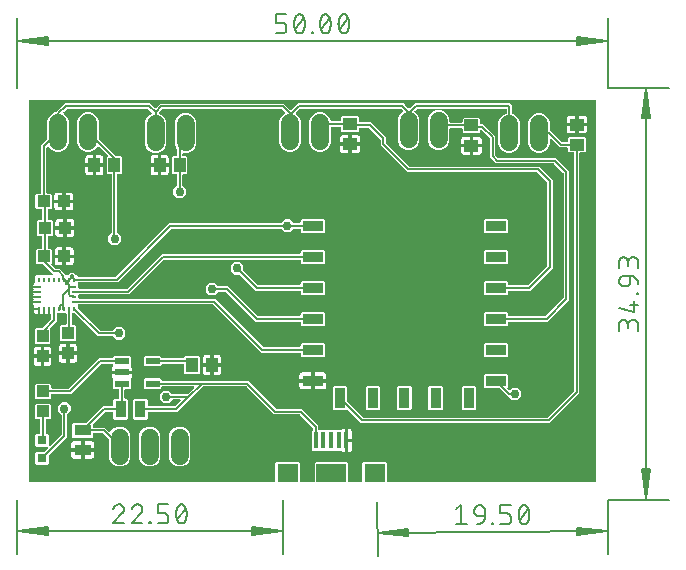
<source format=gbr>
G04 EAGLE Gerber RS-274X export*
G75*
%MOMM*%
%FSLAX34Y34*%
%LPD*%
%INTop Copper*%
%IPPOS*%
%AMOC8*
5,1,8,0,0,1.08239X$1,22.5*%
G01*
%ADD10C,0.130000*%
%ADD11C,0.152400*%
%ADD12R,1.000000X1.100000*%
%ADD13C,1.524000*%
%ADD14R,1.100000X1.000000*%
%ADD15R,1.447800X0.965200*%
%ADD16R,0.965200X1.447800*%
%ADD17R,0.400000X1.450000*%
%ADD18R,1.800000X1.500000*%
%ADD19R,2.500000X1.500000*%
%ADD20R,0.800000X0.800000*%
%ADD21R,1.005600X1.199997*%
%ADD22R,1.199997X1.005600*%
%ADD23R,1.778000X0.914400*%
%ADD24R,0.914400X1.778000*%
%ADD25R,0.270000X0.450000*%
%ADD26R,0.450000X0.270000*%
%ADD27R,1.200000X0.600000*%
%ADD28C,0.756400*%

G36*
X217734Y15164D02*
X217734Y15164D01*
X217753Y15162D01*
X217855Y15184D01*
X217957Y15200D01*
X217974Y15210D01*
X217994Y15214D01*
X218083Y15267D01*
X218174Y15316D01*
X218188Y15330D01*
X218205Y15340D01*
X218272Y15419D01*
X218344Y15494D01*
X218352Y15512D01*
X218365Y15527D01*
X218404Y15623D01*
X218447Y15717D01*
X218449Y15737D01*
X218457Y15755D01*
X218475Y15922D01*
X218475Y31432D01*
X219368Y32325D01*
X238632Y32325D01*
X239525Y31432D01*
X239525Y15922D01*
X239528Y15902D01*
X239526Y15883D01*
X239548Y15781D01*
X239564Y15679D01*
X239574Y15662D01*
X239578Y15642D01*
X239631Y15553D01*
X239680Y15462D01*
X239694Y15448D01*
X239704Y15431D01*
X239783Y15364D01*
X239858Y15292D01*
X239876Y15284D01*
X239891Y15271D01*
X239987Y15232D01*
X240081Y15189D01*
X240101Y15187D01*
X240119Y15179D01*
X240286Y15161D01*
X251064Y15161D01*
X251084Y15164D01*
X251103Y15162D01*
X251205Y15184D01*
X251307Y15200D01*
X251324Y15210D01*
X251344Y15214D01*
X251433Y15267D01*
X251524Y15316D01*
X251538Y15330D01*
X251555Y15340D01*
X251622Y15419D01*
X251694Y15494D01*
X251702Y15512D01*
X251715Y15527D01*
X251754Y15623D01*
X251797Y15717D01*
X251799Y15737D01*
X251807Y15755D01*
X251825Y15922D01*
X251825Y31432D01*
X252718Y32325D01*
X278982Y32325D01*
X279875Y31432D01*
X279875Y15922D01*
X279878Y15902D01*
X279876Y15883D01*
X279898Y15781D01*
X279914Y15679D01*
X279924Y15662D01*
X279928Y15642D01*
X279981Y15553D01*
X280030Y15462D01*
X280044Y15448D01*
X280054Y15431D01*
X280133Y15364D01*
X280208Y15292D01*
X280226Y15284D01*
X280241Y15271D01*
X280337Y15232D01*
X280431Y15189D01*
X280451Y15187D01*
X280469Y15179D01*
X280636Y15161D01*
X291414Y15161D01*
X291434Y15164D01*
X291453Y15162D01*
X291555Y15184D01*
X291657Y15200D01*
X291674Y15210D01*
X291694Y15214D01*
X291783Y15267D01*
X291874Y15316D01*
X291888Y15330D01*
X291905Y15340D01*
X291972Y15419D01*
X292044Y15494D01*
X292052Y15512D01*
X292065Y15527D01*
X292104Y15623D01*
X292147Y15717D01*
X292149Y15737D01*
X292157Y15755D01*
X292175Y15922D01*
X292175Y31432D01*
X293068Y32325D01*
X312332Y32325D01*
X313225Y31432D01*
X313225Y15922D01*
X313228Y15902D01*
X313226Y15883D01*
X313248Y15781D01*
X313264Y15679D01*
X313274Y15662D01*
X313278Y15642D01*
X313331Y15553D01*
X313380Y15462D01*
X313394Y15448D01*
X313404Y15431D01*
X313483Y15364D01*
X313558Y15292D01*
X313576Y15284D01*
X313591Y15271D01*
X313687Y15232D01*
X313781Y15189D01*
X313801Y15187D01*
X313819Y15179D01*
X313986Y15161D01*
X489078Y15161D01*
X489098Y15164D01*
X489117Y15162D01*
X489219Y15184D01*
X489321Y15200D01*
X489338Y15210D01*
X489358Y15214D01*
X489447Y15267D01*
X489538Y15316D01*
X489552Y15330D01*
X489569Y15340D01*
X489636Y15419D01*
X489708Y15494D01*
X489716Y15512D01*
X489729Y15527D01*
X489768Y15623D01*
X489811Y15717D01*
X489813Y15737D01*
X489821Y15755D01*
X489839Y15922D01*
X489839Y338378D01*
X489836Y338398D01*
X489838Y338417D01*
X489816Y338519D01*
X489800Y338621D01*
X489790Y338638D01*
X489786Y338658D01*
X489733Y338747D01*
X489684Y338838D01*
X489670Y338852D01*
X489660Y338869D01*
X489581Y338936D01*
X489506Y339008D01*
X489488Y339016D01*
X489473Y339029D01*
X489377Y339068D01*
X489283Y339111D01*
X489263Y339113D01*
X489245Y339121D01*
X489078Y339139D01*
X10922Y339139D01*
X10902Y339136D01*
X10883Y339138D01*
X10781Y339116D01*
X10679Y339100D01*
X10662Y339090D01*
X10642Y339086D01*
X10553Y339033D01*
X10462Y338984D01*
X10448Y338970D01*
X10431Y338960D01*
X10364Y338881D01*
X10292Y338806D01*
X10284Y338788D01*
X10271Y338773D01*
X10232Y338677D01*
X10189Y338583D01*
X10187Y338563D01*
X10179Y338545D01*
X10161Y338378D01*
X10161Y15922D01*
X10164Y15902D01*
X10162Y15883D01*
X10184Y15781D01*
X10200Y15679D01*
X10210Y15662D01*
X10214Y15642D01*
X10267Y15553D01*
X10316Y15462D01*
X10330Y15448D01*
X10340Y15431D01*
X10419Y15364D01*
X10494Y15292D01*
X10512Y15284D01*
X10527Y15271D01*
X10623Y15232D01*
X10717Y15189D01*
X10737Y15187D01*
X10755Y15179D01*
X10922Y15161D01*
X217714Y15161D01*
X217734Y15164D01*
G37*
%LPC*%
G36*
X240828Y121153D02*
X240828Y121153D01*
X239935Y122046D01*
X239935Y124202D01*
X239932Y124222D01*
X239934Y124241D01*
X239912Y124343D01*
X239896Y124445D01*
X239886Y124462D01*
X239882Y124482D01*
X239829Y124571D01*
X239780Y124662D01*
X239766Y124676D01*
X239756Y124693D01*
X239677Y124760D01*
X239602Y124832D01*
X239584Y124840D01*
X239569Y124853D01*
X239473Y124892D01*
X239379Y124935D01*
X239359Y124937D01*
X239341Y124945D01*
X239174Y124963D01*
X206803Y124963D01*
X166326Y165440D01*
X166252Y165493D01*
X166182Y165553D01*
X166152Y165565D01*
X166126Y165584D01*
X166039Y165611D01*
X165954Y165645D01*
X165913Y165649D01*
X165891Y165656D01*
X165859Y165655D01*
X165787Y165663D01*
X52086Y165663D01*
X52066Y165660D01*
X52047Y165662D01*
X51945Y165640D01*
X51843Y165624D01*
X51826Y165614D01*
X51806Y165610D01*
X51717Y165557D01*
X51626Y165508D01*
X51612Y165494D01*
X51595Y165484D01*
X51528Y165405D01*
X51456Y165330D01*
X51448Y165312D01*
X51435Y165297D01*
X51396Y165201D01*
X51353Y165107D01*
X51351Y165087D01*
X51343Y165069D01*
X51325Y164902D01*
X51325Y162825D01*
X51327Y162812D01*
X51326Y162804D01*
X51335Y162760D01*
X51339Y162734D01*
X51347Y162644D01*
X51359Y162614D01*
X51364Y162582D01*
X51407Y162501D01*
X51443Y162417D01*
X51469Y162385D01*
X51480Y162364D01*
X51503Y162342D01*
X51548Y162286D01*
X70074Y143760D01*
X70148Y143707D01*
X70218Y143647D01*
X70248Y143635D01*
X70274Y143616D01*
X70361Y143589D01*
X70446Y143555D01*
X70487Y143551D01*
X70509Y143544D01*
X70541Y143545D01*
X70613Y143537D01*
X80717Y143537D01*
X80807Y143551D01*
X80898Y143559D01*
X80927Y143571D01*
X80959Y143576D01*
X81040Y143619D01*
X81124Y143655D01*
X81156Y143681D01*
X81177Y143692D01*
X81199Y143715D01*
X81255Y143760D01*
X84052Y146557D01*
X88448Y146557D01*
X91557Y143448D01*
X91557Y139052D01*
X88448Y135943D01*
X84052Y135943D01*
X81255Y138740D01*
X81181Y138793D01*
X81111Y138853D01*
X81081Y138865D01*
X81055Y138884D01*
X80968Y138911D01*
X80883Y138945D01*
X80842Y138949D01*
X80820Y138956D01*
X80788Y138955D01*
X80717Y138963D01*
X68403Y138963D01*
X49214Y158152D01*
X49140Y158205D01*
X49070Y158265D01*
X49040Y158277D01*
X49014Y158296D01*
X48927Y158323D01*
X48842Y158357D01*
X48801Y158361D01*
X48779Y158368D01*
X48747Y158367D01*
X48675Y158375D01*
X47198Y158375D01*
X47178Y158372D01*
X47159Y158374D01*
X47057Y158352D01*
X46955Y158336D01*
X46938Y158326D01*
X46918Y158322D01*
X46829Y158269D01*
X46738Y158220D01*
X46724Y158206D01*
X46707Y158196D01*
X46640Y158117D01*
X46568Y158042D01*
X46560Y158024D01*
X46547Y158009D01*
X46508Y157913D01*
X46465Y157819D01*
X46463Y157799D01*
X46455Y157781D01*
X46437Y157614D01*
X46437Y149186D01*
X46440Y149166D01*
X46438Y149147D01*
X46460Y149045D01*
X46476Y148943D01*
X46486Y148926D01*
X46490Y148906D01*
X46543Y148817D01*
X46592Y148726D01*
X46606Y148712D01*
X46616Y148695D01*
X46695Y148628D01*
X46770Y148556D01*
X46788Y148548D01*
X46803Y148535D01*
X46899Y148496D01*
X46993Y148453D01*
X47013Y148451D01*
X47031Y148443D01*
X47198Y148425D01*
X48732Y148425D01*
X49625Y147532D01*
X49625Y135268D01*
X48732Y134375D01*
X37468Y134375D01*
X36575Y135268D01*
X36575Y147532D01*
X37468Y148425D01*
X41102Y148425D01*
X41122Y148428D01*
X41141Y148426D01*
X41243Y148448D01*
X41345Y148464D01*
X41362Y148474D01*
X41382Y148478D01*
X41471Y148531D01*
X41562Y148580D01*
X41576Y148594D01*
X41593Y148604D01*
X41660Y148683D01*
X41732Y148758D01*
X41740Y148776D01*
X41753Y148791D01*
X41792Y148887D01*
X41835Y148981D01*
X41837Y149001D01*
X41845Y149019D01*
X41863Y149186D01*
X41863Y157614D01*
X41860Y157634D01*
X41862Y157653D01*
X41840Y157755D01*
X41824Y157857D01*
X41814Y157874D01*
X41810Y157894D01*
X41757Y157983D01*
X41708Y158074D01*
X41694Y158088D01*
X41684Y158105D01*
X41605Y158172D01*
X41530Y158244D01*
X41512Y158252D01*
X41497Y158265D01*
X41401Y158304D01*
X41307Y158347D01*
X41287Y158349D01*
X41269Y158357D01*
X41102Y158375D01*
X34298Y158375D01*
X34278Y158372D01*
X34259Y158374D01*
X34157Y158352D01*
X34055Y158336D01*
X34038Y158326D01*
X34018Y158322D01*
X33929Y158269D01*
X33838Y158220D01*
X33824Y158206D01*
X33807Y158196D01*
X33740Y158117D01*
X33668Y158042D01*
X33660Y158024D01*
X33647Y158009D01*
X33608Y157913D01*
X33565Y157819D01*
X33563Y157799D01*
X33555Y157781D01*
X33537Y157614D01*
X33537Y151453D01*
X28108Y146024D01*
X28097Y146008D01*
X28081Y145996D01*
X28025Y145908D01*
X27965Y145825D01*
X27959Y145806D01*
X27948Y145789D01*
X27923Y145688D01*
X27892Y145590D01*
X27893Y145570D01*
X27888Y145550D01*
X27896Y145447D01*
X27899Y145344D01*
X27906Y145325D01*
X27907Y145305D01*
X27948Y145210D01*
X27983Y145113D01*
X27996Y145097D01*
X28004Y145079D01*
X28025Y145052D01*
X28025Y132768D01*
X27132Y131875D01*
X15868Y131875D01*
X14975Y132768D01*
X14975Y145032D01*
X15868Y145925D01*
X21225Y145925D01*
X21316Y145939D01*
X21406Y145947D01*
X21436Y145959D01*
X21468Y145964D01*
X21549Y146007D01*
X21633Y146043D01*
X21665Y146069D01*
X21686Y146080D01*
X21708Y146103D01*
X21764Y146148D01*
X28740Y153124D01*
X28793Y153198D01*
X28853Y153268D01*
X28865Y153298D01*
X28884Y153324D01*
X28911Y153411D01*
X28945Y153496D01*
X28949Y153537D01*
X28956Y153559D01*
X28955Y153591D01*
X28963Y153663D01*
X28963Y156598D01*
X28960Y156618D01*
X28962Y156637D01*
X28940Y156739D01*
X28924Y156841D01*
X28914Y156858D01*
X28910Y156878D01*
X28857Y156967D01*
X28808Y157058D01*
X28794Y157072D01*
X28784Y157089D01*
X28705Y157156D01*
X28630Y157228D01*
X28612Y157236D01*
X28597Y157249D01*
X28501Y157288D01*
X28407Y157331D01*
X28387Y157333D01*
X28369Y157341D01*
X28202Y157359D01*
X27711Y157359D01*
X27711Y158406D01*
X27701Y158468D01*
X27701Y158531D01*
X27681Y158588D01*
X27672Y158649D01*
X27642Y158704D01*
X27622Y158764D01*
X27585Y158812D01*
X27557Y158866D01*
X27511Y158909D01*
X27473Y158959D01*
X27422Y158993D01*
X27378Y159035D01*
X27321Y159062D01*
X27269Y159097D01*
X27210Y159113D01*
X27155Y159139D01*
X27093Y159146D01*
X27032Y159163D01*
X26971Y159159D01*
X26911Y159166D01*
X26849Y159153D01*
X26787Y159149D01*
X26730Y159127D01*
X26670Y159114D01*
X26616Y159082D01*
X26558Y159058D01*
X26512Y159019D01*
X26459Y158988D01*
X26418Y158940D01*
X26371Y158899D01*
X26321Y158826D01*
X26299Y158801D01*
X26299Y158800D01*
X26293Y158784D01*
X26276Y158760D01*
X26244Y158665D01*
X26207Y158572D01*
X26204Y158543D01*
X26198Y158527D01*
X26198Y158494D01*
X26189Y158405D01*
X26189Y157359D01*
X25266Y157359D01*
X24997Y157431D01*
X24883Y157443D01*
X24769Y157457D01*
X24759Y157455D01*
X24752Y157456D01*
X24731Y157451D01*
X24603Y157431D01*
X24334Y157359D01*
X23411Y157359D01*
X23411Y158405D01*
X23411Y158410D01*
X23411Y158415D01*
X23400Y158481D01*
X23398Y158546D01*
X23380Y158595D01*
X23372Y158648D01*
X23369Y158653D01*
X23368Y158658D01*
X23325Y158748D01*
X23314Y158777D01*
X23306Y158788D01*
X23296Y158809D01*
X23273Y158835D01*
X23257Y158865D01*
X23206Y158914D01*
X23161Y158970D01*
X23146Y158980D01*
X23133Y158994D01*
X23103Y159011D01*
X23078Y159035D01*
X23015Y159064D01*
X22955Y159103D01*
X22937Y159108D01*
X22920Y159117D01*
X22886Y159124D01*
X22855Y159138D01*
X22786Y159146D01*
X22716Y159164D01*
X22698Y159163D01*
X22679Y159166D01*
X22644Y159162D01*
X22611Y159166D01*
X22610Y159166D01*
X22543Y159151D01*
X22471Y159146D01*
X22454Y159138D01*
X22435Y159136D01*
X22403Y159120D01*
X22370Y159113D01*
X22311Y159078D01*
X22244Y159050D01*
X22230Y159037D01*
X22214Y159029D01*
X22188Y159005D01*
X22159Y158987D01*
X22114Y158934D01*
X22060Y158887D01*
X22048Y158868D01*
X22037Y158858D01*
X22023Y158829D01*
X22020Y158825D01*
X21999Y158800D01*
X21991Y158779D01*
X21969Y158746D01*
X21952Y158690D01*
X21925Y158639D01*
X21920Y158605D01*
X21907Y158572D01*
X21903Y158533D01*
X21896Y158511D01*
X21897Y158478D01*
X21889Y158405D01*
X21889Y157359D01*
X20965Y157359D01*
X20697Y157431D01*
X20583Y157443D01*
X20469Y157457D01*
X20459Y157455D01*
X20452Y157456D01*
X20431Y157451D01*
X20303Y157431D01*
X20035Y157359D01*
X19111Y157359D01*
X19111Y158405D01*
X19095Y158504D01*
X19085Y158604D01*
X19074Y158631D01*
X19072Y158648D01*
X19071Y158649D01*
X19056Y158677D01*
X19024Y158760D01*
X19023Y158761D01*
X18986Y158811D01*
X18956Y158866D01*
X18912Y158908D01*
X18875Y158957D01*
X18823Y158992D01*
X18778Y159035D01*
X18723Y159061D01*
X18672Y159096D01*
X18612Y159113D01*
X18555Y159139D01*
X18494Y159146D01*
X18435Y159162D01*
X18373Y159159D01*
X18310Y159166D01*
X18251Y159153D01*
X18190Y159150D01*
X18131Y159127D01*
X18070Y159114D01*
X18018Y159083D01*
X17961Y159060D01*
X17913Y159020D01*
X17859Y158988D01*
X17819Y158941D01*
X17772Y158902D01*
X17740Y158849D01*
X17699Y158801D01*
X17676Y158744D01*
X17644Y158692D01*
X17631Y158631D01*
X17607Y158573D01*
X17597Y158484D01*
X17590Y158452D01*
X17592Y158435D01*
X17589Y158406D01*
X17589Y157359D01*
X16666Y157359D01*
X16019Y157532D01*
X15440Y157867D01*
X14967Y158340D01*
X14632Y158919D01*
X14459Y159566D01*
X14459Y161389D01*
X18350Y161389D01*
X18369Y161392D01*
X18389Y161390D01*
X18490Y161412D01*
X18592Y161428D01*
X18610Y161438D01*
X18629Y161442D01*
X18719Y161495D01*
X18810Y161543D01*
X18823Y161558D01*
X18841Y161568D01*
X18908Y161647D01*
X18979Y161722D01*
X18988Y161740D01*
X19001Y161755D01*
X19039Y161851D01*
X19083Y161945D01*
X19085Y161965D01*
X19092Y161983D01*
X19111Y162150D01*
X19108Y162170D01*
X19110Y162189D01*
X19110Y162190D01*
X19088Y162291D01*
X19071Y162393D01*
X19062Y162410D01*
X19058Y162430D01*
X19004Y162519D01*
X18956Y162610D01*
X18942Y162624D01*
X18931Y162641D01*
X18853Y162708D01*
X18778Y162780D01*
X18760Y162788D01*
X18745Y162801D01*
X18648Y162840D01*
X18555Y162883D01*
X18535Y162885D01*
X18516Y162893D01*
X18350Y162911D01*
X14459Y162911D01*
X14459Y164676D01*
X14441Y164790D01*
X14425Y164903D01*
X14421Y164912D01*
X14420Y164919D01*
X14409Y164939D01*
X14357Y165057D01*
X14032Y165619D01*
X13859Y166266D01*
X13859Y167189D01*
X14906Y167189D01*
X14968Y167199D01*
X15031Y167199D01*
X15089Y167218D01*
X15149Y167228D01*
X15204Y167258D01*
X15264Y167278D01*
X15312Y167315D01*
X15366Y167343D01*
X15409Y167389D01*
X15459Y167427D01*
X15493Y167478D01*
X15535Y167522D01*
X15562Y167579D01*
X15597Y167631D01*
X15613Y167690D01*
X15639Y167745D01*
X15646Y167807D01*
X15663Y167868D01*
X15659Y167929D01*
X15666Y167989D01*
X15653Y168051D01*
X15649Y168113D01*
X15627Y168170D01*
X15614Y168230D01*
X15582Y168284D01*
X15558Y168342D01*
X15519Y168388D01*
X15488Y168441D01*
X15440Y168482D01*
X15399Y168529D01*
X15326Y168579D01*
X15301Y168601D01*
X15300Y168601D01*
X15284Y168607D01*
X15261Y168623D01*
X15260Y168624D01*
X15165Y168655D01*
X15072Y168693D01*
X15043Y168696D01*
X15027Y168702D01*
X14994Y168702D01*
X14905Y168711D01*
X13859Y168711D01*
X13859Y169635D01*
X13931Y169903D01*
X13943Y170017D01*
X13957Y170131D01*
X13955Y170141D01*
X13956Y170148D01*
X13951Y170169D01*
X13931Y170297D01*
X13859Y170565D01*
X13859Y171489D01*
X14905Y171489D01*
X14994Y171503D01*
X15080Y171509D01*
X15096Y171516D01*
X15115Y171518D01*
X15135Y171526D01*
X15148Y171528D01*
X15176Y171543D01*
X15270Y171582D01*
X15287Y171595D01*
X15307Y171603D01*
X15334Y171627D01*
X15365Y171643D01*
X15411Y171691D01*
X15464Y171733D01*
X15476Y171751D01*
X15492Y171765D01*
X15511Y171796D01*
X15535Y171822D01*
X15562Y171881D01*
X15600Y171938D01*
X15606Y171959D01*
X15616Y171977D01*
X15624Y172013D01*
X15638Y172045D01*
X15646Y172109D01*
X15663Y172176D01*
X15662Y172197D01*
X15666Y172218D01*
X15662Y172255D01*
X15666Y172290D01*
X15652Y172353D01*
X15647Y172421D01*
X15639Y172441D01*
X15637Y172462D01*
X15621Y172496D01*
X15613Y172530D01*
X15580Y172586D01*
X15554Y172649D01*
X15540Y172665D01*
X15531Y172684D01*
X15505Y172711D01*
X15487Y172741D01*
X15437Y172784D01*
X15393Y172835D01*
X15375Y172846D01*
X15360Y172861D01*
X15319Y172885D01*
X15300Y172901D01*
X15271Y172913D01*
X15215Y172946D01*
X15197Y172950D01*
X15181Y172960D01*
X15125Y172971D01*
X15072Y172993D01*
X15007Y173000D01*
X14977Y173008D01*
X14958Y173007D01*
X14941Y173010D01*
X14928Y173009D01*
X14905Y173011D01*
X13859Y173011D01*
X13859Y173935D01*
X13931Y174203D01*
X13943Y174317D01*
X13957Y174431D01*
X13955Y174441D01*
X13956Y174448D01*
X13951Y174469D01*
X13931Y174597D01*
X13859Y174865D01*
X13859Y175789D01*
X14905Y175789D01*
X14940Y175794D01*
X14974Y175792D01*
X15030Y175806D01*
X15088Y175811D01*
X15126Y175825D01*
X15148Y175828D01*
X15177Y175844D01*
X15182Y175846D01*
X15213Y175853D01*
X15224Y175861D01*
X15246Y175869D01*
X15303Y175911D01*
X15365Y175943D01*
X15389Y175968D01*
X15419Y175988D01*
X15430Y176002D01*
X15445Y176013D01*
X15487Y176071D01*
X15535Y176122D01*
X15549Y176153D01*
X15571Y176181D01*
X15578Y176198D01*
X15588Y176213D01*
X15609Y176282D01*
X15638Y176345D01*
X15642Y176378D01*
X15654Y176412D01*
X15655Y176431D01*
X15660Y176449D01*
X15658Y176521D01*
X15666Y176590D01*
X15658Y176622D01*
X15659Y176658D01*
X15654Y176676D01*
X15653Y176694D01*
X15628Y176762D01*
X15613Y176830D01*
X15596Y176859D01*
X15585Y176893D01*
X15574Y176908D01*
X15568Y176925D01*
X15523Y176981D01*
X15487Y177041D01*
X15461Y177063D01*
X15441Y177091D01*
X15423Y177106D01*
X15414Y177117D01*
X15387Y177134D01*
X15309Y177196D01*
X15304Y177198D01*
X15300Y177201D01*
X15251Y177221D01*
X15206Y177249D01*
X15143Y177265D01*
X15082Y177291D01*
X15077Y177291D01*
X15072Y177293D01*
X14998Y177301D01*
X14968Y177309D01*
X14946Y177307D01*
X14905Y177311D01*
X13859Y177311D01*
X13859Y178234D01*
X13931Y178503D01*
X13943Y178617D01*
X13957Y178731D01*
X13955Y178741D01*
X13956Y178748D01*
X13951Y178769D01*
X13931Y178897D01*
X13859Y179166D01*
X13859Y180089D01*
X14905Y180089D01*
X15013Y180106D01*
X15120Y180120D01*
X15137Y180126D01*
X15148Y180128D01*
X15174Y180142D01*
X15275Y180184D01*
X15276Y180185D01*
X15318Y180218D01*
X15365Y180243D01*
X15366Y180244D01*
X15414Y180294D01*
X15468Y180337D01*
X15498Y180383D01*
X15535Y180422D01*
X15565Y180485D01*
X15603Y180543D01*
X15616Y180596D01*
X15639Y180645D01*
X15647Y180714D01*
X15664Y180782D01*
X15660Y180836D01*
X15666Y180890D01*
X15651Y180958D01*
X15646Y181027D01*
X15625Y181077D01*
X15614Y181130D01*
X15578Y181190D01*
X15551Y181254D01*
X15515Y181295D01*
X15488Y181341D01*
X15435Y181386D01*
X15389Y181439D01*
X15342Y181466D01*
X15301Y181501D01*
X15236Y181527D01*
X15176Y181562D01*
X15123Y181573D01*
X15073Y181593D01*
X14964Y181605D01*
X14935Y181611D01*
X14924Y181609D01*
X14906Y181611D01*
X13859Y181611D01*
X13859Y182534D01*
X14032Y183181D01*
X14367Y183760D01*
X14840Y184233D01*
X15095Y184380D01*
X15147Y184423D01*
X15205Y184458D01*
X15241Y184500D01*
X15285Y184536D01*
X15321Y184593D01*
X15365Y184645D01*
X15386Y184697D01*
X15416Y184744D01*
X15432Y184810D01*
X15457Y184873D01*
X15466Y184951D01*
X15473Y184983D01*
X15471Y185004D01*
X15475Y185039D01*
X15475Y189532D01*
X16368Y190425D01*
X29504Y190425D01*
X29574Y190436D01*
X29646Y190438D01*
X29695Y190456D01*
X29746Y190464D01*
X29810Y190498D01*
X29877Y190523D01*
X29918Y190555D01*
X29964Y190580D01*
X30013Y190632D01*
X30069Y190676D01*
X30097Y190720D01*
X30133Y190758D01*
X30163Y190823D01*
X30202Y190883D01*
X30215Y190934D01*
X30237Y190981D01*
X30245Y191052D01*
X30262Y191122D01*
X30258Y191174D01*
X30264Y191225D01*
X30249Y191296D01*
X30243Y191367D01*
X30223Y191415D01*
X30212Y191466D01*
X30175Y191527D01*
X30147Y191593D01*
X30102Y191649D01*
X30085Y191677D01*
X30068Y191692D01*
X30042Y191724D01*
X22126Y199640D01*
X22114Y199652D01*
X22040Y199705D01*
X21970Y199765D01*
X21940Y199777D01*
X21914Y199796D01*
X21827Y199823D01*
X21742Y199857D01*
X21701Y199861D01*
X21679Y199868D01*
X21647Y199867D01*
X21575Y199875D01*
X16718Y199875D01*
X15825Y200768D01*
X15825Y212032D01*
X16718Y212925D01*
X20402Y212925D01*
X20422Y212928D01*
X20441Y212926D01*
X20543Y212948D01*
X20645Y212964D01*
X20662Y212974D01*
X20682Y212978D01*
X20771Y213031D01*
X20862Y213080D01*
X20876Y213094D01*
X20893Y213104D01*
X20960Y213183D01*
X21032Y213258D01*
X21040Y213276D01*
X21053Y213291D01*
X21092Y213387D01*
X21135Y213481D01*
X21137Y213501D01*
X21145Y213519D01*
X21163Y213686D01*
X21163Y223114D01*
X21160Y223134D01*
X21162Y223153D01*
X21140Y223255D01*
X21124Y223357D01*
X21114Y223374D01*
X21110Y223394D01*
X21057Y223483D01*
X21008Y223574D01*
X20994Y223588D01*
X20984Y223605D01*
X20905Y223672D01*
X20830Y223744D01*
X20812Y223752D01*
X20797Y223765D01*
X20701Y223804D01*
X20607Y223847D01*
X20587Y223849D01*
X20569Y223857D01*
X20402Y223875D01*
X17318Y223875D01*
X16425Y224768D01*
X16425Y236032D01*
X17318Y236925D01*
X20402Y236925D01*
X20422Y236928D01*
X20441Y236926D01*
X20543Y236948D01*
X20645Y236964D01*
X20662Y236974D01*
X20682Y236978D01*
X20771Y237031D01*
X20862Y237080D01*
X20876Y237094D01*
X20893Y237104D01*
X20960Y237183D01*
X21032Y237258D01*
X21040Y237276D01*
X21053Y237291D01*
X21092Y237387D01*
X21135Y237481D01*
X21137Y237501D01*
X21145Y237519D01*
X21163Y237686D01*
X21163Y245614D01*
X21160Y245634D01*
X21162Y245653D01*
X21140Y245755D01*
X21124Y245857D01*
X21114Y245874D01*
X21110Y245894D01*
X21057Y245983D01*
X21008Y246074D01*
X20994Y246088D01*
X20984Y246105D01*
X20905Y246172D01*
X20830Y246244D01*
X20812Y246252D01*
X20797Y246265D01*
X20701Y246304D01*
X20607Y246347D01*
X20587Y246349D01*
X20569Y246357D01*
X20402Y246375D01*
X16418Y246375D01*
X15525Y247268D01*
X15525Y258532D01*
X16418Y259425D01*
X19502Y259425D01*
X19522Y259428D01*
X19541Y259426D01*
X19643Y259448D01*
X19745Y259464D01*
X19762Y259474D01*
X19782Y259478D01*
X19871Y259531D01*
X19962Y259580D01*
X19976Y259594D01*
X19993Y259604D01*
X20060Y259683D01*
X20132Y259758D01*
X20140Y259776D01*
X20153Y259791D01*
X20192Y259887D01*
X20235Y259981D01*
X20237Y260001D01*
X20245Y260019D01*
X20263Y260186D01*
X20263Y300397D01*
X25482Y305616D01*
X25535Y305690D01*
X25595Y305760D01*
X25607Y305790D01*
X25626Y305816D01*
X25653Y305903D01*
X25687Y305988D01*
X25691Y306029D01*
X25698Y306051D01*
X25697Y306083D01*
X25705Y306155D01*
X25705Y321189D01*
X27097Y324550D01*
X29670Y327123D01*
X32464Y328280D01*
X32520Y328314D01*
X32580Y328340D01*
X32645Y328392D01*
X32673Y328409D01*
X32685Y328425D01*
X32711Y328445D01*
X40303Y336037D01*
X112847Y336037D01*
X116662Y332222D01*
X116678Y332211D01*
X116690Y332195D01*
X116778Y332139D01*
X116861Y332079D01*
X116880Y332073D01*
X116897Y332062D01*
X116998Y332037D01*
X117097Y332006D01*
X117116Y332007D01*
X117136Y332002D01*
X117239Y332010D01*
X117342Y332013D01*
X117361Y332020D01*
X117381Y332021D01*
X117476Y332061D01*
X117573Y332097D01*
X117589Y332110D01*
X117607Y332117D01*
X117738Y332222D01*
X119618Y334102D01*
X121181Y335665D01*
X226319Y335665D01*
X231337Y330647D01*
X231353Y330636D01*
X231365Y330620D01*
X231453Y330564D01*
X231536Y330504D01*
X231555Y330498D01*
X231572Y330487D01*
X231673Y330462D01*
X231772Y330431D01*
X231791Y330432D01*
X231811Y330427D01*
X231914Y330435D01*
X232017Y330438D01*
X232036Y330445D01*
X232056Y330446D01*
X232151Y330486D01*
X232248Y330522D01*
X232264Y330535D01*
X232282Y330542D01*
X232413Y330647D01*
X236240Y334474D01*
X237803Y336037D01*
X327197Y336037D01*
X328760Y334474D01*
X331337Y331897D01*
X331353Y331886D01*
X331365Y331870D01*
X331453Y331814D01*
X331536Y331754D01*
X331555Y331748D01*
X331572Y331737D01*
X331673Y331712D01*
X331772Y331681D01*
X331791Y331682D01*
X331811Y331677D01*
X331914Y331685D01*
X332017Y331688D01*
X332036Y331695D01*
X332056Y331696D01*
X332151Y331736D01*
X332248Y331772D01*
X332264Y331785D01*
X332282Y331792D01*
X332413Y331897D01*
X336553Y336037D01*
X417647Y336037D01*
X418987Y334697D01*
X418987Y327730D01*
X419006Y327615D01*
X419023Y327499D01*
X419025Y327493D01*
X419026Y327487D01*
X419081Y327384D01*
X419134Y327279D01*
X419139Y327275D01*
X419142Y327270D01*
X419226Y327190D01*
X419310Y327107D01*
X419316Y327104D01*
X419320Y327100D01*
X419337Y327092D01*
X419457Y327026D01*
X421880Y326023D01*
X424453Y323450D01*
X425845Y320089D01*
X425845Y301211D01*
X424453Y297850D01*
X421880Y295277D01*
X418519Y293885D01*
X414881Y293885D01*
X411520Y295277D01*
X408947Y297850D01*
X407555Y301211D01*
X407555Y320089D01*
X408947Y323450D01*
X411520Y326023D01*
X413943Y327026D01*
X414043Y327088D01*
X414143Y327148D01*
X414147Y327153D01*
X414152Y327156D01*
X414227Y327246D01*
X414303Y327335D01*
X414305Y327341D01*
X414309Y327345D01*
X414351Y327454D01*
X414395Y327563D01*
X414396Y327570D01*
X414397Y327575D01*
X414398Y327593D01*
X414413Y327730D01*
X414413Y330702D01*
X414410Y330722D01*
X414412Y330741D01*
X414390Y330843D01*
X414374Y330945D01*
X414364Y330962D01*
X414360Y330982D01*
X414307Y331071D01*
X414258Y331162D01*
X414244Y331176D01*
X414234Y331193D01*
X414155Y331260D01*
X414080Y331332D01*
X414062Y331340D01*
X414047Y331353D01*
X413951Y331392D01*
X413857Y331435D01*
X413837Y331437D01*
X413819Y331445D01*
X413652Y331463D01*
X338763Y331463D01*
X338672Y331449D01*
X338582Y331441D01*
X338552Y331429D01*
X338520Y331424D01*
X338439Y331381D01*
X338355Y331345D01*
X338323Y331319D01*
X338302Y331308D01*
X338280Y331285D01*
X338224Y331240D01*
X336607Y329623D01*
X336595Y329606D01*
X336579Y329594D01*
X336523Y329507D01*
X336463Y329423D01*
X336457Y329404D01*
X336446Y329387D01*
X336421Y329287D01*
X336391Y329188D01*
X336391Y329168D01*
X336386Y329149D01*
X336394Y329046D01*
X336397Y328942D01*
X336404Y328923D01*
X336405Y328903D01*
X336446Y328809D01*
X336481Y328711D01*
X336494Y328695D01*
X336502Y328677D01*
X336607Y328546D01*
X339203Y325950D01*
X340595Y322589D01*
X340595Y303711D01*
X339203Y300350D01*
X336630Y297777D01*
X333269Y296385D01*
X329631Y296385D01*
X326270Y297777D01*
X323697Y300350D01*
X322305Y303711D01*
X322305Y322589D01*
X323697Y325950D01*
X326270Y328523D01*
X326613Y328665D01*
X326652Y328689D01*
X326695Y328705D01*
X326756Y328753D01*
X326822Y328794D01*
X326851Y328830D01*
X326887Y328858D01*
X326929Y328924D01*
X326979Y328984D01*
X326995Y329026D01*
X327020Y329065D01*
X327039Y329141D01*
X327067Y329213D01*
X327069Y329259D01*
X327080Y329304D01*
X327074Y329381D01*
X327077Y329459D01*
X327065Y329503D01*
X327061Y329549D01*
X327031Y329620D01*
X327009Y329695D01*
X326983Y329733D01*
X326965Y329775D01*
X326879Y329882D01*
X326869Y329897D01*
X326865Y329900D01*
X326860Y329906D01*
X325526Y331240D01*
X325452Y331293D01*
X325382Y331353D01*
X325352Y331365D01*
X325326Y331384D01*
X325239Y331411D01*
X325154Y331445D01*
X325113Y331449D01*
X325091Y331456D01*
X325059Y331455D01*
X324988Y331463D01*
X240012Y331463D01*
X239922Y331449D01*
X239831Y331441D01*
X239802Y331429D01*
X239770Y331424D01*
X239689Y331381D01*
X239605Y331345D01*
X239573Y331319D01*
X239552Y331308D01*
X239530Y331285D01*
X239474Y331240D01*
X236482Y328248D01*
X236470Y328231D01*
X236454Y328219D01*
X236398Y328132D01*
X236338Y328048D01*
X236332Y328029D01*
X236321Y328012D01*
X236296Y327912D01*
X236266Y327813D01*
X236266Y327793D01*
X236261Y327774D01*
X236269Y327671D01*
X236272Y327567D01*
X236279Y327548D01*
X236280Y327528D01*
X236321Y327434D01*
X236356Y327336D01*
X236369Y327320D01*
X236377Y327302D01*
X236482Y327171D01*
X238953Y324700D01*
X240345Y321339D01*
X240345Y302461D01*
X238953Y299100D01*
X236380Y296527D01*
X233019Y295135D01*
X229381Y295135D01*
X226020Y296527D01*
X223447Y299100D01*
X222055Y302461D01*
X222055Y321339D01*
X223447Y324700D01*
X226020Y327273D01*
X226540Y327488D01*
X226579Y327512D01*
X226622Y327528D01*
X226683Y327576D01*
X226749Y327617D01*
X226778Y327653D01*
X226814Y327681D01*
X226856Y327747D01*
X226906Y327807D01*
X226922Y327850D01*
X226947Y327888D01*
X226966Y327964D01*
X226994Y328036D01*
X226996Y328082D01*
X227007Y328127D01*
X227001Y328204D01*
X227004Y328282D01*
X226991Y328326D01*
X226988Y328372D01*
X226957Y328444D01*
X226936Y328518D01*
X226909Y328556D01*
X226891Y328598D01*
X226806Y328705D01*
X226795Y328721D01*
X226791Y328723D01*
X226787Y328729D01*
X224648Y330868D01*
X224574Y330921D01*
X224504Y330981D01*
X224474Y330993D01*
X224448Y331012D01*
X224361Y331039D01*
X224276Y331073D01*
X224235Y331077D01*
X224213Y331084D01*
X224181Y331083D01*
X224109Y331091D01*
X123391Y331091D01*
X123300Y331077D01*
X123210Y331069D01*
X123180Y331057D01*
X123148Y331052D01*
X123067Y331009D01*
X122983Y330973D01*
X122951Y330947D01*
X122930Y330936D01*
X122920Y330925D01*
X122919Y330925D01*
X122906Y330911D01*
X122852Y330868D01*
X120093Y328109D01*
X120066Y328072D01*
X120032Y328041D01*
X119995Y327972D01*
X119950Y327909D01*
X119936Y327866D01*
X119914Y327825D01*
X119900Y327749D01*
X119877Y327674D01*
X119878Y327628D01*
X119870Y327583D01*
X119881Y327506D01*
X119884Y327428D01*
X119899Y327385D01*
X119906Y327340D01*
X119941Y327271D01*
X119968Y327197D01*
X119997Y327162D01*
X120017Y327121D01*
X120073Y327066D01*
X120122Y327005D01*
X120160Y326981D01*
X120193Y326948D01*
X120313Y326882D01*
X120329Y326872D01*
X120333Y326871D01*
X120340Y326868D01*
X122380Y326023D01*
X124953Y323450D01*
X126345Y320089D01*
X126345Y301211D01*
X124953Y297850D01*
X122380Y295277D01*
X119019Y293885D01*
X115381Y293885D01*
X112020Y295277D01*
X109447Y297850D01*
X108055Y301211D01*
X108055Y320089D01*
X109447Y323450D01*
X112020Y326023D01*
X114060Y326868D01*
X114099Y326892D01*
X114142Y326907D01*
X114203Y326956D01*
X114269Y326997D01*
X114298Y327033D01*
X114334Y327061D01*
X114376Y327127D01*
X114426Y327187D01*
X114442Y327229D01*
X114467Y327268D01*
X114486Y327344D01*
X114514Y327416D01*
X114516Y327462D01*
X114527Y327507D01*
X114521Y327584D01*
X114524Y327662D01*
X114512Y327706D01*
X114508Y327752D01*
X114478Y327823D01*
X114456Y327898D01*
X114430Y327936D01*
X114412Y327978D01*
X114326Y328085D01*
X114316Y328100D01*
X114312Y328103D01*
X114307Y328109D01*
X111176Y331240D01*
X111102Y331293D01*
X111032Y331353D01*
X111002Y331365D01*
X110976Y331384D01*
X110889Y331411D01*
X110804Y331445D01*
X110763Y331449D01*
X110741Y331456D01*
X110709Y331455D01*
X110637Y331463D01*
X42513Y331463D01*
X42422Y331449D01*
X42332Y331441D01*
X42302Y331429D01*
X42270Y331424D01*
X42189Y331381D01*
X42105Y331345D01*
X42073Y331319D01*
X42052Y331308D01*
X42030Y331285D01*
X41974Y331240D01*
X39299Y328565D01*
X39272Y328527D01*
X39238Y328496D01*
X39225Y328473D01*
X39215Y328463D01*
X39198Y328424D01*
X39155Y328365D01*
X39142Y328321D01*
X39119Y328281D01*
X39112Y328240D01*
X39112Y328239D01*
X39112Y328237D01*
X39106Y328204D01*
X39083Y328130D01*
X39084Y328084D01*
X39076Y328039D01*
X39087Y327962D01*
X39089Y327884D01*
X39105Y327841D01*
X39112Y327796D01*
X39147Y327726D01*
X39174Y327653D01*
X39202Y327617D01*
X39223Y327576D01*
X39279Y327522D01*
X39327Y327461D01*
X39366Y327436D01*
X39399Y327404D01*
X39518Y327338D01*
X39534Y327328D01*
X39539Y327327D01*
X39546Y327323D01*
X40030Y327123D01*
X42603Y324550D01*
X43995Y321189D01*
X43995Y302311D01*
X42603Y298950D01*
X40030Y296377D01*
X36669Y294985D01*
X33031Y294985D01*
X29670Y296377D01*
X27097Y298950D01*
X27002Y299180D01*
X26978Y299219D01*
X26962Y299262D01*
X26914Y299323D01*
X26873Y299389D01*
X26837Y299418D01*
X26809Y299454D01*
X26743Y299496D01*
X26683Y299546D01*
X26640Y299562D01*
X26602Y299587D01*
X26526Y299606D01*
X26454Y299634D01*
X26408Y299636D01*
X26363Y299647D01*
X26286Y299641D01*
X26208Y299644D01*
X26164Y299631D01*
X26118Y299628D01*
X26046Y299597D01*
X25972Y299576D01*
X25934Y299550D01*
X25892Y299532D01*
X25785Y299446D01*
X25770Y299435D01*
X25767Y299431D01*
X25761Y299427D01*
X25060Y298726D01*
X25006Y298652D01*
X24947Y298582D01*
X24935Y298552D01*
X24916Y298526D01*
X24889Y298439D01*
X24855Y298354D01*
X24851Y298313D01*
X24844Y298291D01*
X24845Y298259D01*
X24837Y298187D01*
X24837Y260186D01*
X24840Y260166D01*
X24838Y260147D01*
X24860Y260045D01*
X24876Y259943D01*
X24886Y259926D01*
X24890Y259906D01*
X24943Y259817D01*
X24992Y259726D01*
X25006Y259712D01*
X25016Y259695D01*
X25095Y259628D01*
X25170Y259556D01*
X25188Y259548D01*
X25203Y259535D01*
X25299Y259496D01*
X25393Y259453D01*
X25413Y259451D01*
X25431Y259443D01*
X25598Y259425D01*
X28682Y259425D01*
X29575Y258532D01*
X29575Y247268D01*
X28682Y246375D01*
X26498Y246375D01*
X26478Y246372D01*
X26459Y246374D01*
X26357Y246352D01*
X26255Y246336D01*
X26238Y246326D01*
X26218Y246322D01*
X26129Y246269D01*
X26038Y246220D01*
X26024Y246206D01*
X26007Y246196D01*
X25940Y246117D01*
X25868Y246042D01*
X25860Y246024D01*
X25847Y246009D01*
X25808Y245913D01*
X25765Y245819D01*
X25763Y245799D01*
X25755Y245781D01*
X25737Y245614D01*
X25737Y237686D01*
X25740Y237666D01*
X25738Y237647D01*
X25760Y237545D01*
X25776Y237443D01*
X25786Y237426D01*
X25790Y237406D01*
X25843Y237317D01*
X25892Y237226D01*
X25906Y237212D01*
X25916Y237195D01*
X25995Y237128D01*
X26070Y237056D01*
X26088Y237048D01*
X26103Y237035D01*
X26199Y236996D01*
X26293Y236953D01*
X26313Y236951D01*
X26331Y236943D01*
X26498Y236925D01*
X29582Y236925D01*
X30475Y236032D01*
X30475Y224768D01*
X29582Y223875D01*
X26498Y223875D01*
X26478Y223872D01*
X26459Y223874D01*
X26357Y223852D01*
X26255Y223836D01*
X26238Y223826D01*
X26218Y223822D01*
X26129Y223769D01*
X26038Y223720D01*
X26024Y223706D01*
X26007Y223696D01*
X25940Y223617D01*
X25868Y223542D01*
X25860Y223524D01*
X25847Y223509D01*
X25808Y223413D01*
X25765Y223319D01*
X25763Y223299D01*
X25755Y223281D01*
X25737Y223114D01*
X25737Y213686D01*
X25740Y213666D01*
X25738Y213647D01*
X25760Y213545D01*
X25776Y213443D01*
X25786Y213426D01*
X25790Y213406D01*
X25843Y213317D01*
X25892Y213226D01*
X25906Y213212D01*
X25916Y213195D01*
X25995Y213128D01*
X26070Y213056D01*
X26088Y213048D01*
X26103Y213035D01*
X26199Y212996D01*
X26293Y212953D01*
X26313Y212951D01*
X26331Y212943D01*
X26498Y212925D01*
X28982Y212925D01*
X29875Y212032D01*
X29875Y200768D01*
X29208Y200102D01*
X29197Y200086D01*
X29181Y200073D01*
X29125Y199986D01*
X29065Y199902D01*
X29059Y199883D01*
X29048Y199867D01*
X29023Y199766D01*
X28992Y199667D01*
X28993Y199647D01*
X28988Y199628D01*
X28996Y199525D01*
X28999Y199421D01*
X29006Y199403D01*
X29007Y199383D01*
X29048Y199288D01*
X29083Y199190D01*
X29096Y199175D01*
X29104Y199156D01*
X29208Y199026D01*
X31974Y196260D01*
X32048Y196207D01*
X32118Y196147D01*
X32148Y196135D01*
X32174Y196116D01*
X32261Y196089D01*
X32346Y196055D01*
X32387Y196051D01*
X32409Y196044D01*
X32441Y196045D01*
X32513Y196037D01*
X36230Y196037D01*
X41619Y190648D01*
X41693Y190595D01*
X41763Y190535D01*
X41793Y190523D01*
X41819Y190504D01*
X41906Y190477D01*
X41991Y190443D01*
X42032Y190439D01*
X42054Y190432D01*
X42086Y190433D01*
X42157Y190425D01*
X42339Y190425D01*
X42429Y190439D01*
X42520Y190447D01*
X42549Y190459D01*
X42581Y190464D01*
X42662Y190507D01*
X42746Y190543D01*
X42778Y190569D01*
X42799Y190580D01*
X42821Y190603D01*
X42877Y190648D01*
X44932Y192703D01*
X47668Y192703D01*
X49723Y190648D01*
X49797Y190595D01*
X49867Y190535D01*
X49897Y190523D01*
X49923Y190504D01*
X50010Y190477D01*
X50095Y190443D01*
X50136Y190439D01*
X50158Y190432D01*
X50190Y190433D01*
X50261Y190425D01*
X50432Y190425D01*
X51357Y189499D01*
X51364Y189455D01*
X51374Y189438D01*
X51378Y189418D01*
X51431Y189329D01*
X51480Y189238D01*
X51494Y189224D01*
X51504Y189207D01*
X51583Y189140D01*
X51658Y189068D01*
X51676Y189060D01*
X51691Y189047D01*
X51787Y189008D01*
X51881Y188965D01*
X51901Y188963D01*
X51919Y188955D01*
X52086Y188937D01*
X82887Y188937D01*
X82978Y188951D01*
X83068Y188959D01*
X83098Y188971D01*
X83130Y188976D01*
X83211Y189019D01*
X83295Y189055D01*
X83327Y189081D01*
X83348Y189092D01*
X83370Y189115D01*
X83426Y189160D01*
X128803Y234537D01*
X222967Y234537D01*
X223057Y234551D01*
X223148Y234559D01*
X223177Y234571D01*
X223209Y234576D01*
X223290Y234619D01*
X223374Y234655D01*
X223406Y234681D01*
X223427Y234692D01*
X223449Y234715D01*
X223505Y234760D01*
X226552Y237807D01*
X230948Y237807D01*
X233995Y234760D01*
X234069Y234707D01*
X234139Y234647D01*
X234169Y234635D01*
X234195Y234616D01*
X234282Y234589D01*
X234367Y234555D01*
X234408Y234551D01*
X234430Y234544D01*
X234462Y234545D01*
X234533Y234537D01*
X239174Y234537D01*
X239194Y234540D01*
X239213Y234538D01*
X239315Y234560D01*
X239417Y234576D01*
X239434Y234586D01*
X239454Y234590D01*
X239543Y234643D01*
X239634Y234692D01*
X239648Y234706D01*
X239665Y234716D01*
X239732Y234795D01*
X239804Y234870D01*
X239812Y234888D01*
X239825Y234903D01*
X239864Y234999D01*
X239907Y235093D01*
X239909Y235113D01*
X239917Y235131D01*
X239935Y235298D01*
X239935Y237454D01*
X240828Y238347D01*
X259872Y238347D01*
X260765Y237454D01*
X260765Y227046D01*
X259872Y226153D01*
X240828Y226153D01*
X239935Y227046D01*
X239935Y229202D01*
X239932Y229222D01*
X239934Y229241D01*
X239912Y229343D01*
X239896Y229445D01*
X239886Y229462D01*
X239882Y229482D01*
X239829Y229571D01*
X239780Y229662D01*
X239766Y229676D01*
X239756Y229693D01*
X239677Y229760D01*
X239602Y229832D01*
X239584Y229840D01*
X239569Y229853D01*
X239473Y229892D01*
X239379Y229935D01*
X239359Y229937D01*
X239341Y229945D01*
X239174Y229963D01*
X234033Y229963D01*
X233943Y229949D01*
X233852Y229941D01*
X233823Y229929D01*
X233791Y229924D01*
X233710Y229881D01*
X233626Y229845D01*
X233594Y229819D01*
X233573Y229808D01*
X233551Y229785D01*
X233495Y229740D01*
X230948Y227193D01*
X226552Y227193D01*
X224005Y229740D01*
X223931Y229793D01*
X223861Y229853D01*
X223831Y229865D01*
X223805Y229884D01*
X223718Y229911D01*
X223633Y229945D01*
X223592Y229949D01*
X223570Y229956D01*
X223538Y229955D01*
X223467Y229963D01*
X131013Y229963D01*
X130922Y229949D01*
X130832Y229941D01*
X130802Y229929D01*
X130770Y229924D01*
X130689Y229881D01*
X130605Y229845D01*
X130573Y229819D01*
X130552Y229808D01*
X130530Y229785D01*
X130474Y229740D01*
X85097Y184363D01*
X52231Y184363D01*
X52160Y184352D01*
X52088Y184350D01*
X52039Y184332D01*
X51988Y184324D01*
X51925Y184290D01*
X51857Y184265D01*
X51817Y184233D01*
X51771Y184208D01*
X51721Y184157D01*
X51665Y184112D01*
X51637Y184068D01*
X51601Y184030D01*
X51571Y183965D01*
X51532Y183905D01*
X51520Y183854D01*
X51498Y183807D01*
X51490Y183736D01*
X51472Y183666D01*
X51476Y183614D01*
X51471Y183563D01*
X51486Y183492D01*
X51491Y183421D01*
X51512Y183373D01*
X51523Y183322D01*
X51560Y183261D01*
X51588Y183195D01*
X51633Y183139D01*
X51649Y183111D01*
X51667Y183096D01*
X51693Y183064D01*
X51925Y182832D01*
X51925Y179598D01*
X51928Y179578D01*
X51926Y179559D01*
X51948Y179457D01*
X51964Y179355D01*
X51974Y179338D01*
X51978Y179318D01*
X52031Y179229D01*
X52080Y179138D01*
X52094Y179124D01*
X52104Y179107D01*
X52183Y179040D01*
X52258Y178968D01*
X52276Y178960D01*
X52291Y178947D01*
X52387Y178908D01*
X52481Y178865D01*
X52501Y178863D01*
X52519Y178855D01*
X52686Y178837D01*
X92787Y178837D01*
X92878Y178851D01*
X92968Y178859D01*
X92998Y178871D01*
X93030Y178876D01*
X93111Y178919D01*
X93195Y178955D01*
X93227Y178981D01*
X93248Y178992D01*
X93270Y179015D01*
X93326Y179060D01*
X122553Y208287D01*
X239174Y208287D01*
X239194Y208290D01*
X239213Y208288D01*
X239315Y208310D01*
X239417Y208326D01*
X239434Y208336D01*
X239454Y208340D01*
X239543Y208393D01*
X239634Y208442D01*
X239648Y208456D01*
X239665Y208466D01*
X239732Y208545D01*
X239804Y208620D01*
X239812Y208638D01*
X239825Y208653D01*
X239864Y208749D01*
X239907Y208843D01*
X239909Y208863D01*
X239917Y208881D01*
X239935Y209048D01*
X239935Y211204D01*
X240828Y212097D01*
X259872Y212097D01*
X260765Y211204D01*
X260765Y200796D01*
X259872Y199903D01*
X240828Y199903D01*
X239935Y200796D01*
X239935Y202952D01*
X239932Y202972D01*
X239934Y202991D01*
X239912Y203093D01*
X239896Y203195D01*
X239886Y203212D01*
X239882Y203232D01*
X239829Y203321D01*
X239780Y203412D01*
X239766Y203426D01*
X239756Y203443D01*
X239677Y203510D01*
X239602Y203582D01*
X239584Y203590D01*
X239569Y203603D01*
X239473Y203642D01*
X239379Y203685D01*
X239359Y203687D01*
X239341Y203695D01*
X239174Y203713D01*
X124763Y203713D01*
X124672Y203699D01*
X124582Y203691D01*
X124552Y203679D01*
X124520Y203674D01*
X124439Y203631D01*
X124355Y203595D01*
X124323Y203569D01*
X124302Y203558D01*
X124280Y203535D01*
X124224Y203490D01*
X94997Y174263D01*
X52686Y174263D01*
X52666Y174260D01*
X52647Y174262D01*
X52545Y174240D01*
X52443Y174224D01*
X52426Y174214D01*
X52406Y174210D01*
X52317Y174157D01*
X52226Y174108D01*
X52212Y174094D01*
X52195Y174084D01*
X52128Y174005D01*
X52056Y173930D01*
X52048Y173912D01*
X52035Y173897D01*
X51996Y173801D01*
X51953Y173707D01*
X51951Y173687D01*
X51943Y173669D01*
X51925Y173502D01*
X51925Y170998D01*
X51928Y170978D01*
X51926Y170959D01*
X51948Y170857D01*
X51964Y170755D01*
X51974Y170738D01*
X51978Y170718D01*
X52031Y170629D01*
X52080Y170538D01*
X52094Y170524D01*
X52104Y170507D01*
X52183Y170440D01*
X52258Y170368D01*
X52276Y170360D01*
X52291Y170347D01*
X52387Y170308D01*
X52481Y170265D01*
X52501Y170263D01*
X52519Y170255D01*
X52686Y170237D01*
X167997Y170237D01*
X208474Y129760D01*
X208548Y129707D01*
X208618Y129647D01*
X208648Y129635D01*
X208674Y129616D01*
X208761Y129589D01*
X208846Y129555D01*
X208887Y129551D01*
X208909Y129544D01*
X208941Y129545D01*
X209013Y129537D01*
X239174Y129537D01*
X239194Y129540D01*
X239213Y129538D01*
X239315Y129560D01*
X239417Y129576D01*
X239434Y129586D01*
X239454Y129590D01*
X239543Y129643D01*
X239634Y129692D01*
X239648Y129706D01*
X239665Y129716D01*
X239732Y129795D01*
X239804Y129870D01*
X239812Y129888D01*
X239825Y129903D01*
X239864Y129999D01*
X239907Y130093D01*
X239909Y130113D01*
X239917Y130131D01*
X239935Y130298D01*
X239935Y132454D01*
X240828Y133347D01*
X259872Y133347D01*
X260765Y132454D01*
X260765Y122046D01*
X259872Y121153D01*
X240828Y121153D01*
G37*
%LPD*%
%LPC*%
G36*
X291403Y65213D02*
X291403Y65213D01*
X280080Y76536D01*
X280064Y76547D01*
X280052Y76563D01*
X279965Y76619D01*
X279881Y76679D01*
X279862Y76685D01*
X279845Y76696D01*
X279744Y76721D01*
X279646Y76752D01*
X279626Y76751D01*
X279606Y76756D01*
X279503Y76748D01*
X279400Y76745D01*
X279381Y76738D01*
X279361Y76737D01*
X279266Y76696D01*
X279169Y76661D01*
X279153Y76648D01*
X279135Y76640D01*
X279004Y76536D01*
X278554Y76085D01*
X268146Y76085D01*
X267253Y76978D01*
X267253Y96022D01*
X268146Y96915D01*
X278554Y96915D01*
X279447Y96022D01*
X279447Y83952D01*
X279461Y83862D01*
X279469Y83771D01*
X279481Y83742D01*
X279486Y83710D01*
X279529Y83629D01*
X279565Y83545D01*
X279591Y83513D01*
X279602Y83492D01*
X279625Y83470D01*
X279670Y83414D01*
X293074Y70010D01*
X293148Y69957D01*
X293218Y69897D01*
X293248Y69885D01*
X293274Y69866D01*
X293361Y69839D01*
X293446Y69805D01*
X293487Y69801D01*
X293509Y69794D01*
X293541Y69795D01*
X293613Y69787D01*
X448737Y69787D01*
X448828Y69801D01*
X448918Y69809D01*
X448948Y69821D01*
X448980Y69826D01*
X449061Y69869D01*
X449145Y69905D01*
X449177Y69931D01*
X449198Y69942D01*
X449220Y69965D01*
X449276Y70010D01*
X471340Y92074D01*
X471393Y92148D01*
X471453Y92218D01*
X471465Y92248D01*
X471484Y92274D01*
X471511Y92361D01*
X471545Y92446D01*
X471549Y92487D01*
X471556Y92509D01*
X471555Y92541D01*
X471563Y92613D01*
X471563Y293658D01*
X471560Y293678D01*
X471562Y293698D01*
X471540Y293798D01*
X471524Y293901D01*
X471514Y293918D01*
X471510Y293938D01*
X471457Y294027D01*
X471408Y294118D01*
X471394Y294132D01*
X471384Y294149D01*
X471305Y294216D01*
X471230Y294288D01*
X471212Y294296D01*
X471197Y294309D01*
X471101Y294348D01*
X471007Y294391D01*
X470987Y294393D01*
X470969Y294401D01*
X470802Y294419D01*
X467218Y294419D01*
X466325Y295312D01*
X466325Y297924D01*
X466322Y297944D01*
X466324Y297964D01*
X466302Y298065D01*
X466286Y298167D01*
X466276Y298184D01*
X466272Y298204D01*
X466219Y298293D01*
X466170Y298384D01*
X466156Y298398D01*
X466146Y298415D01*
X466067Y298482D01*
X465992Y298554D01*
X465974Y298562D01*
X465959Y298575D01*
X465863Y298614D01*
X465769Y298657D01*
X465749Y298659D01*
X465731Y298667D01*
X465564Y298685D01*
X459331Y298685D01*
X452544Y305472D01*
X452486Y305514D01*
X452434Y305563D01*
X452387Y305585D01*
X452345Y305615D01*
X452276Y305636D01*
X452211Y305667D01*
X452159Y305672D01*
X452109Y305688D01*
X452038Y305686D01*
X451967Y305694D01*
X451916Y305683D01*
X451864Y305681D01*
X451796Y305657D01*
X451726Y305642D01*
X451681Y305615D01*
X451633Y305597D01*
X451577Y305552D01*
X451515Y305515D01*
X451481Y305476D01*
X451441Y305443D01*
X451402Y305383D01*
X451355Y305328D01*
X451336Y305280D01*
X451308Y305236D01*
X451290Y305167D01*
X451263Y305100D01*
X451255Y305029D01*
X451247Y304998D01*
X451249Y304974D01*
X451245Y304934D01*
X451245Y301211D01*
X449853Y297850D01*
X447280Y295277D01*
X443919Y293885D01*
X440281Y293885D01*
X436920Y295277D01*
X434347Y297850D01*
X432955Y301211D01*
X432955Y320089D01*
X434347Y323450D01*
X436920Y326023D01*
X440281Y327415D01*
X443919Y327415D01*
X447280Y326023D01*
X449853Y323450D01*
X451245Y320089D01*
X451245Y313554D01*
X451247Y313541D01*
X451246Y313531D01*
X451257Y313480D01*
X451259Y313464D01*
X451267Y313373D01*
X451279Y313344D01*
X451284Y313312D01*
X451327Y313231D01*
X451363Y313147D01*
X451389Y313115D01*
X451400Y313094D01*
X451423Y313072D01*
X451468Y313016D01*
X461002Y303482D01*
X461076Y303429D01*
X461146Y303369D01*
X461176Y303357D01*
X461202Y303338D01*
X461289Y303311D01*
X461374Y303277D01*
X461415Y303273D01*
X461437Y303266D01*
X461469Y303267D01*
X461540Y303259D01*
X465564Y303259D01*
X465584Y303262D01*
X465604Y303260D01*
X465705Y303282D01*
X465807Y303299D01*
X465824Y303308D01*
X465844Y303312D01*
X465933Y303365D01*
X466024Y303414D01*
X466038Y303428D01*
X466055Y303438D01*
X466122Y303517D01*
X466194Y303592D01*
X466202Y303610D01*
X466215Y303625D01*
X466254Y303721D01*
X466297Y303815D01*
X466299Y303835D01*
X466307Y303853D01*
X466325Y304020D01*
X466325Y306632D01*
X467218Y307525D01*
X480482Y307525D01*
X481375Y306632D01*
X481375Y295312D01*
X480482Y294419D01*
X476898Y294419D01*
X476878Y294416D01*
X476859Y294418D01*
X476757Y294396D01*
X476655Y294380D01*
X476638Y294370D01*
X476618Y294366D01*
X476529Y294313D01*
X476438Y294264D01*
X476424Y294250D01*
X476407Y294240D01*
X476340Y294161D01*
X476268Y294086D01*
X476260Y294068D01*
X476247Y294053D01*
X476208Y293957D01*
X476165Y293863D01*
X476163Y293843D01*
X476155Y293825D01*
X476137Y293658D01*
X476137Y90403D01*
X450947Y65213D01*
X291403Y65213D01*
G37*
%LPD*%
%LPC*%
G36*
X395828Y173653D02*
X395828Y173653D01*
X394935Y174546D01*
X394935Y184954D01*
X395828Y185847D01*
X414872Y185847D01*
X415765Y184954D01*
X415765Y182798D01*
X415768Y182778D01*
X415766Y182759D01*
X415788Y182657D01*
X415804Y182555D01*
X415814Y182538D01*
X415818Y182518D01*
X415871Y182429D01*
X415920Y182338D01*
X415934Y182324D01*
X415944Y182307D01*
X416023Y182240D01*
X416098Y182168D01*
X416116Y182160D01*
X416131Y182147D01*
X416227Y182108D01*
X416321Y182065D01*
X416341Y182063D01*
X416359Y182055D01*
X416526Y182037D01*
X432237Y182037D01*
X432328Y182051D01*
X432418Y182059D01*
X432448Y182071D01*
X432480Y182076D01*
X432561Y182119D01*
X432645Y182155D01*
X432677Y182181D01*
X432698Y182192D01*
X432720Y182215D01*
X432776Y182260D01*
X448740Y198224D01*
X448793Y198298D01*
X448853Y198368D01*
X448865Y198398D01*
X448884Y198424D01*
X448911Y198511D01*
X448945Y198596D01*
X448949Y198637D01*
X448956Y198659D01*
X448955Y198691D01*
X448963Y198763D01*
X448963Y268737D01*
X448949Y268828D01*
X448941Y268918D01*
X448929Y268948D01*
X448924Y268980D01*
X448881Y269061D01*
X448845Y269145D01*
X448819Y269177D01*
X448808Y269198D01*
X448785Y269220D01*
X448740Y269276D01*
X440526Y277490D01*
X440452Y277543D01*
X440382Y277603D01*
X440352Y277615D01*
X440326Y277634D01*
X440239Y277661D01*
X440154Y277695D01*
X440113Y277699D01*
X440091Y277706D01*
X440059Y277705D01*
X439987Y277713D01*
X330303Y277713D01*
X307713Y300303D01*
X307713Y304987D01*
X307699Y305078D01*
X307691Y305168D01*
X307679Y305198D01*
X307674Y305230D01*
X307631Y305311D01*
X307595Y305395D01*
X307569Y305427D01*
X307558Y305448D01*
X307535Y305470D01*
X307490Y305526D01*
X298026Y314990D01*
X297952Y315043D01*
X297882Y315103D01*
X297852Y315115D01*
X297826Y315134D01*
X297739Y315161D01*
X297654Y315195D01*
X297613Y315199D01*
X297591Y315206D01*
X297559Y315205D01*
X297487Y315213D01*
X290186Y315213D01*
X290166Y315210D01*
X290146Y315212D01*
X290045Y315190D01*
X289943Y315174D01*
X289926Y315164D01*
X289906Y315160D01*
X289817Y315107D01*
X289726Y315058D01*
X289712Y315044D01*
X289695Y315034D01*
X289628Y314955D01*
X289556Y314880D01*
X289548Y314862D01*
X289535Y314847D01*
X289496Y314751D01*
X289453Y314657D01*
X289451Y314637D01*
X289443Y314619D01*
X289425Y314452D01*
X289425Y312818D01*
X288532Y311925D01*
X275268Y311925D01*
X274375Y312818D01*
X274375Y315430D01*
X274372Y315450D01*
X274374Y315469D01*
X274352Y315571D01*
X274336Y315673D01*
X274326Y315690D01*
X274322Y315710D01*
X274269Y315799D01*
X274220Y315890D01*
X274206Y315904D01*
X274196Y315921D01*
X274117Y315988D01*
X274042Y316059D01*
X274024Y316068D01*
X274009Y316081D01*
X273913Y316120D01*
X273819Y316163D01*
X273799Y316165D01*
X273781Y316173D01*
X273614Y316191D01*
X266506Y316191D01*
X266486Y316188D01*
X266467Y316190D01*
X266365Y316168D01*
X266263Y316151D01*
X266246Y316142D01*
X266226Y316138D01*
X266137Y316085D01*
X266046Y316036D01*
X266032Y316022D01*
X266015Y316012D01*
X265948Y315933D01*
X265876Y315858D01*
X265868Y315840D01*
X265855Y315825D01*
X265816Y315729D01*
X265773Y315635D01*
X265771Y315615D01*
X265763Y315597D01*
X265745Y315430D01*
X265745Y302461D01*
X264353Y299100D01*
X261780Y296527D01*
X258419Y295135D01*
X254781Y295135D01*
X251420Y296527D01*
X248847Y299100D01*
X247455Y302461D01*
X247455Y321339D01*
X248847Y324700D01*
X251420Y327273D01*
X254781Y328665D01*
X258419Y328665D01*
X261780Y327273D01*
X264353Y324700D01*
X265788Y321235D01*
X265849Y321135D01*
X265909Y321035D01*
X265914Y321031D01*
X265918Y321026D01*
X266007Y320951D01*
X266096Y320875D01*
X266102Y320873D01*
X266107Y320869D01*
X266215Y320827D01*
X266325Y320783D01*
X266332Y320782D01*
X266337Y320781D01*
X266355Y320780D01*
X266491Y320765D01*
X273614Y320765D01*
X273634Y320768D01*
X273654Y320766D01*
X273755Y320788D01*
X273857Y320804D01*
X273874Y320814D01*
X273894Y320818D01*
X273983Y320871D01*
X274074Y320920D01*
X274088Y320934D01*
X274105Y320944D01*
X274172Y321023D01*
X274244Y321098D01*
X274252Y321116D01*
X274265Y321131D01*
X274304Y321227D01*
X274347Y321321D01*
X274349Y321341D01*
X274357Y321359D01*
X274375Y321526D01*
X274375Y324138D01*
X275268Y325031D01*
X288532Y325031D01*
X289425Y324138D01*
X289425Y320548D01*
X289428Y320528D01*
X289426Y320509D01*
X289448Y320407D01*
X289464Y320305D01*
X289474Y320288D01*
X289478Y320268D01*
X289531Y320179D01*
X289580Y320088D01*
X289594Y320074D01*
X289604Y320057D01*
X289683Y319990D01*
X289758Y319918D01*
X289776Y319910D01*
X289791Y319897D01*
X289887Y319858D01*
X289981Y319815D01*
X290001Y319813D01*
X290019Y319805D01*
X290186Y319787D01*
X299697Y319787D01*
X312287Y307197D01*
X312287Y302513D01*
X312301Y302422D01*
X312309Y302332D01*
X312321Y302302D01*
X312326Y302270D01*
X312369Y302189D01*
X312405Y302105D01*
X312431Y302073D01*
X312442Y302052D01*
X312465Y302030D01*
X312510Y301974D01*
X331974Y282510D01*
X332048Y282457D01*
X332118Y282397D01*
X332148Y282385D01*
X332174Y282366D01*
X332261Y282339D01*
X332346Y282305D01*
X332387Y282301D01*
X332409Y282294D01*
X332441Y282295D01*
X332513Y282287D01*
X442197Y282287D01*
X453537Y270947D01*
X453537Y196553D01*
X434447Y177463D01*
X416526Y177463D01*
X416506Y177460D01*
X416487Y177462D01*
X416385Y177440D01*
X416283Y177424D01*
X416266Y177414D01*
X416246Y177410D01*
X416157Y177357D01*
X416066Y177308D01*
X416052Y177294D01*
X416035Y177284D01*
X415968Y177205D01*
X415896Y177130D01*
X415888Y177112D01*
X415875Y177097D01*
X415836Y177001D01*
X415793Y176907D01*
X415791Y176887D01*
X415783Y176869D01*
X415765Y176702D01*
X415765Y174546D01*
X414872Y173653D01*
X395828Y173653D01*
G37*
%LPD*%
%LPC*%
G36*
X395828Y147403D02*
X395828Y147403D01*
X394935Y148296D01*
X394935Y158704D01*
X395828Y159597D01*
X414872Y159597D01*
X415765Y158704D01*
X415765Y156548D01*
X415768Y156528D01*
X415766Y156509D01*
X415788Y156407D01*
X415804Y156305D01*
X415814Y156288D01*
X415818Y156268D01*
X415871Y156179D01*
X415920Y156088D01*
X415934Y156074D01*
X415944Y156057D01*
X416023Y155990D01*
X416098Y155918D01*
X416116Y155910D01*
X416131Y155897D01*
X416227Y155858D01*
X416321Y155815D01*
X416341Y155813D01*
X416359Y155805D01*
X416526Y155787D01*
X447237Y155787D01*
X447328Y155801D01*
X447418Y155809D01*
X447448Y155821D01*
X447480Y155826D01*
X447561Y155869D01*
X447645Y155905D01*
X447677Y155931D01*
X447698Y155942D01*
X447720Y155965D01*
X447776Y156010D01*
X462490Y170724D01*
X462543Y170798D01*
X462603Y170868D01*
X462615Y170898D01*
X462634Y170924D01*
X462661Y171011D01*
X462695Y171096D01*
X462699Y171137D01*
X462706Y171159D01*
X462705Y171191D01*
X462713Y171263D01*
X462713Y276237D01*
X462699Y276328D01*
X462691Y276418D01*
X462679Y276448D01*
X462674Y276480D01*
X462631Y276561D01*
X462595Y276645D01*
X462569Y276677D01*
X462558Y276698D01*
X462535Y276720D01*
X462490Y276776D01*
X454276Y284990D01*
X454202Y285043D01*
X454132Y285103D01*
X454102Y285115D01*
X454076Y285134D01*
X453989Y285161D01*
X453904Y285195D01*
X453863Y285199D01*
X453841Y285206D01*
X453809Y285205D01*
X453737Y285213D01*
X405303Y285213D01*
X400213Y290303D01*
X400213Y306237D01*
X400199Y306328D01*
X400191Y306418D01*
X400179Y306448D01*
X400174Y306480D01*
X400131Y306561D01*
X400095Y306645D01*
X400069Y306677D01*
X400058Y306698D01*
X400035Y306720D01*
X399990Y306776D01*
X393474Y313292D01*
X393416Y313334D01*
X393364Y313383D01*
X393317Y313405D01*
X393275Y313435D01*
X393206Y313456D01*
X393141Y313487D01*
X393089Y313492D01*
X393039Y313508D01*
X392968Y313506D01*
X392896Y313514D01*
X392846Y313503D01*
X392794Y313501D01*
X392726Y313477D01*
X392656Y313462D01*
X392611Y313435D01*
X392563Y313417D01*
X392506Y313372D01*
X392445Y313335D01*
X392411Y313296D01*
X392370Y313263D01*
X392332Y313203D01*
X392285Y313148D01*
X392266Y313100D01*
X392237Y313056D01*
X392220Y312987D01*
X392193Y312920D01*
X392185Y312849D01*
X392177Y312818D01*
X392179Y312795D01*
X392175Y312754D01*
X392175Y311568D01*
X391282Y310675D01*
X378018Y310675D01*
X377125Y311568D01*
X377125Y314180D01*
X377122Y314200D01*
X377124Y314219D01*
X377102Y314321D01*
X377086Y314423D01*
X377076Y314440D01*
X377072Y314460D01*
X377019Y314549D01*
X376970Y314640D01*
X376956Y314654D01*
X376946Y314671D01*
X376867Y314738D01*
X376792Y314809D01*
X376774Y314818D01*
X376759Y314831D01*
X376663Y314870D01*
X376569Y314913D01*
X376549Y314915D01*
X376531Y314923D01*
X376364Y314941D01*
X366756Y314941D01*
X366736Y314938D01*
X366717Y314940D01*
X366615Y314918D01*
X366513Y314901D01*
X366496Y314892D01*
X366476Y314888D01*
X366387Y314835D01*
X366296Y314786D01*
X366282Y314772D01*
X366265Y314762D01*
X366198Y314683D01*
X366126Y314608D01*
X366118Y314590D01*
X366105Y314575D01*
X366066Y314479D01*
X366023Y314385D01*
X366021Y314365D01*
X366013Y314347D01*
X365995Y314180D01*
X365995Y303711D01*
X364603Y300350D01*
X362030Y297777D01*
X358669Y296385D01*
X355031Y296385D01*
X351670Y297777D01*
X349097Y300350D01*
X347705Y303711D01*
X347705Y322589D01*
X349097Y325950D01*
X351670Y328523D01*
X355031Y329915D01*
X358669Y329915D01*
X362030Y328523D01*
X364603Y325950D01*
X365995Y322589D01*
X365995Y320276D01*
X365998Y320256D01*
X365996Y320236D01*
X366018Y320135D01*
X366034Y320033D01*
X366044Y320016D01*
X366048Y319996D01*
X366101Y319907D01*
X366150Y319816D01*
X366164Y319802D01*
X366174Y319785D01*
X366253Y319718D01*
X366328Y319646D01*
X366346Y319638D01*
X366361Y319625D01*
X366457Y319586D01*
X366551Y319543D01*
X366571Y319541D01*
X366589Y319533D01*
X366756Y319515D01*
X376364Y319515D01*
X376384Y319518D01*
X376404Y319516D01*
X376505Y319538D01*
X376607Y319554D01*
X376624Y319564D01*
X376644Y319568D01*
X376733Y319621D01*
X376824Y319670D01*
X376838Y319684D01*
X376855Y319694D01*
X376922Y319773D01*
X376994Y319848D01*
X377002Y319866D01*
X377015Y319881D01*
X377054Y319977D01*
X377097Y320071D01*
X377099Y320091D01*
X377107Y320109D01*
X377125Y320276D01*
X377125Y322888D01*
X378018Y323781D01*
X391282Y323781D01*
X392175Y322888D01*
X392175Y319298D01*
X392178Y319278D01*
X392176Y319259D01*
X392198Y319157D01*
X392214Y319055D01*
X392224Y319038D01*
X392228Y319018D01*
X392281Y318929D01*
X392330Y318838D01*
X392344Y318824D01*
X392354Y318807D01*
X392433Y318740D01*
X392508Y318668D01*
X392526Y318660D01*
X392541Y318647D01*
X392637Y318608D01*
X392731Y318565D01*
X392751Y318563D01*
X392769Y318555D01*
X392936Y318537D01*
X394697Y318537D01*
X404787Y308447D01*
X404787Y292513D01*
X404801Y292422D01*
X404809Y292332D01*
X404821Y292302D01*
X404826Y292270D01*
X404869Y292189D01*
X404905Y292105D01*
X404931Y292073D01*
X404942Y292052D01*
X404965Y292030D01*
X405010Y291974D01*
X406974Y290010D01*
X407048Y289957D01*
X407118Y289897D01*
X407148Y289885D01*
X407174Y289866D01*
X407261Y289839D01*
X407346Y289805D01*
X407387Y289801D01*
X407409Y289794D01*
X407441Y289795D01*
X407513Y289787D01*
X455947Y289787D01*
X467287Y278447D01*
X467287Y169053D01*
X449447Y151213D01*
X416526Y151213D01*
X416506Y151210D01*
X416487Y151212D01*
X416385Y151190D01*
X416283Y151174D01*
X416266Y151164D01*
X416246Y151160D01*
X416157Y151107D01*
X416066Y151058D01*
X416052Y151044D01*
X416035Y151034D01*
X415968Y150955D01*
X415896Y150880D01*
X415888Y150862D01*
X415875Y150847D01*
X415836Y150751D01*
X415793Y150657D01*
X415791Y150637D01*
X415783Y150619D01*
X415765Y150452D01*
X415765Y148296D01*
X414872Y147403D01*
X395828Y147403D01*
G37*
%LPD*%
%LPC*%
G36*
X276516Y40759D02*
X276516Y40759D01*
X275869Y40932D01*
X275290Y41267D01*
X275005Y41552D01*
X274931Y41605D01*
X274861Y41665D01*
X274831Y41677D01*
X274805Y41696D01*
X274718Y41723D01*
X274633Y41757D01*
X274592Y41761D01*
X274570Y41768D01*
X274538Y41767D01*
X274466Y41775D01*
X269718Y41775D01*
X269638Y41855D01*
X269622Y41867D01*
X269610Y41883D01*
X269522Y41939D01*
X269439Y41999D01*
X269420Y42005D01*
X269403Y42016D01*
X269302Y42041D01*
X269203Y42071D01*
X269183Y42071D01*
X269164Y42076D01*
X269061Y42068D01*
X268958Y42065D01*
X268939Y42058D01*
X268919Y42057D01*
X268824Y42016D01*
X268727Y41981D01*
X268711Y41968D01*
X268693Y41960D01*
X268562Y41855D01*
X268482Y41775D01*
X263218Y41775D01*
X263138Y41855D01*
X263122Y41867D01*
X263110Y41883D01*
X263023Y41939D01*
X262939Y41999D01*
X262920Y42005D01*
X262903Y42016D01*
X262802Y42041D01*
X262704Y42071D01*
X262684Y42071D01*
X262664Y42076D01*
X262561Y42068D01*
X262458Y42065D01*
X262439Y42058D01*
X262419Y42057D01*
X262324Y42016D01*
X262227Y41981D01*
X262211Y41968D01*
X262193Y41960D01*
X262062Y41855D01*
X261982Y41775D01*
X256718Y41775D01*
X256638Y41855D01*
X256622Y41867D01*
X256610Y41883D01*
X256523Y41939D01*
X256439Y41999D01*
X256420Y42005D01*
X256403Y42016D01*
X256302Y42041D01*
X256204Y42071D01*
X256184Y42071D01*
X256164Y42076D01*
X256061Y42068D01*
X255958Y42065D01*
X255939Y42058D01*
X255919Y42057D01*
X255824Y42016D01*
X255727Y41981D01*
X255711Y41968D01*
X255693Y41960D01*
X255562Y41855D01*
X255482Y41775D01*
X250218Y41775D01*
X249325Y42668D01*
X249325Y58432D01*
X250340Y59447D01*
X250393Y59521D01*
X250453Y59590D01*
X250465Y59620D01*
X250484Y59646D01*
X250511Y59733D01*
X250545Y59818D01*
X250549Y59859D01*
X250556Y59881D01*
X250555Y59914D01*
X250563Y59985D01*
X250563Y60888D01*
X250549Y60978D01*
X250541Y61069D01*
X250529Y61098D01*
X250524Y61130D01*
X250481Y61211D01*
X250445Y61295D01*
X250419Y61327D01*
X250408Y61348D01*
X250385Y61370D01*
X250340Y61426D01*
X239276Y72490D01*
X239202Y72543D01*
X239132Y72603D01*
X239102Y72615D01*
X239076Y72634D01*
X238989Y72661D01*
X238904Y72695D01*
X238863Y72699D01*
X238841Y72706D01*
X238809Y72705D01*
X238738Y72713D01*
X217803Y72713D01*
X194326Y96190D01*
X194252Y96243D01*
X194182Y96303D01*
X194152Y96315D01*
X194126Y96334D01*
X194039Y96361D01*
X193954Y96395D01*
X193913Y96399D01*
X193891Y96406D01*
X193859Y96405D01*
X193787Y96413D01*
X157512Y96413D01*
X157422Y96399D01*
X157331Y96391D01*
X157302Y96379D01*
X157270Y96374D01*
X157189Y96331D01*
X157105Y96295D01*
X157073Y96269D01*
X157052Y96258D01*
X157030Y96235D01*
X156974Y96190D01*
X147560Y86776D01*
X145774Y84990D01*
X137060Y76276D01*
X135497Y74713D01*
X111217Y74713D01*
X111197Y74710D01*
X111178Y74712D01*
X111076Y74690D01*
X110974Y74674D01*
X110957Y74664D01*
X110937Y74660D01*
X110848Y74607D01*
X110757Y74558D01*
X110743Y74544D01*
X110726Y74534D01*
X110659Y74455D01*
X110587Y74380D01*
X110579Y74362D01*
X110566Y74347D01*
X110527Y74251D01*
X110484Y74157D01*
X110482Y74137D01*
X110474Y74119D01*
X110456Y73952D01*
X110456Y69129D01*
X109563Y68236D01*
X98647Y68236D01*
X97754Y69129D01*
X97754Y84871D01*
X98647Y85764D01*
X109563Y85764D01*
X110456Y84871D01*
X110456Y80048D01*
X110459Y80028D01*
X110457Y80009D01*
X110479Y79907D01*
X110495Y79805D01*
X110505Y79788D01*
X110509Y79768D01*
X110562Y79679D01*
X110611Y79588D01*
X110625Y79574D01*
X110635Y79557D01*
X110714Y79490D01*
X110789Y79418D01*
X110807Y79410D01*
X110822Y79397D01*
X110918Y79358D01*
X111012Y79315D01*
X111032Y79313D01*
X111050Y79305D01*
X111217Y79287D01*
X133287Y79287D01*
X133378Y79301D01*
X133468Y79309D01*
X133498Y79321D01*
X133530Y79326D01*
X133611Y79369D01*
X133695Y79405D01*
X133727Y79431D01*
X133748Y79442D01*
X133770Y79465D01*
X133826Y79510D01*
X138230Y83914D01*
X138272Y83972D01*
X138321Y84024D01*
X138343Y84071D01*
X138373Y84113D01*
X138394Y84182D01*
X138425Y84247D01*
X138430Y84299D01*
X138446Y84349D01*
X138444Y84420D01*
X138452Y84491D01*
X138441Y84542D01*
X138439Y84594D01*
X138415Y84662D01*
X138400Y84732D01*
X138373Y84777D01*
X138355Y84825D01*
X138310Y84881D01*
X138273Y84943D01*
X138234Y84977D01*
X138201Y85017D01*
X138141Y85056D01*
X138086Y85103D01*
X138038Y85122D01*
X137994Y85150D01*
X137925Y85168D01*
X137858Y85195D01*
X137787Y85203D01*
X137756Y85211D01*
X137732Y85209D01*
X137692Y85213D01*
X131783Y85213D01*
X131693Y85199D01*
X131602Y85191D01*
X131573Y85179D01*
X131541Y85174D01*
X131460Y85131D01*
X131376Y85095D01*
X131344Y85069D01*
X131323Y85058D01*
X131308Y85042D01*
X131306Y85041D01*
X131297Y85032D01*
X131245Y84990D01*
X128448Y82193D01*
X124052Y82193D01*
X120943Y85302D01*
X120943Y89698D01*
X124052Y92807D01*
X128448Y92807D01*
X131245Y90010D01*
X131319Y89957D01*
X131389Y89897D01*
X131419Y89885D01*
X131445Y89866D01*
X131532Y89839D01*
X131617Y89805D01*
X131658Y89801D01*
X131680Y89794D01*
X131712Y89795D01*
X131783Y89787D01*
X143788Y89787D01*
X143878Y89801D01*
X143969Y89809D01*
X143998Y89821D01*
X144030Y89826D01*
X144111Y89869D01*
X144195Y89905D01*
X144227Y89931D01*
X144248Y89942D01*
X144270Y89965D01*
X144326Y90010D01*
X149430Y95114D01*
X149472Y95172D01*
X149521Y95224D01*
X149543Y95271D01*
X149573Y95313D01*
X149594Y95382D01*
X149625Y95447D01*
X149630Y95499D01*
X149646Y95549D01*
X149644Y95620D01*
X149652Y95691D01*
X149641Y95742D01*
X149639Y95794D01*
X149615Y95862D01*
X149600Y95932D01*
X149573Y95976D01*
X149555Y96025D01*
X149510Y96081D01*
X149473Y96143D01*
X149434Y96177D01*
X149401Y96217D01*
X149341Y96256D01*
X149286Y96303D01*
X149238Y96322D01*
X149194Y96350D01*
X149125Y96368D01*
X149058Y96395D01*
X148987Y96403D01*
X148956Y96411D01*
X148932Y96409D01*
X148892Y96413D01*
X122996Y96413D01*
X122976Y96410D01*
X122957Y96412D01*
X122855Y96390D01*
X122753Y96374D01*
X122736Y96364D01*
X122716Y96360D01*
X122627Y96307D01*
X122536Y96258D01*
X122522Y96244D01*
X122505Y96234D01*
X122438Y96155D01*
X122366Y96080D01*
X122358Y96062D01*
X122345Y96047D01*
X122306Y95951D01*
X122263Y95857D01*
X122261Y95837D01*
X122253Y95819D01*
X122235Y95652D01*
X122235Y95068D01*
X121342Y94175D01*
X108078Y94175D01*
X107185Y95068D01*
X107185Y102332D01*
X108078Y103225D01*
X121342Y103225D01*
X122235Y102332D01*
X122235Y101748D01*
X122238Y101728D01*
X122236Y101709D01*
X122258Y101607D01*
X122274Y101505D01*
X122284Y101488D01*
X122288Y101468D01*
X122341Y101379D01*
X122390Y101288D01*
X122404Y101274D01*
X122414Y101257D01*
X122493Y101190D01*
X122568Y101118D01*
X122586Y101110D01*
X122601Y101097D01*
X122697Y101058D01*
X122791Y101015D01*
X122811Y101013D01*
X122829Y101005D01*
X122996Y100987D01*
X195997Y100987D01*
X219474Y77510D01*
X219548Y77457D01*
X219618Y77397D01*
X219648Y77385D01*
X219674Y77366D01*
X219761Y77339D01*
X219846Y77305D01*
X219887Y77301D01*
X219909Y77294D01*
X219941Y77295D01*
X220013Y77287D01*
X240947Y77287D01*
X242510Y75724D01*
X253574Y64660D01*
X255137Y63097D01*
X255137Y59985D01*
X255151Y59895D01*
X255159Y59804D01*
X255171Y59774D01*
X255176Y59742D01*
X255219Y59661D01*
X255255Y59577D01*
X255281Y59545D01*
X255292Y59525D01*
X255315Y59503D01*
X255360Y59447D01*
X255562Y59245D01*
X255578Y59233D01*
X255590Y59217D01*
X255678Y59161D01*
X255762Y59101D01*
X255781Y59095D01*
X255797Y59084D01*
X255898Y59059D01*
X255997Y59029D01*
X256017Y59029D01*
X256036Y59024D01*
X256139Y59032D01*
X256242Y59035D01*
X256261Y59042D01*
X256281Y59043D01*
X256376Y59084D01*
X256474Y59120D01*
X256489Y59132D01*
X256507Y59140D01*
X256638Y59245D01*
X256718Y59325D01*
X261982Y59325D01*
X262062Y59245D01*
X262078Y59233D01*
X262090Y59217D01*
X262178Y59161D01*
X262261Y59101D01*
X262280Y59095D01*
X262297Y59084D01*
X262398Y59059D01*
X262497Y59029D01*
X262517Y59029D01*
X262536Y59024D01*
X262639Y59032D01*
X262742Y59035D01*
X262761Y59042D01*
X262781Y59043D01*
X262876Y59084D01*
X262973Y59119D01*
X262989Y59132D01*
X263007Y59140D01*
X263138Y59245D01*
X263218Y59325D01*
X268482Y59325D01*
X268562Y59245D01*
X268578Y59233D01*
X268590Y59217D01*
X268677Y59161D01*
X268761Y59101D01*
X268780Y59095D01*
X268797Y59084D01*
X268898Y59059D01*
X268996Y59029D01*
X269016Y59029D01*
X269036Y59024D01*
X269139Y59032D01*
X269242Y59035D01*
X269261Y59042D01*
X269281Y59043D01*
X269376Y59084D01*
X269473Y59119D01*
X269489Y59132D01*
X269507Y59140D01*
X269638Y59245D01*
X269718Y59325D01*
X274466Y59325D01*
X274556Y59339D01*
X274647Y59347D01*
X274677Y59359D01*
X274709Y59364D01*
X274790Y59407D01*
X274874Y59443D01*
X274906Y59469D01*
X274926Y59480D01*
X274949Y59503D01*
X275005Y59548D01*
X275290Y59833D01*
X275869Y60168D01*
X276516Y60341D01*
X277851Y60341D01*
X277851Y50788D01*
X277854Y50769D01*
X277852Y50749D01*
X277874Y50647D01*
X277890Y50545D01*
X277891Y50544D01*
X277879Y50517D01*
X277877Y50497D01*
X277869Y50479D01*
X277851Y50312D01*
X277851Y40759D01*
X276516Y40759D01*
G37*
%LPD*%
%LPC*%
G36*
X84981Y28635D02*
X84981Y28635D01*
X81620Y30027D01*
X79047Y32600D01*
X77655Y35961D01*
X77655Y50995D01*
X77641Y51086D01*
X77633Y51176D01*
X77621Y51206D01*
X77616Y51238D01*
X77573Y51319D01*
X77537Y51403D01*
X77511Y51435D01*
X77500Y51456D01*
X77477Y51478D01*
X77432Y51534D01*
X72471Y56495D01*
X72397Y56548D01*
X72327Y56608D01*
X72297Y56620D01*
X72271Y56639D01*
X72184Y56666D01*
X72099Y56700D01*
X72058Y56704D01*
X72036Y56711D01*
X72004Y56710D01*
X71932Y56718D01*
X65125Y56718D01*
X65105Y56715D01*
X65086Y56717D01*
X64984Y56695D01*
X64882Y56679D01*
X64865Y56669D01*
X64845Y56665D01*
X64756Y56612D01*
X64665Y56563D01*
X64651Y56549D01*
X64634Y56539D01*
X64567Y56460D01*
X64495Y56385D01*
X64487Y56367D01*
X64474Y56352D01*
X64435Y56256D01*
X64392Y56162D01*
X64390Y56142D01*
X64382Y56124D01*
X64364Y55957D01*
X64364Y53547D01*
X63471Y52654D01*
X47729Y52654D01*
X46836Y53547D01*
X46836Y64463D01*
X47729Y65356D01*
X58401Y65356D01*
X58492Y65370D01*
X58582Y65378D01*
X58612Y65390D01*
X58644Y65395D01*
X58725Y65438D01*
X58809Y65474D01*
X58841Y65500D01*
X58862Y65511D01*
X58884Y65534D01*
X58940Y65579D01*
X72648Y79287D01*
X80483Y79287D01*
X80503Y79290D01*
X80522Y79288D01*
X80624Y79310D01*
X80726Y79326D01*
X80743Y79336D01*
X80763Y79340D01*
X80852Y79393D01*
X80943Y79442D01*
X80957Y79456D01*
X80974Y79466D01*
X81041Y79545D01*
X81113Y79620D01*
X81121Y79638D01*
X81134Y79653D01*
X81173Y79749D01*
X81216Y79843D01*
X81218Y79863D01*
X81226Y79881D01*
X81244Y80048D01*
X81244Y84871D01*
X82137Y85764D01*
X85542Y85764D01*
X85562Y85767D01*
X85581Y85765D01*
X85683Y85787D01*
X85785Y85803D01*
X85802Y85813D01*
X85822Y85817D01*
X85911Y85870D01*
X86002Y85919D01*
X86016Y85933D01*
X86033Y85943D01*
X86100Y86022D01*
X86172Y86097D01*
X86180Y86115D01*
X86193Y86130D01*
X86232Y86226D01*
X86275Y86320D01*
X86277Y86340D01*
X86285Y86358D01*
X86303Y86525D01*
X86303Y93414D01*
X86300Y93434D01*
X86302Y93453D01*
X86280Y93555D01*
X86264Y93657D01*
X86254Y93674D01*
X86250Y93694D01*
X86197Y93783D01*
X86148Y93874D01*
X86134Y93888D01*
X86124Y93905D01*
X86045Y93972D01*
X85970Y94044D01*
X85952Y94052D01*
X85937Y94065D01*
X85841Y94104D01*
X85747Y94147D01*
X85727Y94149D01*
X85709Y94157D01*
X85542Y94175D01*
X81958Y94175D01*
X81065Y95068D01*
X81065Y102386D01*
X81070Y102393D01*
X81076Y102412D01*
X81087Y102429D01*
X81113Y102529D01*
X81143Y102628D01*
X81142Y102648D01*
X81147Y102667D01*
X81139Y102770D01*
X81137Y102874D01*
X81130Y102893D01*
X81128Y102913D01*
X81088Y103008D01*
X81052Y103105D01*
X81040Y103121D01*
X81032Y103139D01*
X80927Y103270D01*
X80557Y103640D01*
X80222Y104219D01*
X80049Y104866D01*
X80049Y106701D01*
X87852Y106701D01*
X87871Y106704D01*
X87891Y106702D01*
X87993Y106724D01*
X88095Y106740D01*
X88112Y106750D01*
X88132Y106754D01*
X88221Y106807D01*
X88312Y106856D01*
X88326Y106870D01*
X88343Y106880D01*
X88410Y106959D01*
X88481Y107034D01*
X88490Y107052D01*
X88503Y107067D01*
X88541Y107163D01*
X88585Y107257D01*
X88587Y107277D01*
X88594Y107295D01*
X88607Y107219D01*
X88616Y107202D01*
X88620Y107182D01*
X88673Y107093D01*
X88722Y107002D01*
X88736Y106988D01*
X88746Y106971D01*
X88825Y106904D01*
X88900Y106832D01*
X88918Y106824D01*
X88933Y106811D01*
X89030Y106772D01*
X89123Y106729D01*
X89143Y106727D01*
X89161Y106719D01*
X89328Y106701D01*
X97131Y106701D01*
X97131Y104866D01*
X96958Y104219D01*
X96623Y103640D01*
X96253Y103270D01*
X96241Y103254D01*
X96226Y103241D01*
X96170Y103154D01*
X96109Y103070D01*
X96104Y103051D01*
X96093Y103034D01*
X96067Y102934D01*
X96037Y102835D01*
X96038Y102815D01*
X96033Y102796D01*
X96041Y102693D01*
X96043Y102589D01*
X96050Y102570D01*
X96052Y102550D01*
X96092Y102455D01*
X96115Y102394D01*
X96115Y95068D01*
X95222Y94175D01*
X91638Y94175D01*
X91618Y94172D01*
X91599Y94174D01*
X91497Y94152D01*
X91395Y94136D01*
X91378Y94126D01*
X91358Y94122D01*
X91269Y94069D01*
X91178Y94020D01*
X91164Y94006D01*
X91147Y93996D01*
X91080Y93917D01*
X91008Y93842D01*
X91000Y93824D01*
X90987Y93809D01*
X90948Y93713D01*
X90905Y93619D01*
X90903Y93599D01*
X90895Y93581D01*
X90877Y93414D01*
X90877Y86525D01*
X90880Y86505D01*
X90878Y86486D01*
X90900Y86384D01*
X90916Y86282D01*
X90926Y86265D01*
X90930Y86245D01*
X90983Y86156D01*
X91032Y86065D01*
X91046Y86051D01*
X91056Y86034D01*
X91135Y85967D01*
X91210Y85895D01*
X91228Y85887D01*
X91243Y85874D01*
X91339Y85835D01*
X91433Y85792D01*
X91453Y85790D01*
X91471Y85782D01*
X91638Y85764D01*
X93053Y85764D01*
X93946Y84871D01*
X93946Y69129D01*
X93053Y68236D01*
X82137Y68236D01*
X81244Y69129D01*
X81244Y73952D01*
X81241Y73972D01*
X81243Y73991D01*
X81221Y74093D01*
X81205Y74195D01*
X81195Y74212D01*
X81191Y74232D01*
X81138Y74321D01*
X81089Y74412D01*
X81075Y74426D01*
X81065Y74443D01*
X80986Y74510D01*
X80911Y74582D01*
X80893Y74590D01*
X80878Y74603D01*
X80782Y74642D01*
X80688Y74685D01*
X80668Y74687D01*
X80650Y74695D01*
X80483Y74713D01*
X74858Y74713D01*
X74767Y74699D01*
X74677Y74691D01*
X74647Y74679D01*
X74615Y74674D01*
X74534Y74631D01*
X74450Y74595D01*
X74418Y74569D01*
X74397Y74558D01*
X74375Y74535D01*
X74319Y74490D01*
X64587Y64758D01*
X64534Y64684D01*
X64474Y64614D01*
X64462Y64584D01*
X64443Y64558D01*
X64416Y64471D01*
X64382Y64386D01*
X64378Y64345D01*
X64371Y64323D01*
X64372Y64291D01*
X64364Y64219D01*
X64364Y62053D01*
X64367Y62033D01*
X64365Y62014D01*
X64387Y61912D01*
X64403Y61810D01*
X64413Y61793D01*
X64417Y61773D01*
X64470Y61684D01*
X64519Y61593D01*
X64533Y61579D01*
X64543Y61562D01*
X64622Y61495D01*
X64697Y61423D01*
X64715Y61415D01*
X64730Y61402D01*
X64826Y61363D01*
X64920Y61320D01*
X64940Y61318D01*
X64958Y61310D01*
X65125Y61292D01*
X74142Y61292D01*
X75705Y59729D01*
X77711Y57723D01*
X77748Y57696D01*
X77779Y57663D01*
X77847Y57625D01*
X77910Y57580D01*
X77954Y57566D01*
X77995Y57544D01*
X78071Y57530D01*
X78145Y57507D01*
X78191Y57509D01*
X78237Y57500D01*
X78314Y57512D01*
X78391Y57514D01*
X78434Y57529D01*
X78480Y57536D01*
X78549Y57571D01*
X78622Y57598D01*
X78658Y57627D01*
X78699Y57648D01*
X78754Y57703D01*
X78814Y57752D01*
X78839Y57791D01*
X78871Y57823D01*
X78937Y57943D01*
X78947Y57959D01*
X78949Y57964D01*
X78952Y57970D01*
X79047Y58200D01*
X81620Y60773D01*
X84981Y62165D01*
X88619Y62165D01*
X91980Y60773D01*
X94553Y58200D01*
X95945Y54839D01*
X95945Y35961D01*
X94553Y32600D01*
X91980Y30027D01*
X88619Y28635D01*
X84981Y28635D01*
G37*
%LPD*%
%LPC*%
G36*
X80302Y215943D02*
X80302Y215943D01*
X77193Y219052D01*
X77193Y223448D01*
X79918Y226173D01*
X79971Y226247D01*
X80031Y226317D01*
X80043Y226347D01*
X80062Y226373D01*
X80089Y226460D01*
X80123Y226545D01*
X80127Y226586D01*
X80134Y226608D01*
X80133Y226640D01*
X80141Y226711D01*
X80141Y275414D01*
X80138Y275434D01*
X80140Y275454D01*
X80118Y275555D01*
X80101Y275657D01*
X80092Y275674D01*
X80088Y275694D01*
X80035Y275783D01*
X79986Y275874D01*
X79972Y275888D01*
X79962Y275905D01*
X79883Y275972D01*
X79808Y276044D01*
X79790Y276052D01*
X79775Y276065D01*
X79679Y276104D01*
X79585Y276147D01*
X79565Y276149D01*
X79547Y276157D01*
X79380Y276175D01*
X76768Y276175D01*
X75875Y277068D01*
X75875Y290332D01*
X76617Y291073D01*
X76628Y291089D01*
X76644Y291102D01*
X76700Y291189D01*
X76760Y291273D01*
X76766Y291292D01*
X76777Y291308D01*
X76802Y291409D01*
X76833Y291508D01*
X76832Y291528D01*
X76837Y291547D01*
X76829Y291650D01*
X76826Y291754D01*
X76819Y291772D01*
X76818Y291792D01*
X76777Y291887D01*
X76742Y291985D01*
X76729Y292000D01*
X76721Y292019D01*
X76617Y292149D01*
X69339Y299427D01*
X69302Y299454D01*
X69271Y299487D01*
X69203Y299525D01*
X69140Y299570D01*
X69096Y299584D01*
X69055Y299606D01*
X68979Y299620D01*
X68905Y299643D01*
X68859Y299641D01*
X68813Y299650D01*
X68736Y299638D01*
X68659Y299636D01*
X68615Y299621D01*
X68570Y299614D01*
X68501Y299579D01*
X68428Y299552D01*
X68392Y299523D01*
X68351Y299502D01*
X68296Y299447D01*
X68236Y299398D01*
X68211Y299359D01*
X68179Y299327D01*
X68113Y299207D01*
X68103Y299191D01*
X68101Y299186D01*
X68098Y299180D01*
X68003Y298950D01*
X65430Y296377D01*
X62069Y294985D01*
X58431Y294985D01*
X55070Y296377D01*
X52497Y298950D01*
X51105Y302311D01*
X51105Y321189D01*
X52497Y324550D01*
X55070Y327123D01*
X58431Y328515D01*
X62069Y328515D01*
X65430Y327123D01*
X68003Y324550D01*
X69395Y321189D01*
X69395Y306155D01*
X69409Y306064D01*
X69417Y305974D01*
X69429Y305944D01*
X69434Y305912D01*
X69477Y305831D01*
X69513Y305747D01*
X69539Y305715D01*
X69550Y305694D01*
X69573Y305672D01*
X69618Y305616D01*
X83152Y292082D01*
X83786Y291448D01*
X83860Y291394D01*
X83930Y291335D01*
X83960Y291323D01*
X83986Y291304D01*
X84073Y291277D01*
X84158Y291243D01*
X84199Y291239D01*
X84221Y291232D01*
X84253Y291233D01*
X84325Y291225D01*
X88088Y291225D01*
X88981Y290332D01*
X88981Y277068D01*
X88088Y276175D01*
X85476Y276175D01*
X85456Y276172D01*
X85436Y276174D01*
X85335Y276152D01*
X85233Y276136D01*
X85216Y276126D01*
X85196Y276122D01*
X85107Y276069D01*
X85016Y276020D01*
X85002Y276006D01*
X84985Y275996D01*
X84918Y275917D01*
X84846Y275842D01*
X84838Y275824D01*
X84825Y275809D01*
X84786Y275713D01*
X84743Y275619D01*
X84741Y275599D01*
X84733Y275581D01*
X84715Y275414D01*
X84715Y226855D01*
X84729Y226765D01*
X84737Y226674D01*
X84749Y226645D01*
X84754Y226613D01*
X84797Y226532D01*
X84833Y226448D01*
X84859Y226416D01*
X84870Y226395D01*
X84893Y226373D01*
X84938Y226317D01*
X87807Y223448D01*
X87807Y219052D01*
X84698Y215943D01*
X80302Y215943D01*
G37*
%LPD*%
%LPC*%
G36*
X135302Y255943D02*
X135302Y255943D01*
X132193Y259052D01*
X132193Y263448D01*
X135168Y266423D01*
X135221Y266497D01*
X135281Y266567D01*
X135293Y266597D01*
X135312Y266623D01*
X135339Y266710D01*
X135373Y266795D01*
X135377Y266836D01*
X135384Y266858D01*
X135383Y266890D01*
X135391Y266961D01*
X135391Y275414D01*
X135388Y275434D01*
X135390Y275454D01*
X135368Y275555D01*
X135351Y275657D01*
X135342Y275674D01*
X135338Y275694D01*
X135285Y275783D01*
X135236Y275874D01*
X135222Y275888D01*
X135212Y275905D01*
X135133Y275972D01*
X135058Y276044D01*
X135040Y276052D01*
X135025Y276065D01*
X134929Y276104D01*
X134835Y276147D01*
X134815Y276149D01*
X134797Y276157D01*
X134630Y276175D01*
X132018Y276175D01*
X131125Y277068D01*
X131125Y290332D01*
X132018Y291225D01*
X134630Y291225D01*
X134650Y291228D01*
X134669Y291226D01*
X134771Y291248D01*
X134873Y291264D01*
X134890Y291274D01*
X134910Y291278D01*
X134999Y291331D01*
X135090Y291380D01*
X135104Y291394D01*
X135121Y291404D01*
X135188Y291483D01*
X135259Y291558D01*
X135268Y291576D01*
X135281Y291591D01*
X135320Y291687D01*
X135363Y291781D01*
X135365Y291801D01*
X135373Y291819D01*
X135391Y291986D01*
X135391Y296991D01*
X135376Y297081D01*
X135369Y297172D01*
X135357Y297202D01*
X135351Y297234D01*
X135309Y297314D01*
X135273Y297398D01*
X135247Y297430D01*
X135236Y297451D01*
X135213Y297473D01*
X135168Y297529D01*
X134847Y297850D01*
X133455Y301211D01*
X133455Y320089D01*
X134847Y323450D01*
X137420Y326023D01*
X140781Y327415D01*
X144419Y327415D01*
X147780Y326023D01*
X150353Y323450D01*
X151745Y320089D01*
X151745Y301211D01*
X150353Y297850D01*
X147780Y295277D01*
X144419Y293885D01*
X140726Y293885D01*
X140706Y293882D01*
X140686Y293884D01*
X140585Y293862D01*
X140483Y293846D01*
X140466Y293836D01*
X140446Y293832D01*
X140357Y293779D01*
X140266Y293730D01*
X140252Y293716D01*
X140235Y293706D01*
X140168Y293627D01*
X140096Y293552D01*
X140088Y293534D01*
X140075Y293519D01*
X140036Y293423D01*
X139993Y293329D01*
X139991Y293309D01*
X139983Y293291D01*
X139965Y293124D01*
X139965Y291986D01*
X139968Y291966D01*
X139966Y291946D01*
X139988Y291845D01*
X140004Y291743D01*
X140014Y291726D01*
X140018Y291706D01*
X140071Y291617D01*
X140120Y291526D01*
X140134Y291512D01*
X140144Y291495D01*
X140223Y291428D01*
X140298Y291356D01*
X140316Y291348D01*
X140331Y291335D01*
X140427Y291296D01*
X140521Y291253D01*
X140541Y291251D01*
X140559Y291243D01*
X140726Y291225D01*
X143338Y291225D01*
X144231Y290332D01*
X144231Y277068D01*
X143338Y276175D01*
X140726Y276175D01*
X140706Y276172D01*
X140686Y276174D01*
X140585Y276152D01*
X140483Y276136D01*
X140466Y276126D01*
X140446Y276122D01*
X140357Y276069D01*
X140266Y276020D01*
X140252Y276006D01*
X140235Y275996D01*
X140168Y275917D01*
X140096Y275842D01*
X140088Y275824D01*
X140075Y275809D01*
X140036Y275713D01*
X139993Y275619D01*
X139991Y275599D01*
X139983Y275581D01*
X139965Y275414D01*
X139965Y266605D01*
X139979Y266515D01*
X139987Y266424D01*
X139999Y266395D01*
X140004Y266363D01*
X140047Y266282D01*
X140083Y266198D01*
X140109Y266166D01*
X140120Y266145D01*
X140143Y266123D01*
X140188Y266067D01*
X142807Y263448D01*
X142807Y259052D01*
X139698Y255943D01*
X135302Y255943D01*
G37*
%LPD*%
%LPC*%
G36*
X16418Y29975D02*
X16418Y29975D01*
X15525Y30868D01*
X15525Y40132D01*
X16418Y41025D01*
X23026Y41025D01*
X23116Y41039D01*
X23207Y41047D01*
X23236Y41059D01*
X23268Y41064D01*
X23349Y41107D01*
X23433Y41143D01*
X23465Y41169D01*
X23486Y41180D01*
X23502Y41197D01*
X23504Y41198D01*
X23512Y41206D01*
X23564Y41248D01*
X25992Y43676D01*
X26034Y43734D01*
X26083Y43786D01*
X26105Y43833D01*
X26135Y43875D01*
X26156Y43944D01*
X26187Y44009D01*
X26192Y44061D01*
X26208Y44111D01*
X26206Y44182D01*
X26214Y44253D01*
X26203Y44304D01*
X26201Y44356D01*
X26177Y44424D01*
X26162Y44494D01*
X26135Y44538D01*
X26117Y44587D01*
X26072Y44643D01*
X26035Y44705D01*
X25996Y44739D01*
X25963Y44779D01*
X25903Y44818D01*
X25848Y44865D01*
X25800Y44884D01*
X25756Y44912D01*
X25687Y44930D01*
X25620Y44957D01*
X25549Y44965D01*
X25518Y44973D01*
X25494Y44971D01*
X25454Y44975D01*
X16418Y44975D01*
X15525Y45868D01*
X15525Y55132D01*
X16418Y56025D01*
X18952Y56025D01*
X18972Y56028D01*
X18991Y56026D01*
X19093Y56048D01*
X19195Y56064D01*
X19212Y56074D01*
X19232Y56078D01*
X19321Y56131D01*
X19412Y56180D01*
X19426Y56194D01*
X19443Y56204D01*
X19510Y56283D01*
X19582Y56358D01*
X19590Y56376D01*
X19603Y56391D01*
X19642Y56487D01*
X19685Y56581D01*
X19687Y56601D01*
X19695Y56619D01*
X19713Y56786D01*
X19713Y67914D01*
X19710Y67934D01*
X19712Y67953D01*
X19690Y68055D01*
X19674Y68157D01*
X19664Y68174D01*
X19660Y68194D01*
X19607Y68283D01*
X19558Y68374D01*
X19544Y68388D01*
X19534Y68405D01*
X19455Y68472D01*
X19380Y68544D01*
X19362Y68552D01*
X19347Y68565D01*
X19251Y68604D01*
X19157Y68647D01*
X19137Y68649D01*
X19119Y68657D01*
X18952Y68675D01*
X15868Y68675D01*
X14975Y69568D01*
X14975Y80832D01*
X15868Y81725D01*
X28132Y81725D01*
X29025Y80832D01*
X29025Y69568D01*
X28132Y68675D01*
X25048Y68675D01*
X25028Y68672D01*
X25009Y68674D01*
X24907Y68652D01*
X24805Y68636D01*
X24788Y68626D01*
X24768Y68622D01*
X24679Y68569D01*
X24588Y68520D01*
X24574Y68506D01*
X24557Y68496D01*
X24490Y68417D01*
X24418Y68342D01*
X24410Y68324D01*
X24397Y68309D01*
X24358Y68213D01*
X24315Y68119D01*
X24313Y68099D01*
X24305Y68081D01*
X24287Y67914D01*
X24287Y56786D01*
X24290Y56766D01*
X24288Y56747D01*
X24310Y56645D01*
X24326Y56543D01*
X24336Y56526D01*
X24340Y56506D01*
X24393Y56417D01*
X24442Y56326D01*
X24456Y56312D01*
X24466Y56295D01*
X24545Y56228D01*
X24620Y56156D01*
X24638Y56148D01*
X24653Y56135D01*
X24749Y56096D01*
X24843Y56053D01*
X24863Y56051D01*
X24881Y56043D01*
X25048Y56025D01*
X25682Y56025D01*
X26575Y55132D01*
X26575Y46096D01*
X26586Y46026D01*
X26588Y45954D01*
X26606Y45905D01*
X26614Y45854D01*
X26648Y45790D01*
X26673Y45723D01*
X26705Y45682D01*
X26730Y45636D01*
X26782Y45587D01*
X26826Y45531D01*
X26870Y45503D01*
X26908Y45467D01*
X26973Y45437D01*
X27033Y45398D01*
X27084Y45385D01*
X27131Y45363D01*
X27202Y45355D01*
X27272Y45338D01*
X27324Y45342D01*
X27375Y45336D01*
X27446Y45351D01*
X27517Y45357D01*
X27565Y45377D01*
X27616Y45388D01*
X27677Y45425D01*
X27743Y45453D01*
X27799Y45498D01*
X27827Y45515D01*
X27842Y45532D01*
X27874Y45558D01*
X37490Y55174D01*
X37543Y55248D01*
X37603Y55318D01*
X37615Y55348D01*
X37634Y55374D01*
X37661Y55461D01*
X37695Y55546D01*
X37699Y55587D01*
X37706Y55609D01*
X37705Y55641D01*
X37713Y55713D01*
X37713Y71967D01*
X37699Y72057D01*
X37691Y72148D01*
X37679Y72177D01*
X37674Y72209D01*
X37631Y72290D01*
X37595Y72374D01*
X37569Y72406D01*
X37558Y72427D01*
X37535Y72449D01*
X37490Y72505D01*
X34693Y75302D01*
X34693Y79698D01*
X37802Y82807D01*
X42198Y82807D01*
X45307Y79698D01*
X45307Y75302D01*
X42510Y72505D01*
X42457Y72431D01*
X42397Y72361D01*
X42385Y72331D01*
X42366Y72305D01*
X42339Y72218D01*
X42305Y72133D01*
X42301Y72092D01*
X42294Y72070D01*
X42295Y72038D01*
X42287Y71967D01*
X42287Y53503D01*
X40724Y51940D01*
X26798Y38014D01*
X26745Y37940D01*
X26685Y37870D01*
X26673Y37840D01*
X26654Y37814D01*
X26627Y37727D01*
X26593Y37642D01*
X26589Y37601D01*
X26582Y37579D01*
X26583Y37547D01*
X26575Y37476D01*
X26575Y30868D01*
X25682Y29975D01*
X16418Y29975D01*
G37*
%LPD*%
%LPC*%
G36*
X240828Y147403D02*
X240828Y147403D01*
X239935Y148296D01*
X239935Y150452D01*
X239932Y150472D01*
X239934Y150491D01*
X239912Y150593D01*
X239896Y150695D01*
X239886Y150712D01*
X239882Y150732D01*
X239829Y150821D01*
X239780Y150912D01*
X239766Y150926D01*
X239756Y150943D01*
X239677Y151010D01*
X239602Y151082D01*
X239584Y151090D01*
X239569Y151103D01*
X239473Y151142D01*
X239379Y151185D01*
X239359Y151187D01*
X239341Y151195D01*
X239174Y151213D01*
X201803Y151213D01*
X176776Y176240D01*
X176702Y176293D01*
X176632Y176353D01*
X176602Y176365D01*
X176576Y176384D01*
X176489Y176411D01*
X176404Y176445D01*
X176363Y176449D01*
X176341Y176456D01*
X176309Y176455D01*
X176237Y176463D01*
X170533Y176463D01*
X170443Y176449D01*
X170352Y176441D01*
X170323Y176429D01*
X170291Y176424D01*
X170210Y176381D01*
X170126Y176345D01*
X170094Y176319D01*
X170073Y176308D01*
X170051Y176285D01*
X169995Y176240D01*
X167198Y173443D01*
X162802Y173443D01*
X159693Y176552D01*
X159693Y180948D01*
X162802Y184057D01*
X167198Y184057D01*
X169995Y181260D01*
X170069Y181207D01*
X170139Y181147D01*
X170169Y181135D01*
X170195Y181116D01*
X170282Y181089D01*
X170367Y181055D01*
X170408Y181051D01*
X170430Y181044D01*
X170462Y181045D01*
X170533Y181037D01*
X178447Y181037D01*
X203474Y156010D01*
X203548Y155957D01*
X203618Y155897D01*
X203648Y155885D01*
X203674Y155866D01*
X203761Y155839D01*
X203846Y155805D01*
X203887Y155801D01*
X203909Y155794D01*
X203941Y155795D01*
X204013Y155787D01*
X239174Y155787D01*
X239194Y155790D01*
X239213Y155788D01*
X239315Y155810D01*
X239417Y155826D01*
X239434Y155836D01*
X239454Y155840D01*
X239543Y155893D01*
X239634Y155942D01*
X239648Y155956D01*
X239665Y155966D01*
X239732Y156045D01*
X239804Y156120D01*
X239812Y156138D01*
X239825Y156153D01*
X239864Y156249D01*
X239907Y156343D01*
X239909Y156363D01*
X239917Y156381D01*
X239935Y156548D01*
X239935Y158704D01*
X240828Y159597D01*
X259872Y159597D01*
X260765Y158704D01*
X260765Y148296D01*
X259872Y147403D01*
X240828Y147403D01*
G37*
%LPD*%
%LPC*%
G36*
X15868Y85675D02*
X15868Y85675D01*
X14975Y86568D01*
X14975Y97832D01*
X15868Y98725D01*
X28132Y98725D01*
X29025Y97832D01*
X29025Y95248D01*
X29028Y95228D01*
X29026Y95209D01*
X29048Y95107D01*
X29064Y95005D01*
X29074Y94988D01*
X29078Y94968D01*
X29131Y94879D01*
X29180Y94788D01*
X29194Y94774D01*
X29204Y94757D01*
X29283Y94690D01*
X29358Y94618D01*
X29376Y94610D01*
X29391Y94597D01*
X29487Y94558D01*
X29581Y94515D01*
X29601Y94513D01*
X29619Y94505D01*
X29786Y94487D01*
X43437Y94487D01*
X43528Y94501D01*
X43618Y94509D01*
X43648Y94521D01*
X43680Y94526D01*
X43761Y94569D01*
X43845Y94605D01*
X43877Y94631D01*
X43898Y94642D01*
X43920Y94665D01*
X43976Y94710D01*
X69253Y119987D01*
X80304Y119987D01*
X80324Y119990D01*
X80343Y119988D01*
X80445Y120010D01*
X80547Y120026D01*
X80564Y120036D01*
X80584Y120040D01*
X80673Y120093D01*
X80764Y120142D01*
X80778Y120156D01*
X80795Y120166D01*
X80862Y120245D01*
X80934Y120320D01*
X80942Y120338D01*
X80955Y120353D01*
X80994Y120449D01*
X81037Y120543D01*
X81039Y120563D01*
X81047Y120581D01*
X81065Y120748D01*
X81065Y121332D01*
X81958Y122225D01*
X95222Y122225D01*
X96115Y121332D01*
X96115Y114014D01*
X96110Y114007D01*
X96104Y113988D01*
X96093Y113971D01*
X96067Y113871D01*
X96037Y113772D01*
X96038Y113752D01*
X96033Y113733D01*
X96041Y113630D01*
X96043Y113526D01*
X96050Y113507D01*
X96052Y113487D01*
X96092Y113392D01*
X96128Y113295D01*
X96140Y113279D01*
X96148Y113261D01*
X96253Y113130D01*
X96623Y112760D01*
X96958Y112181D01*
X97131Y111534D01*
X97131Y109699D01*
X89328Y109699D01*
X89309Y109696D01*
X89289Y109698D01*
X89187Y109676D01*
X89085Y109660D01*
X89068Y109650D01*
X89048Y109646D01*
X88959Y109593D01*
X88868Y109544D01*
X88854Y109530D01*
X88837Y109520D01*
X88770Y109441D01*
X88699Y109366D01*
X88690Y109348D01*
X88677Y109333D01*
X88639Y109237D01*
X88595Y109143D01*
X88593Y109123D01*
X88586Y109105D01*
X88573Y109181D01*
X88564Y109198D01*
X88560Y109218D01*
X88507Y109307D01*
X88458Y109398D01*
X88444Y109412D01*
X88434Y109429D01*
X88355Y109496D01*
X88280Y109568D01*
X88262Y109576D01*
X88247Y109589D01*
X88150Y109628D01*
X88057Y109671D01*
X88037Y109673D01*
X88019Y109681D01*
X87852Y109699D01*
X80049Y109699D01*
X80049Y111534D01*
X80222Y112181D01*
X80557Y112760D01*
X80927Y113130D01*
X80939Y113146D01*
X80954Y113159D01*
X81010Y113246D01*
X81071Y113330D01*
X81076Y113349D01*
X81087Y113366D01*
X81113Y113466D01*
X81143Y113565D01*
X81142Y113585D01*
X81147Y113604D01*
X81139Y113707D01*
X81137Y113811D01*
X81130Y113830D01*
X81128Y113850D01*
X81088Y113945D01*
X81065Y114006D01*
X81065Y114652D01*
X81062Y114672D01*
X81064Y114691D01*
X81042Y114793D01*
X81026Y114895D01*
X81016Y114912D01*
X81012Y114932D01*
X80959Y115021D01*
X80910Y115112D01*
X80896Y115126D01*
X80886Y115143D01*
X80807Y115210D01*
X80732Y115282D01*
X80714Y115290D01*
X80699Y115303D01*
X80603Y115342D01*
X80509Y115385D01*
X80489Y115387D01*
X80471Y115395D01*
X80304Y115413D01*
X71463Y115413D01*
X71372Y115399D01*
X71282Y115391D01*
X71252Y115379D01*
X71220Y115374D01*
X71139Y115331D01*
X71055Y115295D01*
X71023Y115269D01*
X71002Y115258D01*
X70980Y115235D01*
X70924Y115190D01*
X45647Y89913D01*
X29786Y89913D01*
X29766Y89910D01*
X29747Y89912D01*
X29645Y89890D01*
X29543Y89874D01*
X29526Y89864D01*
X29506Y89860D01*
X29417Y89807D01*
X29326Y89758D01*
X29312Y89744D01*
X29295Y89734D01*
X29228Y89655D01*
X29156Y89580D01*
X29148Y89562D01*
X29135Y89547D01*
X29096Y89451D01*
X29053Y89357D01*
X29051Y89337D01*
X29043Y89319D01*
X29025Y89152D01*
X29025Y86568D01*
X28132Y85675D01*
X15868Y85675D01*
G37*
%LPD*%
%LPC*%
G36*
X240828Y173653D02*
X240828Y173653D01*
X239935Y174546D01*
X239935Y176702D01*
X239932Y176722D01*
X239934Y176741D01*
X239912Y176843D01*
X239896Y176945D01*
X239886Y176962D01*
X239882Y176982D01*
X239829Y177071D01*
X239780Y177162D01*
X239766Y177176D01*
X239756Y177193D01*
X239677Y177260D01*
X239602Y177332D01*
X239584Y177340D01*
X239569Y177353D01*
X239473Y177392D01*
X239379Y177435D01*
X239359Y177437D01*
X239341Y177445D01*
X239174Y177463D01*
X201803Y177463D01*
X188546Y190720D01*
X188472Y190773D01*
X188402Y190833D01*
X188372Y190845D01*
X188346Y190864D01*
X188259Y190891D01*
X188174Y190925D01*
X188133Y190929D01*
X188111Y190936D01*
X188079Y190935D01*
X188007Y190943D01*
X184052Y190943D01*
X180943Y194052D01*
X180943Y198448D01*
X184052Y201557D01*
X188448Y201557D01*
X191557Y198448D01*
X191557Y194493D01*
X191571Y194402D01*
X191579Y194312D01*
X191591Y194282D01*
X191596Y194250D01*
X191639Y194169D01*
X191675Y194085D01*
X191701Y194053D01*
X191712Y194032D01*
X191735Y194010D01*
X191780Y193954D01*
X203474Y182260D01*
X203548Y182207D01*
X203618Y182147D01*
X203648Y182135D01*
X203674Y182116D01*
X203761Y182089D01*
X203846Y182055D01*
X203887Y182051D01*
X203909Y182044D01*
X203941Y182045D01*
X204013Y182037D01*
X239174Y182037D01*
X239194Y182040D01*
X239213Y182038D01*
X239315Y182060D01*
X239417Y182076D01*
X239434Y182086D01*
X239454Y182090D01*
X239543Y182143D01*
X239634Y182192D01*
X239648Y182206D01*
X239665Y182216D01*
X239732Y182295D01*
X239804Y182370D01*
X239812Y182388D01*
X239825Y182403D01*
X239864Y182499D01*
X239907Y182593D01*
X239909Y182613D01*
X239917Y182631D01*
X239935Y182798D01*
X239935Y184954D01*
X240828Y185847D01*
X259872Y185847D01*
X260765Y184954D01*
X260765Y174546D01*
X259872Y173653D01*
X240828Y173653D01*
G37*
%LPD*%
%LPC*%
G36*
X110381Y28635D02*
X110381Y28635D01*
X107020Y30027D01*
X104447Y32600D01*
X103055Y35961D01*
X103055Y54839D01*
X104447Y58200D01*
X107020Y60773D01*
X110381Y62165D01*
X114019Y62165D01*
X117380Y60773D01*
X119953Y58200D01*
X121345Y54839D01*
X121345Y35961D01*
X119953Y32600D01*
X117380Y30027D01*
X114019Y28635D01*
X110381Y28635D01*
G37*
%LPD*%
%LPC*%
G36*
X135781Y28635D02*
X135781Y28635D01*
X132420Y30027D01*
X129847Y32600D01*
X128455Y35961D01*
X128455Y54839D01*
X129847Y58200D01*
X132420Y60773D01*
X135781Y62165D01*
X139419Y62165D01*
X142780Y60773D01*
X145353Y58200D01*
X146745Y54839D01*
X146745Y35961D01*
X145353Y32600D01*
X142780Y30027D01*
X139419Y28635D01*
X135781Y28635D01*
G37*
%LPD*%
%LPC*%
G36*
X142412Y106975D02*
X142412Y106975D01*
X141519Y107868D01*
X141519Y114652D01*
X141516Y114672D01*
X141518Y114691D01*
X141496Y114793D01*
X141480Y114895D01*
X141470Y114912D01*
X141466Y114932D01*
X141413Y115021D01*
X141364Y115112D01*
X141350Y115126D01*
X141340Y115143D01*
X141261Y115210D01*
X141186Y115282D01*
X141168Y115290D01*
X141153Y115303D01*
X141057Y115342D01*
X140963Y115385D01*
X140943Y115387D01*
X140925Y115395D01*
X140758Y115413D01*
X122996Y115413D01*
X122976Y115410D01*
X122957Y115412D01*
X122855Y115390D01*
X122753Y115374D01*
X122736Y115364D01*
X122716Y115360D01*
X122627Y115307D01*
X122536Y115258D01*
X122522Y115244D01*
X122505Y115234D01*
X122438Y115155D01*
X122366Y115080D01*
X122358Y115062D01*
X122345Y115047D01*
X122306Y114951D01*
X122263Y114857D01*
X122261Y114837D01*
X122253Y114819D01*
X122235Y114652D01*
X122235Y114068D01*
X121342Y113175D01*
X108078Y113175D01*
X107185Y114068D01*
X107185Y121332D01*
X108078Y122225D01*
X121342Y122225D01*
X122235Y121332D01*
X122235Y120748D01*
X122238Y120728D01*
X122236Y120709D01*
X122258Y120607D01*
X122274Y120505D01*
X122284Y120488D01*
X122288Y120468D01*
X122341Y120379D01*
X122390Y120288D01*
X122404Y120274D01*
X122414Y120257D01*
X122493Y120190D01*
X122568Y120118D01*
X122586Y120110D01*
X122601Y120097D01*
X122697Y120058D01*
X122791Y120015D01*
X122811Y120013D01*
X122829Y120005D01*
X122996Y119987D01*
X140758Y119987D01*
X140778Y119990D01*
X140798Y119988D01*
X140899Y120010D01*
X141001Y120026D01*
X141018Y120036D01*
X141038Y120040D01*
X141127Y120093D01*
X141218Y120142D01*
X141232Y120156D01*
X141249Y120166D01*
X141316Y120245D01*
X141388Y120320D01*
X141396Y120338D01*
X141409Y120353D01*
X141448Y120449D01*
X141491Y120543D01*
X141493Y120563D01*
X141501Y120581D01*
X141519Y120748D01*
X141519Y121132D01*
X142412Y122025D01*
X153732Y122025D01*
X154625Y121132D01*
X154625Y107868D01*
X153732Y106975D01*
X142412Y106975D01*
G37*
%LPD*%
%LPC*%
G36*
X419052Y84693D02*
X419052Y84693D01*
X416255Y87490D01*
X416181Y87543D01*
X416111Y87603D01*
X416081Y87615D01*
X416055Y87634D01*
X415968Y87661D01*
X415883Y87695D01*
X415842Y87699D01*
X415820Y87706D01*
X415788Y87705D01*
X415717Y87713D01*
X415403Y87713D01*
X408436Y94680D01*
X408362Y94733D01*
X408292Y94793D01*
X408262Y94805D01*
X408236Y94824D01*
X408149Y94851D01*
X408064Y94885D01*
X408023Y94889D01*
X408001Y94896D01*
X407969Y94895D01*
X407897Y94903D01*
X395828Y94903D01*
X394935Y95796D01*
X394935Y106204D01*
X395828Y107097D01*
X414872Y107097D01*
X415765Y106204D01*
X415765Y95796D01*
X415314Y95346D01*
X415303Y95330D01*
X415287Y95317D01*
X415231Y95230D01*
X415171Y95146D01*
X415165Y95127D01*
X415154Y95111D01*
X415129Y95010D01*
X415098Y94911D01*
X415099Y94891D01*
X415094Y94872D01*
X415102Y94769D01*
X415105Y94665D01*
X415112Y94647D01*
X415113Y94627D01*
X415154Y94532D01*
X415189Y94434D01*
X415202Y94419D01*
X415210Y94401D01*
X415314Y94270D01*
X416126Y93458D01*
X416142Y93446D01*
X416155Y93430D01*
X416242Y93374D01*
X416326Y93314D01*
X416345Y93308D01*
X416362Y93297D01*
X416462Y93272D01*
X416561Y93242D01*
X416581Y93242D01*
X416600Y93237D01*
X416703Y93245D01*
X416807Y93248D01*
X416826Y93255D01*
X416846Y93257D01*
X416940Y93297D01*
X417038Y93333D01*
X417054Y93345D01*
X417072Y93353D01*
X417203Y93458D01*
X419052Y95307D01*
X423448Y95307D01*
X426557Y92198D01*
X426557Y87802D01*
X423448Y84693D01*
X419052Y84693D01*
G37*
%LPD*%
%LPC*%
G36*
X395828Y199903D02*
X395828Y199903D01*
X394935Y200796D01*
X394935Y211204D01*
X395828Y212097D01*
X414872Y212097D01*
X415765Y211204D01*
X415765Y200796D01*
X414872Y199903D01*
X395828Y199903D01*
G37*
%LPD*%
%LPC*%
G36*
X349146Y76085D02*
X349146Y76085D01*
X348253Y76978D01*
X348253Y96022D01*
X349146Y96915D01*
X359554Y96915D01*
X360447Y96022D01*
X360447Y76978D01*
X359554Y76085D01*
X349146Y76085D01*
G37*
%LPD*%
%LPC*%
G36*
X322646Y76085D02*
X322646Y76085D01*
X321753Y76978D01*
X321753Y96022D01*
X322646Y96915D01*
X333054Y96915D01*
X333947Y96022D01*
X333947Y76978D01*
X333054Y76085D01*
X322646Y76085D01*
G37*
%LPD*%
%LPC*%
G36*
X296146Y76085D02*
X296146Y76085D01*
X295253Y76978D01*
X295253Y96022D01*
X296146Y96915D01*
X306554Y96915D01*
X307447Y96022D01*
X307447Y76978D01*
X306554Y76085D01*
X296146Y76085D01*
G37*
%LPD*%
%LPC*%
G36*
X395828Y226153D02*
X395828Y226153D01*
X394935Y227046D01*
X394935Y237454D01*
X395828Y238347D01*
X414872Y238347D01*
X415765Y237454D01*
X415765Y227046D01*
X414872Y226153D01*
X395828Y226153D01*
G37*
%LPD*%
%LPC*%
G36*
X395828Y121153D02*
X395828Y121153D01*
X394935Y122046D01*
X394935Y132454D01*
X395828Y133347D01*
X414872Y133347D01*
X415765Y132454D01*
X415765Y122046D01*
X414872Y121153D01*
X395828Y121153D01*
G37*
%LPD*%
%LPC*%
G36*
X377146Y76085D02*
X377146Y76085D01*
X376253Y76978D01*
X376253Y96022D01*
X377146Y96915D01*
X387554Y96915D01*
X388447Y96022D01*
X388447Y76978D01*
X387554Y76085D01*
X377146Y76085D01*
G37*
%LPD*%
%LPC*%
G36*
X251873Y102523D02*
X251873Y102523D01*
X251873Y108113D01*
X259574Y108113D01*
X260221Y107940D01*
X260800Y107605D01*
X261273Y107132D01*
X261608Y106553D01*
X261781Y105906D01*
X261781Y102523D01*
X251873Y102523D01*
G37*
%LPD*%
%LPC*%
G36*
X238919Y102523D02*
X238919Y102523D01*
X238919Y105906D01*
X239092Y106553D01*
X239427Y107132D01*
X239900Y107605D01*
X240479Y107940D01*
X241126Y108113D01*
X248827Y108113D01*
X248827Y102523D01*
X238919Y102523D01*
G37*
%LPD*%
%LPC*%
G36*
X251873Y93887D02*
X251873Y93887D01*
X251873Y99477D01*
X261781Y99477D01*
X261781Y96093D01*
X261608Y95447D01*
X261273Y94868D01*
X260800Y94395D01*
X260221Y94060D01*
X259574Y93887D01*
X251873Y93887D01*
G37*
%LPD*%
%LPC*%
G36*
X241126Y93887D02*
X241126Y93887D01*
X240479Y94060D01*
X239900Y94395D01*
X239427Y94868D01*
X239092Y95447D01*
X238919Y96094D01*
X238919Y99477D01*
X248827Y99477D01*
X248827Y93887D01*
X241126Y93887D01*
G37*
%LPD*%
%LPC*%
G36*
X57123Y44018D02*
X57123Y44018D01*
X57123Y49862D01*
X63173Y49862D01*
X63820Y49689D01*
X64399Y49354D01*
X64872Y48881D01*
X65207Y48302D01*
X65380Y47655D01*
X65380Y44018D01*
X57123Y44018D01*
G37*
%LPD*%
%LPC*%
G36*
X45820Y44018D02*
X45820Y44018D01*
X45820Y47655D01*
X45993Y48302D01*
X46328Y48881D01*
X46801Y49354D01*
X47380Y49689D01*
X48027Y49862D01*
X54077Y49862D01*
X54077Y44018D01*
X45820Y44018D01*
G37*
%LPD*%
%LPC*%
G36*
X57123Y35128D02*
X57123Y35128D01*
X57123Y40972D01*
X65380Y40972D01*
X65380Y37335D01*
X65207Y36688D01*
X64872Y36109D01*
X64399Y35636D01*
X63820Y35301D01*
X63173Y35128D01*
X57123Y35128D01*
G37*
%LPD*%
%LPC*%
G36*
X48027Y35128D02*
X48027Y35128D01*
X47380Y35301D01*
X46801Y35636D01*
X46328Y36109D01*
X45993Y36688D01*
X45820Y37335D01*
X45820Y40972D01*
X54077Y40972D01*
X54077Y35128D01*
X48027Y35128D01*
G37*
%LPD*%
%LPC*%
G36*
X475373Y319551D02*
X475373Y319551D01*
X475373Y325597D01*
X480184Y325597D01*
X480831Y325424D01*
X481410Y325089D01*
X481883Y324616D01*
X482218Y324037D01*
X482391Y323390D01*
X482391Y319551D01*
X475373Y319551D01*
G37*
%LPD*%
%LPC*%
G36*
X283423Y302945D02*
X283423Y302945D01*
X283423Y308991D01*
X288234Y308991D01*
X288881Y308818D01*
X289460Y308483D01*
X289933Y308010D01*
X290268Y307431D01*
X290441Y306785D01*
X290441Y302945D01*
X283423Y302945D01*
G37*
%LPD*%
%LPC*%
G36*
X386173Y301695D02*
X386173Y301695D01*
X386173Y307741D01*
X390984Y307741D01*
X391631Y307568D01*
X392210Y307233D01*
X392683Y306760D01*
X393018Y306181D01*
X393191Y305535D01*
X393191Y301695D01*
X386173Y301695D01*
G37*
%LPD*%
%LPC*%
G36*
X66895Y285223D02*
X66895Y285223D01*
X66895Y292241D01*
X70735Y292241D01*
X71381Y292068D01*
X71960Y291733D01*
X72433Y291260D01*
X72768Y290681D01*
X72941Y290034D01*
X72941Y285223D01*
X66895Y285223D01*
G37*
%LPD*%
%LPC*%
G36*
X122145Y285223D02*
X122145Y285223D01*
X122145Y292241D01*
X125985Y292241D01*
X126631Y292068D01*
X127210Y291733D01*
X127683Y291260D01*
X128018Y290681D01*
X128191Y290034D01*
X128191Y285223D01*
X122145Y285223D01*
G37*
%LPD*%
%LPC*%
G36*
X166651Y116023D02*
X166651Y116023D01*
X166651Y123041D01*
X170490Y123041D01*
X171137Y122868D01*
X171716Y122533D01*
X172189Y122060D01*
X172524Y121481D01*
X172697Y120834D01*
X172697Y116023D01*
X166651Y116023D01*
G37*
%LPD*%
%LPC*%
G36*
X122145Y275159D02*
X122145Y275159D01*
X122145Y282177D01*
X128191Y282177D01*
X128191Y277366D01*
X128018Y276719D01*
X127683Y276140D01*
X127210Y275667D01*
X126631Y275332D01*
X125985Y275159D01*
X122145Y275159D01*
G37*
%LPD*%
%LPC*%
G36*
X376109Y301695D02*
X376109Y301695D01*
X376109Y305535D01*
X376282Y306181D01*
X376617Y306760D01*
X377090Y307233D01*
X377669Y307568D01*
X378316Y307741D01*
X383127Y307741D01*
X383127Y301695D01*
X376109Y301695D01*
G37*
%LPD*%
%LPC*%
G36*
X166651Y105959D02*
X166651Y105959D01*
X166651Y112977D01*
X172697Y112977D01*
X172697Y108166D01*
X172524Y107519D01*
X172189Y106940D01*
X171716Y106467D01*
X171137Y106132D01*
X170490Y105959D01*
X166651Y105959D01*
G37*
%LPD*%
%LPC*%
G36*
X273359Y302945D02*
X273359Y302945D01*
X273359Y306785D01*
X273532Y307431D01*
X273867Y308010D01*
X274340Y308483D01*
X274919Y308818D01*
X275566Y308991D01*
X280377Y308991D01*
X280377Y302945D01*
X273359Y302945D01*
G37*
%LPD*%
%LPC*%
G36*
X66895Y275159D02*
X66895Y275159D01*
X66895Y282177D01*
X72941Y282177D01*
X72941Y277366D01*
X72768Y276719D01*
X72433Y276140D01*
X71960Y275667D01*
X71381Y275332D01*
X70735Y275159D01*
X66895Y275159D01*
G37*
%LPD*%
%LPC*%
G36*
X465309Y319551D02*
X465309Y319551D01*
X465309Y323390D01*
X465482Y324037D01*
X465817Y324616D01*
X466290Y325089D01*
X466869Y325424D01*
X467516Y325597D01*
X472327Y325597D01*
X472327Y319551D01*
X465309Y319551D01*
G37*
%LPD*%
%LPC*%
G36*
X57803Y285223D02*
X57803Y285223D01*
X57803Y290034D01*
X57976Y290681D01*
X58311Y291260D01*
X58784Y291733D01*
X59363Y292068D01*
X60010Y292241D01*
X63849Y292241D01*
X63849Y285223D01*
X57803Y285223D01*
G37*
%LPD*%
%LPC*%
G36*
X113053Y285223D02*
X113053Y285223D01*
X113053Y290034D01*
X113226Y290681D01*
X113561Y291260D01*
X114034Y291733D01*
X114613Y292068D01*
X115260Y292241D01*
X119099Y292241D01*
X119099Y285223D01*
X113053Y285223D01*
G37*
%LPD*%
%LPC*%
G36*
X157559Y116023D02*
X157559Y116023D01*
X157559Y120834D01*
X157732Y121481D01*
X158067Y122060D01*
X158540Y122533D01*
X159119Y122868D01*
X159765Y123041D01*
X163605Y123041D01*
X163605Y116023D01*
X157559Y116023D01*
G37*
%LPD*%
%LPC*%
G36*
X283423Y293853D02*
X283423Y293853D01*
X283423Y299899D01*
X290441Y299899D01*
X290441Y296059D01*
X290268Y295413D01*
X289933Y294834D01*
X289460Y294361D01*
X288881Y294026D01*
X288234Y293853D01*
X283423Y293853D01*
G37*
%LPD*%
%LPC*%
G36*
X475373Y310459D02*
X475373Y310459D01*
X475373Y316505D01*
X482391Y316505D01*
X482391Y312665D01*
X482218Y312019D01*
X481883Y311440D01*
X481410Y310967D01*
X480831Y310632D01*
X480184Y310459D01*
X475373Y310459D01*
G37*
%LPD*%
%LPC*%
G36*
X386173Y292603D02*
X386173Y292603D01*
X386173Y298649D01*
X393191Y298649D01*
X393191Y294810D01*
X393018Y294163D01*
X392683Y293584D01*
X392210Y293111D01*
X391631Y292776D01*
X390984Y292603D01*
X386173Y292603D01*
G37*
%LPD*%
%LPC*%
G36*
X275566Y293853D02*
X275566Y293853D01*
X274919Y294026D01*
X274340Y294361D01*
X273867Y294834D01*
X273532Y295413D01*
X273359Y296059D01*
X273359Y299899D01*
X280377Y299899D01*
X280377Y293853D01*
X275566Y293853D01*
G37*
%LPD*%
%LPC*%
G36*
X378316Y292603D02*
X378316Y292603D01*
X377669Y292776D01*
X377090Y293111D01*
X376617Y293584D01*
X376282Y294163D01*
X376109Y294810D01*
X376109Y298649D01*
X383127Y298649D01*
X383127Y292603D01*
X378316Y292603D01*
G37*
%LPD*%
%LPC*%
G36*
X60010Y275159D02*
X60010Y275159D01*
X59363Y275332D01*
X58784Y275667D01*
X58311Y276140D01*
X57976Y276719D01*
X57803Y277366D01*
X57803Y282177D01*
X63849Y282177D01*
X63849Y275159D01*
X60010Y275159D01*
G37*
%LPD*%
%LPC*%
G36*
X159765Y105959D02*
X159765Y105959D01*
X159119Y106132D01*
X158540Y106467D01*
X158067Y106940D01*
X157732Y107519D01*
X157559Y108166D01*
X157559Y112977D01*
X163605Y112977D01*
X163605Y105959D01*
X159765Y105959D01*
G37*
%LPD*%
%LPC*%
G36*
X115260Y275159D02*
X115260Y275159D01*
X114613Y275332D01*
X114034Y275667D01*
X113561Y276140D01*
X113226Y276719D01*
X113053Y277366D01*
X113053Y282177D01*
X119099Y282177D01*
X119099Y275159D01*
X115260Y275159D01*
G37*
%LPD*%
%LPC*%
G36*
X467516Y310459D02*
X467516Y310459D01*
X466869Y310632D01*
X466290Y310967D01*
X465817Y311440D01*
X465482Y312019D01*
X465309Y312665D01*
X465309Y316505D01*
X472327Y316505D01*
X472327Y310459D01*
X467516Y310459D01*
G37*
%LPD*%
%LPC*%
G36*
X41973Y231923D02*
X41973Y231923D01*
X41973Y237941D01*
X46284Y237941D01*
X46931Y237768D01*
X47510Y237433D01*
X47983Y236960D01*
X48318Y236381D01*
X48491Y235734D01*
X48491Y231923D01*
X41973Y231923D01*
G37*
%LPD*%
%LPC*%
G36*
X41373Y207923D02*
X41373Y207923D01*
X41373Y213941D01*
X45684Y213941D01*
X46331Y213768D01*
X46910Y213433D01*
X47383Y212960D01*
X47718Y212381D01*
X47891Y211734D01*
X47891Y207923D01*
X41373Y207923D01*
G37*
%LPD*%
%LPC*%
G36*
X41073Y254423D02*
X41073Y254423D01*
X41073Y260441D01*
X45384Y260441D01*
X46031Y260268D01*
X46610Y259933D01*
X47083Y259460D01*
X47418Y258881D01*
X47591Y258234D01*
X47591Y254423D01*
X41073Y254423D01*
G37*
%LPD*%
%LPC*%
G36*
X23023Y123423D02*
X23023Y123423D01*
X23023Y129941D01*
X26835Y129941D01*
X27481Y129768D01*
X28060Y129433D01*
X28533Y128960D01*
X28868Y128381D01*
X29041Y127734D01*
X29041Y123423D01*
X23023Y123423D01*
G37*
%LPD*%
%LPC*%
G36*
X44623Y125923D02*
X44623Y125923D01*
X44623Y132441D01*
X48435Y132441D01*
X49081Y132268D01*
X49660Y131933D01*
X50133Y131460D01*
X50468Y130881D01*
X50641Y130234D01*
X50641Y125923D01*
X44623Y125923D01*
G37*
%LPD*%
%LPC*%
G36*
X44623Y116359D02*
X44623Y116359D01*
X44623Y122877D01*
X50641Y122877D01*
X50641Y118566D01*
X50468Y117919D01*
X50133Y117340D01*
X49660Y116867D01*
X49081Y116532D01*
X48434Y116359D01*
X44623Y116359D01*
G37*
%LPD*%
%LPC*%
G36*
X32409Y231923D02*
X32409Y231923D01*
X32409Y235734D01*
X32582Y236381D01*
X32917Y236960D01*
X33390Y237433D01*
X33969Y237768D01*
X34616Y237941D01*
X38927Y237941D01*
X38927Y231923D01*
X32409Y231923D01*
G37*
%LPD*%
%LPC*%
G36*
X31509Y254423D02*
X31509Y254423D01*
X31509Y258234D01*
X31682Y258881D01*
X32017Y259460D01*
X32490Y259933D01*
X33069Y260268D01*
X33716Y260441D01*
X38027Y260441D01*
X38027Y254423D01*
X31509Y254423D01*
G37*
%LPD*%
%LPC*%
G36*
X23023Y113859D02*
X23023Y113859D01*
X23023Y120377D01*
X29041Y120377D01*
X29041Y116066D01*
X28868Y115419D01*
X28533Y114840D01*
X28060Y114367D01*
X27481Y114032D01*
X26834Y113859D01*
X23023Y113859D01*
G37*
%LPD*%
%LPC*%
G36*
X31809Y207923D02*
X31809Y207923D01*
X31809Y211734D01*
X31982Y212381D01*
X32317Y212960D01*
X32790Y213433D01*
X33369Y213768D01*
X34016Y213941D01*
X38327Y213941D01*
X38327Y207923D01*
X31809Y207923D01*
G37*
%LPD*%
%LPC*%
G36*
X13959Y123423D02*
X13959Y123423D01*
X13959Y127734D01*
X14132Y128381D01*
X14467Y128960D01*
X14940Y129433D01*
X15519Y129768D01*
X16166Y129941D01*
X19977Y129941D01*
X19977Y123423D01*
X13959Y123423D01*
G37*
%LPD*%
%LPC*%
G36*
X35559Y125923D02*
X35559Y125923D01*
X35559Y130234D01*
X35732Y130881D01*
X36067Y131460D01*
X36540Y131933D01*
X37119Y132268D01*
X37766Y132441D01*
X41577Y132441D01*
X41577Y125923D01*
X35559Y125923D01*
G37*
%LPD*%
%LPC*%
G36*
X41373Y198859D02*
X41373Y198859D01*
X41373Y204877D01*
X47891Y204877D01*
X47891Y201065D01*
X47718Y200419D01*
X47383Y199840D01*
X46910Y199367D01*
X46331Y199032D01*
X45684Y198859D01*
X41373Y198859D01*
G37*
%LPD*%
%LPC*%
G36*
X41973Y222859D02*
X41973Y222859D01*
X41973Y228877D01*
X48491Y228877D01*
X48491Y225065D01*
X48318Y224419D01*
X47983Y223840D01*
X47510Y223367D01*
X46931Y223032D01*
X46284Y222859D01*
X41973Y222859D01*
G37*
%LPD*%
%LPC*%
G36*
X41073Y245359D02*
X41073Y245359D01*
X41073Y251377D01*
X47591Y251377D01*
X47591Y247565D01*
X47418Y246919D01*
X47083Y246340D01*
X46610Y245867D01*
X46031Y245532D01*
X45384Y245359D01*
X41073Y245359D01*
G37*
%LPD*%
%LPC*%
G36*
X16166Y113859D02*
X16166Y113859D01*
X15519Y114032D01*
X14940Y114367D01*
X14467Y114840D01*
X14132Y115419D01*
X13959Y116066D01*
X13959Y120377D01*
X19977Y120377D01*
X19977Y113859D01*
X16166Y113859D01*
G37*
%LPD*%
%LPC*%
G36*
X34016Y198859D02*
X34016Y198859D01*
X33369Y199032D01*
X32790Y199367D01*
X32317Y199840D01*
X31982Y200419D01*
X31809Y201066D01*
X31809Y204877D01*
X38327Y204877D01*
X38327Y198859D01*
X34016Y198859D01*
G37*
%LPD*%
%LPC*%
G36*
X34616Y222859D02*
X34616Y222859D01*
X33969Y223032D01*
X33390Y223367D01*
X32917Y223840D01*
X32582Y224419D01*
X32409Y225066D01*
X32409Y228877D01*
X38927Y228877D01*
X38927Y222859D01*
X34616Y222859D01*
G37*
%LPD*%
%LPC*%
G36*
X33716Y245359D02*
X33716Y245359D01*
X33069Y245532D01*
X32490Y245867D01*
X32017Y246340D01*
X31682Y246919D01*
X31509Y247566D01*
X31509Y251377D01*
X38027Y251377D01*
X38027Y245359D01*
X33716Y245359D01*
G37*
%LPD*%
%LPC*%
G36*
X37766Y116359D02*
X37766Y116359D01*
X37119Y116532D01*
X36540Y116867D01*
X36067Y117340D01*
X35732Y117919D01*
X35559Y118566D01*
X35559Y122877D01*
X41577Y122877D01*
X41577Y116359D01*
X37766Y116359D01*
G37*
%LPD*%
%LPC*%
G36*
X279849Y51549D02*
X279849Y51549D01*
X279849Y60341D01*
X281184Y60341D01*
X281831Y60168D01*
X282410Y59833D01*
X282883Y59360D01*
X283218Y58781D01*
X283391Y58134D01*
X283391Y51549D01*
X279849Y51549D01*
G37*
%LPD*%
%LPC*%
G36*
X279849Y40759D02*
X279849Y40759D01*
X279849Y49551D01*
X283391Y49551D01*
X283391Y42966D01*
X283218Y42319D01*
X282883Y41740D01*
X282410Y41267D01*
X281831Y40932D01*
X281184Y40759D01*
X279849Y40759D01*
G37*
%LPD*%
%LPC*%
G36*
X43099Y124399D02*
X43099Y124399D01*
X43099Y124401D01*
X43101Y124401D01*
X43101Y124399D01*
X43099Y124399D01*
G37*
%LPD*%
%LPC*%
G36*
X21499Y121899D02*
X21499Y121899D01*
X21499Y121901D01*
X21501Y121901D01*
X21501Y121899D01*
X21499Y121899D01*
G37*
%LPD*%
%LPC*%
G36*
X40449Y230399D02*
X40449Y230399D01*
X40449Y230401D01*
X40451Y230401D01*
X40451Y230399D01*
X40449Y230399D01*
G37*
%LPD*%
%LPC*%
G36*
X165127Y114499D02*
X165127Y114499D01*
X165127Y114501D01*
X165129Y114501D01*
X165129Y114499D01*
X165127Y114499D01*
G37*
%LPD*%
%LPC*%
G36*
X120621Y283699D02*
X120621Y283699D01*
X120621Y283701D01*
X120623Y283701D01*
X120623Y283699D01*
X120621Y283699D01*
G37*
%LPD*%
%LPC*%
G36*
X65371Y283699D02*
X65371Y283699D01*
X65371Y283701D01*
X65373Y283701D01*
X65373Y283699D01*
X65371Y283699D01*
G37*
%LPD*%
%LPC*%
G36*
X39549Y252899D02*
X39549Y252899D01*
X39549Y252901D01*
X39551Y252901D01*
X39551Y252899D01*
X39549Y252899D01*
G37*
%LPD*%
%LPC*%
G36*
X384649Y300171D02*
X384649Y300171D01*
X384649Y300173D01*
X384651Y300173D01*
X384651Y300171D01*
X384649Y300171D01*
G37*
%LPD*%
%LPC*%
G36*
X39849Y206399D02*
X39849Y206399D01*
X39849Y206401D01*
X39851Y206401D01*
X39851Y206399D01*
X39849Y206399D01*
G37*
%LPD*%
%LPC*%
G36*
X250349Y100999D02*
X250349Y100999D01*
X250349Y101001D01*
X250351Y101001D01*
X250351Y100999D01*
X250349Y100999D01*
G37*
%LPD*%
%LPC*%
G36*
X55599Y42494D02*
X55599Y42494D01*
X55599Y42496D01*
X55601Y42496D01*
X55601Y42494D01*
X55599Y42494D01*
G37*
%LPD*%
%LPC*%
G36*
X281899Y301421D02*
X281899Y301421D01*
X281899Y301423D01*
X281901Y301423D01*
X281901Y301421D01*
X281899Y301421D01*
G37*
%LPD*%
%LPC*%
G36*
X473849Y318027D02*
X473849Y318027D01*
X473849Y318029D01*
X473851Y318029D01*
X473851Y318027D01*
X473849Y318027D01*
G37*
%LPD*%
D10*
X0Y349300D02*
X0Y408250D01*
X500000Y408250D02*
X500000Y349300D01*
X499350Y388750D02*
X650Y388750D01*
X26000Y391942D01*
X26000Y385558D01*
X650Y388750D01*
X26000Y390050D01*
X26000Y387450D02*
X650Y388750D01*
X26000Y391350D01*
X26000Y386150D02*
X650Y388750D01*
X474000Y391942D02*
X499350Y388750D01*
X474000Y391942D02*
X474000Y385558D01*
X499350Y388750D01*
X474000Y390050D01*
X474000Y387450D02*
X499350Y388750D01*
X474000Y391350D01*
X474000Y386150D02*
X499350Y388750D01*
D11*
X224360Y395257D02*
X218941Y395257D01*
X224360Y395257D02*
X224478Y395259D01*
X224596Y395265D01*
X224714Y395274D01*
X224831Y395288D01*
X224948Y395305D01*
X225065Y395326D01*
X225180Y395351D01*
X225295Y395380D01*
X225409Y395413D01*
X225521Y395449D01*
X225632Y395489D01*
X225742Y395532D01*
X225851Y395579D01*
X225958Y395629D01*
X226063Y395684D01*
X226166Y395741D01*
X226267Y395802D01*
X226367Y395866D01*
X226464Y395933D01*
X226559Y396003D01*
X226651Y396077D01*
X226742Y396153D01*
X226829Y396233D01*
X226914Y396315D01*
X226996Y396400D01*
X227076Y396487D01*
X227152Y396578D01*
X227226Y396670D01*
X227296Y396765D01*
X227363Y396862D01*
X227427Y396962D01*
X227488Y397063D01*
X227545Y397166D01*
X227600Y397271D01*
X227650Y397378D01*
X227697Y397487D01*
X227740Y397597D01*
X227780Y397708D01*
X227816Y397820D01*
X227849Y397934D01*
X227878Y398049D01*
X227903Y398164D01*
X227924Y398281D01*
X227941Y398398D01*
X227955Y398515D01*
X227964Y398633D01*
X227970Y398751D01*
X227972Y398869D01*
X227972Y400676D01*
X227970Y400794D01*
X227964Y400912D01*
X227955Y401030D01*
X227941Y401147D01*
X227924Y401264D01*
X227903Y401381D01*
X227878Y401496D01*
X227849Y401611D01*
X227816Y401725D01*
X227780Y401837D01*
X227740Y401948D01*
X227697Y402058D01*
X227650Y402167D01*
X227600Y402274D01*
X227545Y402379D01*
X227488Y402482D01*
X227427Y402583D01*
X227363Y402683D01*
X227296Y402780D01*
X227226Y402875D01*
X227152Y402967D01*
X227076Y403058D01*
X226996Y403145D01*
X226914Y403230D01*
X226829Y403312D01*
X226742Y403392D01*
X226651Y403468D01*
X226559Y403542D01*
X226464Y403612D01*
X226367Y403679D01*
X226267Y403743D01*
X226166Y403804D01*
X226063Y403861D01*
X225958Y403916D01*
X225851Y403966D01*
X225742Y404013D01*
X225632Y404056D01*
X225521Y404096D01*
X225409Y404132D01*
X225295Y404165D01*
X225180Y404194D01*
X225065Y404219D01*
X224948Y404240D01*
X224831Y404257D01*
X224714Y404271D01*
X224596Y404280D01*
X224478Y404286D01*
X224360Y404288D01*
X218941Y404288D01*
X218941Y411513D01*
X227972Y411513D01*
X235928Y409255D02*
X235791Y408966D01*
X235661Y408674D01*
X235538Y408378D01*
X235423Y408080D01*
X235314Y407779D01*
X235213Y407476D01*
X235119Y407170D01*
X235032Y406863D01*
X234953Y406553D01*
X234881Y406241D01*
X234817Y405928D01*
X234760Y405613D01*
X234710Y405297D01*
X234668Y404980D01*
X234634Y404662D01*
X234607Y404344D01*
X234588Y404024D01*
X234577Y403705D01*
X234573Y403385D01*
X235927Y409256D02*
X235966Y409364D01*
X236009Y409471D01*
X236055Y409576D01*
X236106Y409680D01*
X236159Y409782D01*
X236216Y409882D01*
X236277Y409980D01*
X236341Y410075D01*
X236408Y410169D01*
X236479Y410260D01*
X236552Y410349D01*
X236629Y410435D01*
X236708Y410518D01*
X236790Y410599D01*
X236875Y410677D01*
X236963Y410751D01*
X237053Y410823D01*
X237145Y410891D01*
X237240Y410957D01*
X237337Y411019D01*
X237436Y411077D01*
X237538Y411133D01*
X237640Y411184D01*
X237745Y411232D01*
X237851Y411277D01*
X237959Y411318D01*
X238068Y411355D01*
X238178Y411388D01*
X238290Y411417D01*
X238402Y411443D01*
X238515Y411465D01*
X238629Y411482D01*
X238743Y411496D01*
X238858Y411506D01*
X238973Y411512D01*
X239088Y411514D01*
X239088Y411513D02*
X239203Y411511D01*
X239318Y411505D01*
X239433Y411495D01*
X239547Y411481D01*
X239661Y411464D01*
X239774Y411442D01*
X239886Y411416D01*
X239998Y411387D01*
X240108Y411354D01*
X240217Y411317D01*
X240325Y411276D01*
X240431Y411231D01*
X240536Y411183D01*
X240638Y411132D01*
X240739Y411076D01*
X240839Y411018D01*
X240936Y410956D01*
X241030Y410891D01*
X241123Y410822D01*
X241213Y410750D01*
X241301Y410676D01*
X241386Y410598D01*
X241468Y410517D01*
X241547Y410434D01*
X241624Y410348D01*
X241697Y410259D01*
X241768Y410168D01*
X241835Y410074D01*
X241899Y409979D01*
X241960Y409881D01*
X242017Y409781D01*
X242070Y409679D01*
X242121Y409575D01*
X242167Y409470D01*
X242210Y409363D01*
X242249Y409255D01*
X242248Y409255D02*
X242385Y408966D01*
X242515Y408674D01*
X242638Y408378D01*
X242753Y408080D01*
X242862Y407779D01*
X242963Y407476D01*
X243057Y407170D01*
X243144Y406863D01*
X243223Y406553D01*
X243295Y406241D01*
X243359Y405928D01*
X243416Y405613D01*
X243466Y405297D01*
X243508Y404980D01*
X243542Y404662D01*
X243569Y404344D01*
X243588Y404024D01*
X243599Y403705D01*
X243603Y403385D01*
X234573Y403385D02*
X234577Y403065D01*
X234588Y402746D01*
X234607Y402426D01*
X234634Y402108D01*
X234668Y401790D01*
X234710Y401473D01*
X234760Y401157D01*
X234817Y400842D01*
X234881Y400529D01*
X234953Y400217D01*
X235032Y399907D01*
X235119Y399600D01*
X235213Y399294D01*
X235314Y398991D01*
X235423Y398690D01*
X235538Y398392D01*
X235661Y398096D01*
X235791Y397804D01*
X235928Y397515D01*
X235927Y397515D02*
X235966Y397407D01*
X236009Y397300D01*
X236055Y397195D01*
X236106Y397091D01*
X236159Y396989D01*
X236216Y396889D01*
X236277Y396791D01*
X236341Y396696D01*
X236408Y396602D01*
X236479Y396511D01*
X236552Y396422D01*
X236629Y396336D01*
X236708Y396253D01*
X236790Y396172D01*
X236875Y396094D01*
X236963Y396020D01*
X237053Y395948D01*
X237146Y395879D01*
X237240Y395814D01*
X237337Y395752D01*
X237437Y395694D01*
X237538Y395638D01*
X237640Y395587D01*
X237745Y395539D01*
X237851Y395494D01*
X237959Y395453D01*
X238068Y395416D01*
X238178Y395383D01*
X238290Y395354D01*
X238402Y395328D01*
X238515Y395306D01*
X238629Y395289D01*
X238743Y395275D01*
X238858Y395265D01*
X238973Y395259D01*
X239088Y395257D01*
X242248Y397515D02*
X242385Y397804D01*
X242515Y398096D01*
X242638Y398392D01*
X242753Y398690D01*
X242862Y398991D01*
X242963Y399294D01*
X243057Y399600D01*
X243144Y399907D01*
X243223Y400217D01*
X243295Y400529D01*
X243359Y400842D01*
X243416Y401157D01*
X243466Y401473D01*
X243508Y401790D01*
X243542Y402108D01*
X243569Y402426D01*
X243588Y402746D01*
X243599Y403065D01*
X243603Y403385D01*
X242249Y397515D02*
X242210Y397407D01*
X242167Y397300D01*
X242121Y397195D01*
X242070Y397091D01*
X242017Y396989D01*
X241960Y396889D01*
X241899Y396791D01*
X241835Y396696D01*
X241768Y396602D01*
X241697Y396511D01*
X241624Y396422D01*
X241547Y396336D01*
X241468Y396253D01*
X241386Y396172D01*
X241301Y396094D01*
X241213Y396020D01*
X241123Y395948D01*
X241030Y395879D01*
X240936Y395814D01*
X240839Y395752D01*
X240739Y395694D01*
X240638Y395638D01*
X240535Y395587D01*
X240431Y395539D01*
X240325Y395494D01*
X240217Y395453D01*
X240108Y395416D01*
X239998Y395383D01*
X239886Y395354D01*
X239774Y395328D01*
X239661Y395306D01*
X239547Y395289D01*
X239433Y395275D01*
X239318Y395265D01*
X239203Y395259D01*
X239088Y395257D01*
X235476Y398869D02*
X242701Y407901D01*
X249578Y396160D02*
X249578Y395257D01*
X249578Y396160D02*
X250481Y396160D01*
X250481Y395257D01*
X249578Y395257D01*
X256456Y403385D02*
X256460Y403705D01*
X256471Y404024D01*
X256490Y404344D01*
X256517Y404662D01*
X256551Y404980D01*
X256593Y405297D01*
X256643Y405613D01*
X256700Y405928D01*
X256764Y406241D01*
X256836Y406553D01*
X256915Y406863D01*
X257002Y407170D01*
X257096Y407476D01*
X257197Y407779D01*
X257306Y408080D01*
X257421Y408378D01*
X257544Y408674D01*
X257674Y408966D01*
X257811Y409255D01*
X257811Y409256D02*
X257850Y409364D01*
X257893Y409471D01*
X257939Y409576D01*
X257990Y409680D01*
X258043Y409782D01*
X258100Y409882D01*
X258161Y409980D01*
X258225Y410075D01*
X258292Y410169D01*
X258363Y410260D01*
X258436Y410349D01*
X258513Y410435D01*
X258592Y410518D01*
X258674Y410599D01*
X258759Y410677D01*
X258847Y410751D01*
X258937Y410823D01*
X259029Y410891D01*
X259124Y410957D01*
X259221Y411019D01*
X259320Y411077D01*
X259422Y411133D01*
X259524Y411184D01*
X259629Y411232D01*
X259735Y411277D01*
X259843Y411318D01*
X259952Y411355D01*
X260062Y411388D01*
X260174Y411417D01*
X260286Y411443D01*
X260399Y411465D01*
X260513Y411482D01*
X260627Y411496D01*
X260742Y411506D01*
X260857Y411512D01*
X260972Y411514D01*
X260972Y411513D02*
X261087Y411511D01*
X261202Y411505D01*
X261317Y411495D01*
X261431Y411481D01*
X261545Y411464D01*
X261658Y411442D01*
X261770Y411416D01*
X261882Y411387D01*
X261992Y411354D01*
X262101Y411317D01*
X262209Y411276D01*
X262315Y411231D01*
X262420Y411183D01*
X262522Y411132D01*
X262623Y411076D01*
X262723Y411018D01*
X262820Y410956D01*
X262914Y410891D01*
X263007Y410822D01*
X263097Y410750D01*
X263185Y410676D01*
X263270Y410598D01*
X263352Y410517D01*
X263431Y410434D01*
X263508Y410348D01*
X263581Y410259D01*
X263652Y410168D01*
X263719Y410074D01*
X263783Y409979D01*
X263844Y409881D01*
X263901Y409781D01*
X263954Y409679D01*
X264005Y409575D01*
X264051Y409470D01*
X264094Y409363D01*
X264133Y409255D01*
X264132Y409255D02*
X264269Y408966D01*
X264399Y408674D01*
X264522Y408378D01*
X264637Y408080D01*
X264746Y407779D01*
X264847Y407476D01*
X264941Y407170D01*
X265028Y406863D01*
X265107Y406553D01*
X265179Y406241D01*
X265243Y405928D01*
X265300Y405613D01*
X265350Y405297D01*
X265392Y404980D01*
X265426Y404662D01*
X265453Y404344D01*
X265472Y404024D01*
X265483Y403705D01*
X265487Y403385D01*
X256457Y403385D02*
X256461Y403065D01*
X256472Y402746D01*
X256491Y402426D01*
X256518Y402108D01*
X256552Y401790D01*
X256594Y401473D01*
X256644Y401157D01*
X256701Y400842D01*
X256765Y400529D01*
X256837Y400217D01*
X256916Y399907D01*
X257003Y399600D01*
X257097Y399294D01*
X257198Y398991D01*
X257307Y398690D01*
X257422Y398392D01*
X257545Y398096D01*
X257675Y397804D01*
X257812Y397515D01*
X257811Y397515D02*
X257850Y397407D01*
X257893Y397300D01*
X257939Y397195D01*
X257990Y397091D01*
X258043Y396989D01*
X258100Y396889D01*
X258161Y396791D01*
X258225Y396696D01*
X258292Y396602D01*
X258363Y396511D01*
X258436Y396422D01*
X258513Y396336D01*
X258592Y396253D01*
X258674Y396172D01*
X258759Y396094D01*
X258847Y396020D01*
X258937Y395948D01*
X259030Y395879D01*
X259124Y395814D01*
X259221Y395752D01*
X259321Y395694D01*
X259422Y395638D01*
X259524Y395587D01*
X259629Y395539D01*
X259735Y395494D01*
X259843Y395453D01*
X259952Y395416D01*
X260062Y395383D01*
X260174Y395354D01*
X260286Y395328D01*
X260399Y395306D01*
X260513Y395289D01*
X260627Y395275D01*
X260742Y395265D01*
X260857Y395259D01*
X260972Y395257D01*
X264132Y397515D02*
X264269Y397804D01*
X264399Y398096D01*
X264522Y398392D01*
X264637Y398690D01*
X264746Y398991D01*
X264847Y399294D01*
X264941Y399600D01*
X265028Y399907D01*
X265107Y400217D01*
X265179Y400529D01*
X265243Y400842D01*
X265300Y401157D01*
X265350Y401473D01*
X265392Y401790D01*
X265426Y402108D01*
X265453Y402426D01*
X265472Y402746D01*
X265483Y403065D01*
X265487Y403385D01*
X264133Y397515D02*
X264094Y397407D01*
X264051Y397300D01*
X264005Y397195D01*
X263954Y397091D01*
X263901Y396989D01*
X263844Y396889D01*
X263783Y396791D01*
X263719Y396696D01*
X263652Y396602D01*
X263581Y396511D01*
X263508Y396422D01*
X263431Y396336D01*
X263352Y396253D01*
X263270Y396172D01*
X263185Y396094D01*
X263097Y396020D01*
X263007Y395948D01*
X262914Y395879D01*
X262820Y395814D01*
X262723Y395752D01*
X262623Y395694D01*
X262522Y395638D01*
X262419Y395587D01*
X262315Y395539D01*
X262209Y395494D01*
X262101Y395453D01*
X261992Y395416D01*
X261882Y395383D01*
X261770Y395354D01*
X261658Y395328D01*
X261545Y395306D01*
X261431Y395289D01*
X261317Y395275D01*
X261202Y395265D01*
X261087Y395259D01*
X260972Y395257D01*
X257359Y398869D02*
X264584Y407901D01*
X272088Y403385D02*
X272092Y403705D01*
X272103Y404024D01*
X272122Y404344D01*
X272149Y404662D01*
X272183Y404980D01*
X272225Y405297D01*
X272275Y405613D01*
X272332Y405928D01*
X272396Y406241D01*
X272468Y406553D01*
X272547Y406863D01*
X272634Y407170D01*
X272728Y407476D01*
X272829Y407779D01*
X272938Y408080D01*
X273053Y408378D01*
X273176Y408674D01*
X273306Y408966D01*
X273443Y409255D01*
X273442Y409256D02*
X273481Y409364D01*
X273524Y409471D01*
X273570Y409576D01*
X273621Y409680D01*
X273674Y409782D01*
X273731Y409882D01*
X273792Y409980D01*
X273856Y410075D01*
X273923Y410169D01*
X273994Y410260D01*
X274067Y410349D01*
X274144Y410435D01*
X274223Y410518D01*
X274305Y410599D01*
X274390Y410677D01*
X274478Y410751D01*
X274568Y410823D01*
X274660Y410891D01*
X274755Y410957D01*
X274852Y411019D01*
X274951Y411077D01*
X275053Y411133D01*
X275155Y411184D01*
X275260Y411232D01*
X275366Y411277D01*
X275474Y411318D01*
X275583Y411355D01*
X275693Y411388D01*
X275805Y411417D01*
X275917Y411443D01*
X276030Y411465D01*
X276144Y411482D01*
X276258Y411496D01*
X276373Y411506D01*
X276488Y411512D01*
X276603Y411514D01*
X276603Y411513D02*
X276718Y411511D01*
X276833Y411505D01*
X276948Y411495D01*
X277062Y411481D01*
X277176Y411464D01*
X277289Y411442D01*
X277401Y411416D01*
X277513Y411387D01*
X277623Y411354D01*
X277732Y411317D01*
X277840Y411276D01*
X277946Y411231D01*
X278051Y411183D01*
X278153Y411132D01*
X278254Y411076D01*
X278354Y411018D01*
X278451Y410956D01*
X278545Y410891D01*
X278638Y410822D01*
X278728Y410750D01*
X278816Y410676D01*
X278901Y410598D01*
X278983Y410517D01*
X279062Y410434D01*
X279139Y410348D01*
X279212Y410259D01*
X279283Y410168D01*
X279350Y410074D01*
X279414Y409979D01*
X279475Y409881D01*
X279532Y409781D01*
X279585Y409679D01*
X279636Y409575D01*
X279682Y409470D01*
X279725Y409363D01*
X279764Y409255D01*
X279763Y409255D02*
X279900Y408966D01*
X280030Y408674D01*
X280153Y408378D01*
X280268Y408080D01*
X280377Y407779D01*
X280478Y407476D01*
X280572Y407170D01*
X280659Y406863D01*
X280738Y406553D01*
X280810Y406241D01*
X280874Y405928D01*
X280931Y405613D01*
X280981Y405297D01*
X281023Y404980D01*
X281057Y404662D01*
X281084Y404344D01*
X281103Y404024D01*
X281114Y403705D01*
X281118Y403385D01*
X272088Y403385D02*
X272092Y403065D01*
X272103Y402746D01*
X272122Y402426D01*
X272149Y402108D01*
X272183Y401790D01*
X272225Y401473D01*
X272275Y401157D01*
X272332Y400842D01*
X272396Y400529D01*
X272468Y400217D01*
X272547Y399907D01*
X272634Y399600D01*
X272728Y399294D01*
X272829Y398991D01*
X272938Y398690D01*
X273053Y398392D01*
X273176Y398096D01*
X273306Y397804D01*
X273443Y397515D01*
X273442Y397515D02*
X273481Y397407D01*
X273524Y397300D01*
X273570Y397195D01*
X273621Y397091D01*
X273674Y396989D01*
X273731Y396889D01*
X273792Y396791D01*
X273856Y396696D01*
X273923Y396602D01*
X273994Y396511D01*
X274067Y396422D01*
X274144Y396336D01*
X274223Y396253D01*
X274305Y396172D01*
X274390Y396094D01*
X274478Y396020D01*
X274568Y395948D01*
X274661Y395879D01*
X274755Y395814D01*
X274852Y395752D01*
X274952Y395694D01*
X275053Y395638D01*
X275155Y395587D01*
X275260Y395539D01*
X275366Y395494D01*
X275474Y395453D01*
X275583Y395416D01*
X275693Y395383D01*
X275805Y395354D01*
X275917Y395328D01*
X276030Y395306D01*
X276144Y395289D01*
X276258Y395275D01*
X276373Y395265D01*
X276488Y395259D01*
X276603Y395257D01*
X279763Y397515D02*
X279900Y397804D01*
X280030Y398096D01*
X280153Y398392D01*
X280268Y398690D01*
X280377Y398991D01*
X280478Y399294D01*
X280572Y399600D01*
X280659Y399907D01*
X280738Y400217D01*
X280810Y400529D01*
X280874Y400842D01*
X280931Y401157D01*
X280981Y401473D01*
X281023Y401790D01*
X281057Y402108D01*
X281084Y402426D01*
X281103Y402746D01*
X281114Y403065D01*
X281118Y403385D01*
X279764Y397515D02*
X279725Y397407D01*
X279682Y397300D01*
X279636Y397195D01*
X279585Y397091D01*
X279532Y396989D01*
X279475Y396889D01*
X279414Y396791D01*
X279350Y396696D01*
X279283Y396602D01*
X279212Y396511D01*
X279139Y396422D01*
X279062Y396336D01*
X278983Y396253D01*
X278901Y396172D01*
X278816Y396094D01*
X278728Y396020D01*
X278638Y395948D01*
X278545Y395879D01*
X278451Y395814D01*
X278354Y395752D01*
X278254Y395694D01*
X278153Y395638D01*
X278050Y395587D01*
X277946Y395539D01*
X277840Y395494D01*
X277732Y395453D01*
X277623Y395416D01*
X277513Y395383D01*
X277401Y395354D01*
X277289Y395328D01*
X277176Y395306D01*
X277062Y395289D01*
X276948Y395275D01*
X276833Y395265D01*
X276718Y395259D01*
X276603Y395257D01*
X272991Y398869D02*
X280215Y407901D01*
D10*
X0Y0D02*
X0Y-45750D01*
X225000Y-45750D02*
X225000Y0D01*
X224350Y-26250D02*
X650Y-26250D01*
X26000Y-23058D01*
X26000Y-29442D01*
X650Y-26250D01*
X26000Y-24950D01*
X26000Y-27550D02*
X650Y-26250D01*
X26000Y-23650D01*
X26000Y-28850D02*
X650Y-26250D01*
X199000Y-23058D02*
X224350Y-26250D01*
X199000Y-23058D02*
X199000Y-29442D01*
X224350Y-26250D01*
X199000Y-24950D01*
X199000Y-27550D02*
X224350Y-26250D01*
X199000Y-23650D01*
X199000Y-28850D02*
X224350Y-26250D01*
D11*
X90472Y-7551D02*
X90470Y-7426D01*
X90464Y-7301D01*
X90455Y-7176D01*
X90441Y-7052D01*
X90424Y-6928D01*
X90403Y-6804D01*
X90378Y-6682D01*
X90349Y-6560D01*
X90317Y-6439D01*
X90281Y-6319D01*
X90241Y-6200D01*
X90198Y-6083D01*
X90151Y-5967D01*
X90100Y-5852D01*
X90046Y-5740D01*
X89988Y-5628D01*
X89928Y-5519D01*
X89863Y-5412D01*
X89796Y-5306D01*
X89725Y-5203D01*
X89651Y-5102D01*
X89574Y-5003D01*
X89494Y-4907D01*
X89411Y-4813D01*
X89326Y-4722D01*
X89237Y-4633D01*
X89146Y-4548D01*
X89052Y-4465D01*
X88956Y-4385D01*
X88857Y-4308D01*
X88756Y-4234D01*
X88653Y-4163D01*
X88547Y-4096D01*
X88440Y-4031D01*
X88331Y-3971D01*
X88219Y-3913D01*
X88107Y-3859D01*
X87992Y-3808D01*
X87876Y-3761D01*
X87759Y-3718D01*
X87640Y-3678D01*
X87520Y-3642D01*
X87399Y-3610D01*
X87277Y-3581D01*
X87155Y-3556D01*
X87031Y-3535D01*
X86907Y-3518D01*
X86783Y-3504D01*
X86658Y-3495D01*
X86533Y-3489D01*
X86408Y-3487D01*
X86265Y-3489D01*
X86123Y-3495D01*
X85980Y-3505D01*
X85838Y-3518D01*
X85697Y-3536D01*
X85555Y-3557D01*
X85415Y-3582D01*
X85275Y-3611D01*
X85136Y-3644D01*
X84998Y-3681D01*
X84861Y-3721D01*
X84726Y-3765D01*
X84591Y-3813D01*
X84458Y-3865D01*
X84326Y-3920D01*
X84196Y-3979D01*
X84068Y-4041D01*
X83941Y-4107D01*
X83816Y-4176D01*
X83693Y-4248D01*
X83572Y-4324D01*
X83454Y-4403D01*
X83337Y-4486D01*
X83223Y-4571D01*
X83111Y-4660D01*
X83002Y-4751D01*
X82895Y-4846D01*
X82790Y-4943D01*
X82689Y-5044D01*
X82590Y-5147D01*
X82494Y-5252D01*
X82401Y-5361D01*
X82311Y-5472D01*
X82224Y-5585D01*
X82140Y-5700D01*
X82060Y-5818D01*
X81982Y-5938D01*
X81908Y-6060D01*
X81838Y-6184D01*
X81770Y-6310D01*
X81707Y-6438D01*
X81646Y-6567D01*
X81589Y-6698D01*
X81536Y-6830D01*
X81487Y-6964D01*
X81441Y-7099D01*
X89117Y-10712D02*
X89211Y-10620D01*
X89301Y-10526D01*
X89389Y-10429D01*
X89474Y-10329D01*
X89556Y-10227D01*
X89634Y-10122D01*
X89710Y-10015D01*
X89782Y-9906D01*
X89851Y-9795D01*
X89917Y-9681D01*
X89979Y-9566D01*
X90038Y-9449D01*
X90093Y-9330D01*
X90144Y-9210D01*
X90192Y-9088D01*
X90237Y-8965D01*
X90277Y-8841D01*
X90314Y-8715D01*
X90347Y-8588D01*
X90376Y-8461D01*
X90402Y-8332D01*
X90423Y-8203D01*
X90441Y-8073D01*
X90454Y-7943D01*
X90464Y-7813D01*
X90470Y-7682D01*
X90472Y-7551D01*
X89118Y-10712D02*
X81441Y-19743D01*
X90472Y-19743D01*
X106104Y-7551D02*
X106102Y-7426D01*
X106096Y-7301D01*
X106087Y-7176D01*
X106073Y-7052D01*
X106056Y-6928D01*
X106035Y-6804D01*
X106010Y-6682D01*
X105981Y-6560D01*
X105949Y-6439D01*
X105913Y-6319D01*
X105873Y-6200D01*
X105830Y-6083D01*
X105783Y-5967D01*
X105732Y-5852D01*
X105678Y-5740D01*
X105620Y-5628D01*
X105560Y-5519D01*
X105495Y-5412D01*
X105428Y-5306D01*
X105357Y-5203D01*
X105283Y-5102D01*
X105206Y-5003D01*
X105126Y-4907D01*
X105043Y-4813D01*
X104958Y-4722D01*
X104869Y-4633D01*
X104778Y-4548D01*
X104684Y-4465D01*
X104588Y-4385D01*
X104489Y-4308D01*
X104388Y-4234D01*
X104285Y-4163D01*
X104179Y-4096D01*
X104072Y-4031D01*
X103963Y-3971D01*
X103851Y-3913D01*
X103739Y-3859D01*
X103624Y-3808D01*
X103508Y-3761D01*
X103391Y-3718D01*
X103272Y-3678D01*
X103152Y-3642D01*
X103031Y-3610D01*
X102909Y-3581D01*
X102787Y-3556D01*
X102663Y-3535D01*
X102539Y-3518D01*
X102415Y-3504D01*
X102290Y-3495D01*
X102165Y-3489D01*
X102040Y-3487D01*
X101897Y-3489D01*
X101755Y-3495D01*
X101612Y-3505D01*
X101470Y-3518D01*
X101329Y-3536D01*
X101187Y-3557D01*
X101047Y-3582D01*
X100907Y-3611D01*
X100768Y-3644D01*
X100630Y-3681D01*
X100493Y-3721D01*
X100358Y-3765D01*
X100223Y-3813D01*
X100090Y-3865D01*
X99958Y-3920D01*
X99828Y-3979D01*
X99700Y-4041D01*
X99573Y-4107D01*
X99448Y-4176D01*
X99325Y-4248D01*
X99204Y-4324D01*
X99086Y-4403D01*
X98969Y-4486D01*
X98855Y-4571D01*
X98743Y-4660D01*
X98634Y-4751D01*
X98527Y-4846D01*
X98422Y-4943D01*
X98321Y-5044D01*
X98222Y-5147D01*
X98126Y-5252D01*
X98033Y-5361D01*
X97943Y-5472D01*
X97856Y-5585D01*
X97772Y-5700D01*
X97692Y-5818D01*
X97614Y-5938D01*
X97540Y-6060D01*
X97470Y-6184D01*
X97402Y-6310D01*
X97339Y-6438D01*
X97278Y-6567D01*
X97221Y-6698D01*
X97168Y-6830D01*
X97119Y-6964D01*
X97073Y-7099D01*
X104749Y-10712D02*
X104843Y-10620D01*
X104933Y-10526D01*
X105021Y-10429D01*
X105106Y-10329D01*
X105188Y-10227D01*
X105266Y-10122D01*
X105342Y-10015D01*
X105414Y-9906D01*
X105483Y-9795D01*
X105549Y-9681D01*
X105611Y-9566D01*
X105670Y-9449D01*
X105725Y-9330D01*
X105776Y-9210D01*
X105824Y-9088D01*
X105869Y-8965D01*
X105909Y-8841D01*
X105946Y-8715D01*
X105979Y-8588D01*
X106008Y-8461D01*
X106034Y-8332D01*
X106055Y-8203D01*
X106073Y-8073D01*
X106086Y-7943D01*
X106096Y-7813D01*
X106102Y-7682D01*
X106104Y-7551D01*
X104749Y-10712D02*
X97073Y-19743D01*
X106104Y-19743D01*
X112078Y-19743D02*
X112078Y-18840D01*
X112981Y-18840D01*
X112981Y-19743D01*
X112078Y-19743D01*
X118956Y-19743D02*
X124375Y-19743D01*
X124493Y-19741D01*
X124611Y-19735D01*
X124729Y-19726D01*
X124846Y-19712D01*
X124963Y-19695D01*
X125080Y-19674D01*
X125195Y-19649D01*
X125310Y-19620D01*
X125424Y-19587D01*
X125536Y-19551D01*
X125647Y-19511D01*
X125757Y-19468D01*
X125866Y-19421D01*
X125973Y-19371D01*
X126078Y-19316D01*
X126181Y-19259D01*
X126282Y-19198D01*
X126382Y-19134D01*
X126479Y-19067D01*
X126574Y-18997D01*
X126666Y-18923D01*
X126757Y-18847D01*
X126844Y-18767D01*
X126929Y-18685D01*
X127011Y-18600D01*
X127091Y-18513D01*
X127167Y-18422D01*
X127241Y-18330D01*
X127311Y-18235D01*
X127378Y-18138D01*
X127442Y-18038D01*
X127503Y-17937D01*
X127560Y-17834D01*
X127615Y-17729D01*
X127665Y-17622D01*
X127712Y-17513D01*
X127755Y-17403D01*
X127795Y-17292D01*
X127831Y-17180D01*
X127864Y-17066D01*
X127893Y-16951D01*
X127918Y-16836D01*
X127939Y-16719D01*
X127956Y-16602D01*
X127970Y-16485D01*
X127979Y-16367D01*
X127985Y-16249D01*
X127987Y-16131D01*
X127987Y-14324D01*
X127985Y-14206D01*
X127979Y-14088D01*
X127970Y-13970D01*
X127956Y-13853D01*
X127939Y-13736D01*
X127918Y-13619D01*
X127893Y-13504D01*
X127864Y-13389D01*
X127831Y-13275D01*
X127795Y-13163D01*
X127755Y-13052D01*
X127712Y-12942D01*
X127665Y-12833D01*
X127615Y-12726D01*
X127560Y-12621D01*
X127503Y-12518D01*
X127442Y-12417D01*
X127378Y-12317D01*
X127311Y-12220D01*
X127241Y-12125D01*
X127167Y-12033D01*
X127091Y-11942D01*
X127011Y-11855D01*
X126929Y-11770D01*
X126844Y-11688D01*
X126757Y-11608D01*
X126666Y-11532D01*
X126574Y-11458D01*
X126479Y-11388D01*
X126382Y-11321D01*
X126282Y-11257D01*
X126181Y-11196D01*
X126078Y-11139D01*
X125973Y-11084D01*
X125866Y-11034D01*
X125757Y-10987D01*
X125647Y-10944D01*
X125536Y-10904D01*
X125424Y-10868D01*
X125310Y-10835D01*
X125195Y-10806D01*
X125080Y-10781D01*
X124963Y-10760D01*
X124846Y-10743D01*
X124729Y-10729D01*
X124611Y-10720D01*
X124493Y-10714D01*
X124375Y-10712D01*
X118956Y-10712D01*
X118956Y-3487D01*
X127987Y-3487D01*
X135943Y-5745D02*
X135806Y-6034D01*
X135676Y-6326D01*
X135553Y-6622D01*
X135438Y-6920D01*
X135329Y-7221D01*
X135228Y-7524D01*
X135134Y-7830D01*
X135047Y-8137D01*
X134968Y-8447D01*
X134896Y-8759D01*
X134832Y-9072D01*
X134775Y-9387D01*
X134725Y-9703D01*
X134683Y-10020D01*
X134649Y-10338D01*
X134622Y-10656D01*
X134603Y-10976D01*
X134592Y-11295D01*
X134588Y-11615D01*
X135943Y-5744D02*
X135982Y-5636D01*
X136025Y-5529D01*
X136071Y-5424D01*
X136121Y-5321D01*
X136175Y-5219D01*
X136232Y-5119D01*
X136293Y-5021D01*
X136357Y-4925D01*
X136424Y-4832D01*
X136494Y-4741D01*
X136568Y-4652D01*
X136644Y-4566D01*
X136724Y-4483D01*
X136806Y-4402D01*
X136891Y-4324D01*
X136978Y-4250D01*
X137069Y-4178D01*
X137161Y-4109D01*
X137256Y-4044D01*
X137353Y-3982D01*
X137452Y-3923D01*
X137553Y-3868D01*
X137656Y-3817D01*
X137761Y-3769D01*
X137867Y-3724D01*
X137974Y-3683D01*
X138083Y-3646D01*
X138194Y-3613D01*
X138305Y-3584D01*
X138417Y-3558D01*
X138530Y-3536D01*
X138644Y-3519D01*
X138758Y-3505D01*
X138873Y-3495D01*
X138988Y-3489D01*
X139103Y-3487D01*
X139218Y-3489D01*
X139333Y-3495D01*
X139448Y-3505D01*
X139562Y-3519D01*
X139676Y-3536D01*
X139789Y-3558D01*
X139901Y-3584D01*
X140013Y-3613D01*
X140123Y-3646D01*
X140232Y-3683D01*
X140340Y-3724D01*
X140446Y-3769D01*
X140551Y-3817D01*
X140653Y-3868D01*
X140755Y-3924D01*
X140854Y-3982D01*
X140951Y-4044D01*
X141046Y-4110D01*
X141138Y-4178D01*
X141228Y-4250D01*
X141316Y-4324D01*
X141401Y-4402D01*
X141483Y-4483D01*
X141562Y-4566D01*
X141639Y-4652D01*
X141712Y-4741D01*
X141783Y-4832D01*
X141850Y-4926D01*
X141914Y-5021D01*
X141975Y-5119D01*
X142032Y-5219D01*
X142085Y-5321D01*
X142136Y-5425D01*
X142182Y-5530D01*
X142225Y-5637D01*
X142264Y-5745D01*
X142263Y-5745D02*
X142400Y-6034D01*
X142530Y-6326D01*
X142653Y-6622D01*
X142768Y-6920D01*
X142877Y-7221D01*
X142978Y-7524D01*
X143072Y-7830D01*
X143159Y-8137D01*
X143238Y-8447D01*
X143310Y-8759D01*
X143374Y-9072D01*
X143431Y-9387D01*
X143481Y-9703D01*
X143523Y-10020D01*
X143557Y-10338D01*
X143584Y-10656D01*
X143603Y-10976D01*
X143614Y-11295D01*
X143618Y-11615D01*
X134588Y-11615D02*
X134592Y-11935D01*
X134603Y-12254D01*
X134622Y-12574D01*
X134649Y-12892D01*
X134683Y-13210D01*
X134725Y-13527D01*
X134775Y-13843D01*
X134832Y-14158D01*
X134896Y-14471D01*
X134968Y-14783D01*
X135047Y-15093D01*
X135134Y-15400D01*
X135228Y-15706D01*
X135329Y-16009D01*
X135438Y-16310D01*
X135553Y-16608D01*
X135676Y-16904D01*
X135806Y-17196D01*
X135943Y-17485D01*
X135942Y-17486D02*
X135981Y-17594D01*
X136024Y-17701D01*
X136070Y-17806D01*
X136121Y-17910D01*
X136174Y-18012D01*
X136231Y-18112D01*
X136292Y-18210D01*
X136356Y-18305D01*
X136423Y-18399D01*
X136494Y-18490D01*
X136567Y-18579D01*
X136644Y-18665D01*
X136723Y-18748D01*
X136805Y-18829D01*
X136890Y-18907D01*
X136978Y-18981D01*
X137068Y-19053D01*
X137161Y-19122D01*
X137255Y-19187D01*
X137352Y-19249D01*
X137452Y-19307D01*
X137553Y-19363D01*
X137655Y-19414D01*
X137760Y-19462D01*
X137866Y-19507D01*
X137974Y-19548D01*
X138083Y-19585D01*
X138193Y-19618D01*
X138305Y-19647D01*
X138417Y-19673D01*
X138530Y-19695D01*
X138644Y-19712D01*
X138758Y-19726D01*
X138873Y-19736D01*
X138988Y-19742D01*
X139103Y-19744D01*
X142263Y-17485D02*
X142400Y-17196D01*
X142530Y-16904D01*
X142653Y-16608D01*
X142768Y-16310D01*
X142877Y-16009D01*
X142978Y-15706D01*
X143072Y-15400D01*
X143159Y-15093D01*
X143238Y-14783D01*
X143310Y-14471D01*
X143374Y-14158D01*
X143431Y-13843D01*
X143481Y-13527D01*
X143523Y-13210D01*
X143557Y-12892D01*
X143584Y-12574D01*
X143603Y-12254D01*
X143614Y-11935D01*
X143618Y-11615D01*
X142264Y-17485D02*
X142225Y-17593D01*
X142182Y-17700D01*
X142136Y-17805D01*
X142085Y-17909D01*
X142032Y-18011D01*
X141975Y-18111D01*
X141914Y-18209D01*
X141850Y-18304D01*
X141783Y-18398D01*
X141712Y-18489D01*
X141639Y-18578D01*
X141562Y-18664D01*
X141483Y-18747D01*
X141401Y-18828D01*
X141316Y-18906D01*
X141228Y-18980D01*
X141138Y-19052D01*
X141045Y-19121D01*
X140951Y-19186D01*
X140854Y-19248D01*
X140754Y-19306D01*
X140653Y-19362D01*
X140550Y-19413D01*
X140446Y-19461D01*
X140340Y-19506D01*
X140232Y-19547D01*
X140123Y-19584D01*
X140013Y-19617D01*
X139901Y-19646D01*
X139789Y-19672D01*
X139676Y-19694D01*
X139562Y-19711D01*
X139448Y-19725D01*
X139333Y-19735D01*
X139218Y-19741D01*
X139103Y-19743D01*
X135491Y-16131D02*
X142715Y-7099D01*
D10*
X500000Y0D02*
X500293Y-45749D01*
X305293Y-46999D02*
X305000Y-1250D01*
X305818Y-27495D02*
X499518Y-26253D01*
X474148Y-23223D01*
X474189Y-29608D01*
X499518Y-26253D01*
X474160Y-25116D01*
X474177Y-27716D02*
X499518Y-26253D01*
X474152Y-23816D01*
X474185Y-29016D02*
X499518Y-26253D01*
X331147Y-24140D02*
X305818Y-27495D01*
X331147Y-24140D02*
X331188Y-30525D01*
X305818Y-27495D01*
X331159Y-26032D01*
X331176Y-28632D02*
X305818Y-27495D01*
X331151Y-24732D01*
X331184Y-29932D02*
X305818Y-27495D01*
D11*
X371480Y-7922D02*
X375970Y-4279D01*
X376083Y-20534D01*
X371568Y-20566D02*
X380599Y-20503D01*
X390761Y-13207D02*
X396179Y-13169D01*
X390761Y-13207D02*
X390643Y-13206D01*
X390525Y-13201D01*
X390407Y-13192D01*
X390289Y-13179D01*
X390172Y-13163D01*
X390056Y-13142D01*
X389940Y-13118D01*
X389825Y-13090D01*
X389711Y-13059D01*
X389599Y-13023D01*
X389487Y-12984D01*
X389377Y-12942D01*
X389268Y-12895D01*
X389161Y-12845D01*
X389055Y-12792D01*
X388951Y-12735D01*
X388850Y-12675D01*
X388750Y-12612D01*
X388652Y-12545D01*
X388557Y-12476D01*
X388464Y-12403D01*
X388373Y-12327D01*
X388285Y-12248D01*
X388199Y-12167D01*
X388116Y-12082D01*
X388036Y-11995D01*
X387959Y-11906D01*
X387885Y-11813D01*
X387814Y-11719D01*
X387746Y-11622D01*
X387681Y-11523D01*
X387620Y-11422D01*
X387562Y-11319D01*
X387507Y-11215D01*
X387456Y-11108D01*
X387408Y-11000D01*
X387364Y-10890D01*
X387323Y-10779D01*
X387286Y-10667D01*
X387253Y-10554D01*
X387223Y-10439D01*
X387197Y-10324D01*
X387175Y-10207D01*
X387157Y-10091D01*
X387143Y-9973D01*
X387132Y-9856D01*
X387126Y-9737D01*
X387123Y-9619D01*
X387117Y-8716D01*
X387116Y-8716D02*
X387117Y-8583D01*
X387122Y-8449D01*
X387131Y-8315D01*
X387144Y-8182D01*
X387161Y-8049D01*
X387182Y-7917D01*
X387206Y-7786D01*
X387235Y-7655D01*
X387268Y-7525D01*
X387304Y-7396D01*
X387344Y-7268D01*
X387388Y-7142D01*
X387435Y-7017D01*
X387487Y-6893D01*
X387542Y-6771D01*
X387600Y-6651D01*
X387662Y-6532D01*
X387728Y-6416D01*
X387797Y-6301D01*
X387869Y-6188D01*
X387945Y-6078D01*
X388023Y-5970D01*
X388105Y-5864D01*
X388191Y-5761D01*
X388279Y-5660D01*
X388370Y-5562D01*
X388464Y-5467D01*
X388561Y-5374D01*
X388660Y-5285D01*
X388762Y-5198D01*
X388867Y-5115D01*
X388974Y-5034D01*
X389083Y-4957D01*
X389195Y-4883D01*
X389308Y-4813D01*
X389424Y-4745D01*
X389542Y-4682D01*
X389661Y-4622D01*
X389783Y-4565D01*
X389906Y-4512D01*
X390030Y-4463D01*
X390156Y-4417D01*
X390283Y-4375D01*
X390411Y-4337D01*
X390541Y-4303D01*
X390671Y-4272D01*
X390802Y-4246D01*
X390934Y-4223D01*
X391067Y-4205D01*
X391200Y-4190D01*
X391333Y-4179D01*
X391467Y-4172D01*
X391600Y-4169D01*
X391734Y-4170D01*
X391868Y-4175D01*
X392002Y-4184D01*
X392135Y-4197D01*
X392268Y-4214D01*
X392400Y-4235D01*
X392531Y-4259D01*
X392662Y-4288D01*
X392792Y-4320D01*
X392921Y-4357D01*
X393048Y-4397D01*
X393175Y-4441D01*
X393300Y-4488D01*
X393424Y-4540D01*
X393546Y-4594D01*
X393666Y-4653D01*
X393785Y-4715D01*
X393901Y-4781D01*
X394016Y-4850D01*
X394129Y-4922D01*
X394239Y-4997D01*
X394347Y-5076D01*
X394453Y-5158D01*
X394556Y-5244D01*
X394657Y-5332D01*
X394755Y-5423D01*
X394850Y-5517D01*
X394943Y-5614D01*
X395032Y-5713D01*
X395119Y-5815D01*
X395202Y-5920D01*
X395283Y-6027D01*
X395360Y-6136D01*
X395434Y-6248D01*
X395504Y-6361D01*
X395571Y-6477D01*
X395635Y-6595D01*
X395695Y-6714D01*
X395752Y-6836D01*
X395805Y-6958D01*
X395854Y-7083D01*
X395900Y-7209D01*
X395942Y-7336D01*
X395980Y-7464D01*
X396014Y-7594D01*
X396045Y-7724D01*
X396071Y-7855D01*
X396094Y-7987D01*
X396112Y-8119D01*
X396127Y-8252D01*
X396138Y-8386D01*
X396145Y-8520D01*
X396148Y-8653D01*
X396179Y-13169D01*
X396180Y-13169D02*
X396179Y-13346D01*
X396174Y-13523D01*
X396164Y-13700D01*
X396150Y-13877D01*
X396132Y-14053D01*
X396109Y-14229D01*
X396082Y-14404D01*
X396051Y-14579D01*
X396015Y-14753D01*
X395976Y-14926D01*
X395932Y-15097D01*
X395883Y-15268D01*
X395831Y-15437D01*
X395774Y-15605D01*
X395714Y-15772D01*
X395649Y-15937D01*
X395580Y-16101D01*
X395508Y-16262D01*
X395431Y-16422D01*
X395350Y-16580D01*
X395266Y-16736D01*
X395178Y-16890D01*
X395086Y-17042D01*
X394990Y-17191D01*
X394891Y-17338D01*
X394788Y-17482D01*
X394682Y-17624D01*
X394572Y-17763D01*
X394459Y-17900D01*
X394342Y-18034D01*
X394222Y-18164D01*
X394099Y-18292D01*
X393973Y-18417D01*
X393844Y-18538D01*
X393712Y-18657D01*
X393577Y-18772D01*
X393440Y-18884D01*
X393299Y-18992D01*
X393156Y-19097D01*
X393011Y-19198D01*
X392863Y-19296D01*
X392713Y-19390D01*
X392560Y-19480D01*
X392405Y-19567D01*
X392248Y-19650D01*
X392090Y-19729D01*
X391929Y-19804D01*
X391766Y-19875D01*
X391602Y-19942D01*
X391436Y-20004D01*
X391269Y-20063D01*
X391101Y-20118D01*
X390931Y-20169D01*
X390759Y-20215D01*
X390587Y-20257D01*
X390414Y-20295D01*
X390240Y-20329D01*
X390065Y-20358D01*
X389889Y-20383D01*
X389713Y-20404D01*
X389537Y-20421D01*
X389360Y-20433D01*
X389183Y-20440D01*
X389005Y-20444D01*
X402204Y-20352D02*
X402198Y-19449D01*
X403101Y-19442D01*
X403107Y-20345D01*
X402204Y-20352D01*
X409082Y-20304D02*
X414500Y-20266D01*
X414618Y-20263D01*
X414736Y-20257D01*
X414854Y-20246D01*
X414971Y-20232D01*
X415088Y-20214D01*
X415204Y-20192D01*
X415320Y-20166D01*
X415434Y-20136D01*
X415548Y-20103D01*
X415660Y-20066D01*
X415771Y-20026D01*
X415881Y-19981D01*
X415989Y-19934D01*
X416095Y-19882D01*
X416200Y-19828D01*
X416303Y-19769D01*
X416404Y-19708D01*
X416503Y-19643D01*
X416599Y-19575D01*
X416694Y-19504D01*
X416786Y-19430D01*
X416875Y-19353D01*
X416962Y-19273D01*
X417047Y-19190D01*
X417128Y-19105D01*
X417207Y-19017D01*
X417283Y-18926D01*
X417356Y-18833D01*
X417426Y-18737D01*
X417492Y-18640D01*
X417556Y-18540D01*
X417616Y-18438D01*
X417672Y-18334D01*
X417726Y-18229D01*
X417775Y-18122D01*
X417822Y-18013D01*
X417864Y-17903D01*
X417903Y-17791D01*
X417939Y-17678D01*
X417970Y-17564D01*
X417998Y-17450D01*
X418022Y-17334D01*
X418043Y-17217D01*
X418059Y-17100D01*
X418072Y-16983D01*
X418081Y-16865D01*
X418086Y-16747D01*
X418087Y-16629D01*
X418088Y-16628D02*
X418075Y-14822D01*
X418072Y-14704D01*
X418066Y-14586D01*
X418055Y-14468D01*
X418041Y-14351D01*
X418023Y-14234D01*
X418001Y-14118D01*
X417975Y-14002D01*
X417945Y-13888D01*
X417912Y-13774D01*
X417875Y-13662D01*
X417835Y-13551D01*
X417790Y-13441D01*
X417743Y-13333D01*
X417691Y-13227D01*
X417637Y-13122D01*
X417578Y-13019D01*
X417517Y-12918D01*
X417452Y-12819D01*
X417384Y-12723D01*
X417313Y-12628D01*
X417239Y-12536D01*
X417162Y-12447D01*
X417082Y-12360D01*
X416999Y-12275D01*
X416914Y-12194D01*
X416826Y-12115D01*
X416735Y-12039D01*
X416642Y-11966D01*
X416546Y-11896D01*
X416449Y-11830D01*
X416349Y-11766D01*
X416247Y-11706D01*
X416143Y-11650D01*
X416038Y-11596D01*
X415931Y-11547D01*
X415822Y-11500D01*
X415712Y-11458D01*
X415600Y-11419D01*
X415487Y-11383D01*
X415373Y-11352D01*
X415259Y-11324D01*
X415143Y-11300D01*
X415026Y-11279D01*
X414909Y-11263D01*
X414792Y-11250D01*
X414674Y-11241D01*
X414556Y-11236D01*
X414438Y-11235D01*
X414437Y-11235D02*
X409019Y-11273D01*
X408968Y-4048D01*
X417999Y-3985D01*
X425970Y-6188D02*
X425835Y-6478D01*
X425708Y-6771D01*
X425587Y-7067D01*
X425473Y-7366D01*
X425367Y-7668D01*
X425268Y-7972D01*
X425176Y-8278D01*
X425091Y-8586D01*
X425014Y-8897D01*
X424944Y-9209D01*
X424882Y-9523D01*
X424827Y-9838D01*
X424780Y-10154D01*
X424741Y-10471D01*
X424708Y-10789D01*
X424684Y-11108D01*
X424667Y-11428D01*
X424658Y-11747D01*
X424656Y-12067D01*
X425970Y-6188D02*
X426009Y-6079D01*
X426051Y-5972D01*
X426097Y-5866D01*
X426146Y-5762D01*
X426199Y-5660D01*
X426255Y-5560D01*
X426315Y-5462D01*
X426379Y-5365D01*
X426445Y-5271D01*
X426515Y-5180D01*
X426588Y-5091D01*
X426664Y-5004D01*
X426742Y-4920D01*
X426824Y-4839D01*
X426908Y-4761D01*
X426995Y-4685D01*
X427085Y-4613D01*
X427177Y-4544D01*
X427271Y-4478D01*
X427368Y-4415D01*
X427467Y-4356D01*
X427567Y-4300D01*
X427670Y-4248D01*
X427774Y-4199D01*
X427880Y-4154D01*
X427987Y-4112D01*
X428096Y-4075D01*
X428206Y-4041D01*
X428317Y-4010D01*
X428429Y-3984D01*
X428542Y-3962D01*
X428656Y-3943D01*
X428770Y-3928D01*
X428885Y-3918D01*
X429000Y-3911D01*
X429115Y-3908D01*
X429230Y-3909D01*
X429345Y-3914D01*
X429460Y-3924D01*
X429574Y-3937D01*
X429688Y-3954D01*
X429801Y-3974D01*
X429913Y-3999D01*
X430025Y-4028D01*
X430135Y-4060D01*
X430245Y-4097D01*
X430353Y-4137D01*
X430459Y-4180D01*
X430564Y-4228D01*
X430667Y-4279D01*
X430769Y-4333D01*
X430868Y-4391D01*
X430966Y-4452D01*
X431061Y-4517D01*
X431154Y-4585D01*
X431244Y-4656D01*
X431333Y-4730D01*
X431418Y-4807D01*
X431501Y-4887D01*
X431581Y-4970D01*
X431658Y-5055D01*
X431732Y-5143D01*
X431803Y-5234D01*
X431871Y-5327D01*
X431935Y-5422D01*
X431997Y-5520D01*
X432055Y-5619D01*
X432109Y-5721D01*
X432160Y-5824D01*
X432207Y-5929D01*
X432251Y-6035D01*
X432291Y-6143D01*
X432292Y-6143D02*
X432431Y-6431D01*
X432563Y-6723D01*
X432687Y-7017D01*
X432805Y-7314D01*
X432916Y-7614D01*
X433019Y-7917D01*
X433115Y-8222D01*
X433204Y-8529D01*
X433286Y-8839D01*
X433360Y-9150D01*
X433426Y-9463D01*
X433486Y-9777D01*
X433537Y-10092D01*
X433581Y-10409D01*
X433618Y-10727D01*
X433647Y-11045D01*
X433668Y-11365D01*
X433682Y-11684D01*
X433688Y-12004D01*
X424656Y-12067D02*
X424662Y-12386D01*
X424676Y-12706D01*
X424697Y-13025D01*
X424726Y-13344D01*
X424763Y-13661D01*
X424807Y-13978D01*
X424859Y-14294D01*
X424918Y-14608D01*
X424984Y-14921D01*
X425058Y-15232D01*
X425140Y-15541D01*
X425229Y-15848D01*
X425325Y-16153D01*
X425428Y-16456D01*
X425539Y-16756D01*
X425657Y-17053D01*
X425781Y-17348D01*
X425913Y-17639D01*
X426052Y-17927D01*
X426052Y-17928D02*
X426092Y-18036D01*
X426136Y-18142D01*
X426183Y-18247D01*
X426234Y-18350D01*
X426288Y-18452D01*
X426346Y-18551D01*
X426408Y-18649D01*
X426472Y-18744D01*
X426540Y-18837D01*
X426611Y-18928D01*
X426685Y-19016D01*
X426762Y-19101D01*
X426842Y-19184D01*
X426925Y-19264D01*
X427010Y-19341D01*
X427099Y-19415D01*
X427189Y-19486D01*
X427282Y-19554D01*
X427377Y-19619D01*
X427475Y-19680D01*
X427574Y-19738D01*
X427676Y-19792D01*
X427779Y-19843D01*
X427884Y-19891D01*
X427990Y-19934D01*
X428098Y-19974D01*
X428208Y-20011D01*
X428318Y-20043D01*
X428430Y-20072D01*
X428542Y-20097D01*
X428655Y-20117D01*
X428769Y-20134D01*
X428883Y-20147D01*
X428998Y-20157D01*
X429113Y-20162D01*
X429228Y-20163D01*
X432373Y-17883D02*
X432508Y-17593D01*
X432635Y-17300D01*
X432756Y-17004D01*
X432870Y-16705D01*
X432976Y-16403D01*
X433075Y-16099D01*
X433167Y-15793D01*
X433252Y-15484D01*
X433329Y-15174D01*
X433399Y-14862D01*
X433461Y-14548D01*
X433516Y-14233D01*
X433563Y-13917D01*
X433602Y-13599D01*
X433635Y-13281D01*
X433659Y-12962D01*
X433676Y-12643D01*
X433685Y-12323D01*
X433687Y-12003D01*
X432373Y-17883D02*
X432334Y-17992D01*
X432292Y-18099D01*
X432246Y-18205D01*
X432197Y-18309D01*
X432144Y-18411D01*
X432088Y-18511D01*
X432028Y-18609D01*
X431964Y-18706D01*
X431898Y-18800D01*
X431828Y-18891D01*
X431755Y-18980D01*
X431679Y-19067D01*
X431601Y-19151D01*
X431519Y-19232D01*
X431435Y-19310D01*
X431347Y-19386D01*
X431258Y-19458D01*
X431166Y-19527D01*
X431071Y-19593D01*
X430975Y-19656D01*
X430876Y-19715D01*
X430776Y-19771D01*
X430673Y-19823D01*
X430569Y-19872D01*
X430463Y-19917D01*
X430355Y-19959D01*
X430247Y-19996D01*
X430137Y-20030D01*
X430026Y-20061D01*
X429914Y-20087D01*
X429801Y-20109D01*
X429687Y-20128D01*
X429573Y-20143D01*
X429458Y-20153D01*
X429343Y-20160D01*
X429228Y-20163D01*
X425591Y-16576D02*
X432752Y-7495D01*
D10*
X500000Y349300D02*
X552000Y349300D01*
X552000Y0D02*
X500000Y0D01*
X532500Y650D02*
X532500Y348650D01*
X529308Y323300D01*
X535692Y323300D01*
X532500Y348650D01*
X531200Y323300D01*
X533800Y323300D02*
X532500Y348650D01*
X529900Y323300D01*
X535100Y323300D02*
X532500Y348650D01*
X529308Y26000D02*
X532500Y650D01*
X529308Y26000D02*
X535692Y26000D01*
X532500Y650D01*
X531200Y26000D01*
X533800Y26000D02*
X532500Y650D01*
X529900Y26000D01*
X535100Y26000D02*
X532500Y650D01*
D11*
X525993Y143591D02*
X525993Y148107D01*
X525991Y148240D01*
X525985Y148372D01*
X525975Y148504D01*
X525962Y148636D01*
X525944Y148768D01*
X525923Y148898D01*
X525898Y149029D01*
X525869Y149158D01*
X525836Y149286D01*
X525800Y149414D01*
X525760Y149540D01*
X525716Y149665D01*
X525668Y149789D01*
X525617Y149911D01*
X525562Y150032D01*
X525504Y150151D01*
X525442Y150269D01*
X525377Y150384D01*
X525308Y150498D01*
X525237Y150609D01*
X525161Y150718D01*
X525083Y150825D01*
X525002Y150930D01*
X524917Y151032D01*
X524830Y151132D01*
X524740Y151229D01*
X524647Y151324D01*
X524551Y151415D01*
X524453Y151504D01*
X524352Y151590D01*
X524248Y151673D01*
X524142Y151753D01*
X524034Y151829D01*
X523924Y151903D01*
X523811Y151973D01*
X523697Y152040D01*
X523580Y152103D01*
X523462Y152163D01*
X523342Y152220D01*
X523220Y152273D01*
X523097Y152322D01*
X522973Y152368D01*
X522847Y152410D01*
X522720Y152448D01*
X522592Y152483D01*
X522463Y152514D01*
X522334Y152541D01*
X522203Y152564D01*
X522072Y152584D01*
X521940Y152599D01*
X521808Y152611D01*
X521676Y152619D01*
X521543Y152623D01*
X521411Y152623D01*
X521278Y152619D01*
X521146Y152611D01*
X521014Y152599D01*
X520882Y152584D01*
X520751Y152564D01*
X520620Y152541D01*
X520491Y152514D01*
X520362Y152483D01*
X520234Y152448D01*
X520107Y152410D01*
X519981Y152368D01*
X519857Y152322D01*
X519734Y152273D01*
X519612Y152220D01*
X519492Y152163D01*
X519374Y152103D01*
X519257Y152040D01*
X519143Y151973D01*
X519030Y151903D01*
X518920Y151829D01*
X518812Y151753D01*
X518706Y151673D01*
X518602Y151590D01*
X518501Y151504D01*
X518403Y151415D01*
X518307Y151324D01*
X518214Y151229D01*
X518124Y151132D01*
X518037Y151032D01*
X517952Y150930D01*
X517871Y150825D01*
X517793Y150718D01*
X517717Y150609D01*
X517646Y150498D01*
X517577Y150384D01*
X517512Y150269D01*
X517450Y150151D01*
X517392Y150032D01*
X517337Y149911D01*
X517286Y149789D01*
X517238Y149665D01*
X517194Y149540D01*
X517154Y149414D01*
X517118Y149286D01*
X517085Y149158D01*
X517056Y149029D01*
X517031Y148898D01*
X517010Y148768D01*
X516992Y148636D01*
X516979Y148504D01*
X516969Y148372D01*
X516963Y148240D01*
X516961Y148107D01*
X509737Y149010D02*
X509737Y143591D01*
X509737Y149010D02*
X509739Y149129D01*
X509745Y149249D01*
X509755Y149368D01*
X509769Y149486D01*
X509786Y149605D01*
X509808Y149722D01*
X509833Y149839D01*
X509863Y149954D01*
X509896Y150069D01*
X509933Y150183D01*
X509973Y150295D01*
X510018Y150406D01*
X510066Y150515D01*
X510117Y150623D01*
X510172Y150729D01*
X510231Y150833D01*
X510293Y150935D01*
X510358Y151035D01*
X510427Y151133D01*
X510499Y151229D01*
X510574Y151322D01*
X510651Y151412D01*
X510732Y151500D01*
X510816Y151585D01*
X510903Y151667D01*
X510992Y151747D01*
X511084Y151823D01*
X511178Y151897D01*
X511275Y151967D01*
X511373Y152034D01*
X511474Y152098D01*
X511578Y152158D01*
X511683Y152215D01*
X511790Y152268D01*
X511898Y152318D01*
X512008Y152364D01*
X512120Y152406D01*
X512233Y152445D01*
X512347Y152480D01*
X512462Y152511D01*
X512579Y152539D01*
X512696Y152562D01*
X512813Y152582D01*
X512932Y152598D01*
X513051Y152610D01*
X513170Y152618D01*
X513289Y152622D01*
X513409Y152622D01*
X513528Y152618D01*
X513647Y152610D01*
X513766Y152598D01*
X513885Y152582D01*
X514002Y152562D01*
X514119Y152539D01*
X514236Y152511D01*
X514351Y152480D01*
X514465Y152445D01*
X514578Y152406D01*
X514690Y152364D01*
X514800Y152318D01*
X514908Y152268D01*
X515015Y152215D01*
X515120Y152158D01*
X515224Y152098D01*
X515325Y152034D01*
X515423Y151967D01*
X515520Y151897D01*
X515614Y151823D01*
X515706Y151747D01*
X515795Y151667D01*
X515882Y151585D01*
X515966Y151500D01*
X516047Y151412D01*
X516124Y151322D01*
X516199Y151229D01*
X516271Y151133D01*
X516340Y151035D01*
X516405Y150935D01*
X516467Y150833D01*
X516526Y150729D01*
X516581Y150623D01*
X516632Y150515D01*
X516680Y150406D01*
X516725Y150295D01*
X516765Y150183D01*
X516802Y150069D01*
X516835Y149954D01*
X516865Y149839D01*
X516890Y149722D01*
X516912Y149605D01*
X516929Y149486D01*
X516943Y149368D01*
X516953Y149249D01*
X516959Y149129D01*
X516961Y149010D01*
X516962Y149010D02*
X516962Y145398D01*
X522381Y159223D02*
X509737Y162835D01*
X522381Y159223D02*
X522381Y168254D01*
X525993Y165544D02*
X518768Y165544D01*
X525090Y174228D02*
X525993Y174228D01*
X525090Y174228D02*
X525090Y175131D01*
X525993Y175131D01*
X525993Y174228D01*
X518768Y184719D02*
X518768Y190137D01*
X518768Y184719D02*
X518766Y184601D01*
X518760Y184483D01*
X518751Y184365D01*
X518737Y184248D01*
X518720Y184131D01*
X518699Y184014D01*
X518674Y183899D01*
X518645Y183784D01*
X518612Y183670D01*
X518576Y183558D01*
X518536Y183447D01*
X518493Y183337D01*
X518446Y183228D01*
X518396Y183121D01*
X518341Y183016D01*
X518284Y182913D01*
X518223Y182812D01*
X518159Y182712D01*
X518092Y182615D01*
X518022Y182520D01*
X517948Y182428D01*
X517872Y182337D01*
X517792Y182250D01*
X517710Y182165D01*
X517625Y182083D01*
X517538Y182003D01*
X517447Y181927D01*
X517355Y181853D01*
X517260Y181783D01*
X517163Y181716D01*
X517063Y181652D01*
X516962Y181591D01*
X516859Y181534D01*
X516754Y181479D01*
X516647Y181429D01*
X516538Y181382D01*
X516428Y181339D01*
X516317Y181299D01*
X516205Y181263D01*
X516091Y181230D01*
X515976Y181201D01*
X515861Y181176D01*
X515744Y181155D01*
X515627Y181138D01*
X515510Y181124D01*
X515392Y181115D01*
X515274Y181109D01*
X515156Y181107D01*
X515156Y181106D02*
X514253Y181106D01*
X514120Y181108D01*
X513988Y181114D01*
X513856Y181124D01*
X513724Y181137D01*
X513592Y181155D01*
X513462Y181176D01*
X513331Y181201D01*
X513202Y181230D01*
X513074Y181263D01*
X512946Y181299D01*
X512820Y181339D01*
X512695Y181383D01*
X512571Y181431D01*
X512449Y181482D01*
X512328Y181537D01*
X512209Y181595D01*
X512091Y181657D01*
X511976Y181722D01*
X511862Y181791D01*
X511751Y181862D01*
X511642Y181938D01*
X511535Y182016D01*
X511430Y182097D01*
X511328Y182182D01*
X511228Y182269D01*
X511131Y182359D01*
X511036Y182452D01*
X510945Y182548D01*
X510856Y182646D01*
X510770Y182747D01*
X510687Y182851D01*
X510607Y182957D01*
X510531Y183065D01*
X510457Y183175D01*
X510387Y183288D01*
X510320Y183402D01*
X510257Y183519D01*
X510197Y183637D01*
X510140Y183757D01*
X510087Y183879D01*
X510038Y184002D01*
X509992Y184126D01*
X509950Y184252D01*
X509912Y184379D01*
X509877Y184507D01*
X509846Y184636D01*
X509819Y184765D01*
X509796Y184896D01*
X509776Y185027D01*
X509761Y185159D01*
X509749Y185291D01*
X509741Y185423D01*
X509737Y185556D01*
X509737Y185688D01*
X509741Y185821D01*
X509749Y185953D01*
X509761Y186085D01*
X509776Y186217D01*
X509796Y186348D01*
X509819Y186479D01*
X509846Y186608D01*
X509877Y186737D01*
X509912Y186865D01*
X509950Y186992D01*
X509992Y187118D01*
X510038Y187242D01*
X510087Y187365D01*
X510140Y187487D01*
X510197Y187607D01*
X510257Y187725D01*
X510320Y187842D01*
X510387Y187956D01*
X510457Y188069D01*
X510531Y188179D01*
X510607Y188287D01*
X510687Y188393D01*
X510770Y188497D01*
X510856Y188598D01*
X510945Y188696D01*
X511036Y188792D01*
X511131Y188885D01*
X511228Y188975D01*
X511328Y189062D01*
X511430Y189147D01*
X511535Y189228D01*
X511642Y189306D01*
X511751Y189382D01*
X511862Y189453D01*
X511976Y189522D01*
X512091Y189587D01*
X512209Y189649D01*
X512328Y189707D01*
X512449Y189762D01*
X512571Y189813D01*
X512695Y189861D01*
X512820Y189905D01*
X512946Y189945D01*
X513074Y189981D01*
X513202Y190014D01*
X513331Y190043D01*
X513462Y190068D01*
X513592Y190089D01*
X513724Y190107D01*
X513856Y190120D01*
X513988Y190130D01*
X514120Y190136D01*
X514253Y190138D01*
X514253Y190137D02*
X518768Y190137D01*
X518943Y190135D01*
X519117Y190129D01*
X519291Y190118D01*
X519465Y190103D01*
X519639Y190084D01*
X519812Y190061D01*
X519984Y190034D01*
X520156Y190002D01*
X520327Y189967D01*
X520497Y189927D01*
X520666Y189883D01*
X520834Y189835D01*
X521001Y189783D01*
X521166Y189727D01*
X521330Y189667D01*
X521493Y189604D01*
X521653Y189536D01*
X521813Y189464D01*
X521970Y189389D01*
X522126Y189309D01*
X522279Y189226D01*
X522431Y189140D01*
X522580Y189049D01*
X522727Y188955D01*
X522872Y188858D01*
X523015Y188757D01*
X523155Y188653D01*
X523292Y188545D01*
X523427Y188434D01*
X523559Y188320D01*
X523688Y188203D01*
X523815Y188082D01*
X523938Y187959D01*
X524059Y187832D01*
X524176Y187703D01*
X524290Y187571D01*
X524401Y187436D01*
X524509Y187299D01*
X524613Y187159D01*
X524714Y187016D01*
X524811Y186871D01*
X524905Y186724D01*
X524996Y186575D01*
X525082Y186423D01*
X525165Y186270D01*
X525245Y186114D01*
X525320Y185957D01*
X525392Y185797D01*
X525460Y185637D01*
X525523Y185474D01*
X525583Y185310D01*
X525639Y185145D01*
X525691Y184978D01*
X525739Y184810D01*
X525783Y184641D01*
X525823Y184471D01*
X525858Y184300D01*
X525890Y184128D01*
X525917Y183956D01*
X525940Y183783D01*
X525959Y183609D01*
X525974Y183435D01*
X525985Y183261D01*
X525991Y183087D01*
X525993Y182912D01*
X525993Y196737D02*
X525993Y201253D01*
X525991Y201386D01*
X525985Y201518D01*
X525975Y201650D01*
X525962Y201782D01*
X525944Y201914D01*
X525923Y202044D01*
X525898Y202175D01*
X525869Y202304D01*
X525836Y202432D01*
X525800Y202560D01*
X525760Y202686D01*
X525716Y202811D01*
X525668Y202935D01*
X525617Y203057D01*
X525562Y203178D01*
X525504Y203297D01*
X525442Y203415D01*
X525377Y203530D01*
X525308Y203644D01*
X525237Y203755D01*
X525161Y203864D01*
X525083Y203971D01*
X525002Y204076D01*
X524917Y204178D01*
X524830Y204278D01*
X524740Y204375D01*
X524647Y204470D01*
X524551Y204561D01*
X524453Y204650D01*
X524352Y204736D01*
X524248Y204819D01*
X524142Y204899D01*
X524034Y204975D01*
X523924Y205049D01*
X523811Y205119D01*
X523697Y205186D01*
X523580Y205249D01*
X523462Y205309D01*
X523342Y205366D01*
X523220Y205419D01*
X523097Y205468D01*
X522973Y205514D01*
X522847Y205556D01*
X522720Y205594D01*
X522592Y205629D01*
X522463Y205660D01*
X522334Y205687D01*
X522203Y205710D01*
X522072Y205730D01*
X521940Y205745D01*
X521808Y205757D01*
X521676Y205765D01*
X521543Y205769D01*
X521411Y205769D01*
X521278Y205765D01*
X521146Y205757D01*
X521014Y205745D01*
X520882Y205730D01*
X520751Y205710D01*
X520620Y205687D01*
X520491Y205660D01*
X520362Y205629D01*
X520234Y205594D01*
X520107Y205556D01*
X519981Y205514D01*
X519857Y205468D01*
X519734Y205419D01*
X519612Y205366D01*
X519492Y205309D01*
X519374Y205249D01*
X519257Y205186D01*
X519143Y205119D01*
X519030Y205049D01*
X518920Y204975D01*
X518812Y204899D01*
X518706Y204819D01*
X518602Y204736D01*
X518501Y204650D01*
X518403Y204561D01*
X518307Y204470D01*
X518214Y204375D01*
X518124Y204278D01*
X518037Y204178D01*
X517952Y204076D01*
X517871Y203971D01*
X517793Y203864D01*
X517717Y203755D01*
X517646Y203644D01*
X517577Y203530D01*
X517512Y203415D01*
X517450Y203297D01*
X517392Y203178D01*
X517337Y203057D01*
X517286Y202935D01*
X517238Y202811D01*
X517194Y202686D01*
X517154Y202560D01*
X517118Y202432D01*
X517085Y202304D01*
X517056Y202175D01*
X517031Y202044D01*
X517010Y201914D01*
X516992Y201782D01*
X516979Y201650D01*
X516969Y201518D01*
X516963Y201386D01*
X516961Y201253D01*
X509737Y202156D02*
X509737Y196737D01*
X509737Y202156D02*
X509739Y202275D01*
X509745Y202395D01*
X509755Y202514D01*
X509769Y202632D01*
X509786Y202751D01*
X509808Y202868D01*
X509833Y202985D01*
X509863Y203100D01*
X509896Y203215D01*
X509933Y203329D01*
X509973Y203441D01*
X510018Y203552D01*
X510066Y203661D01*
X510117Y203769D01*
X510172Y203875D01*
X510231Y203979D01*
X510293Y204081D01*
X510358Y204181D01*
X510427Y204279D01*
X510499Y204375D01*
X510574Y204468D01*
X510651Y204558D01*
X510732Y204646D01*
X510816Y204731D01*
X510903Y204813D01*
X510992Y204893D01*
X511084Y204969D01*
X511178Y205043D01*
X511275Y205113D01*
X511373Y205180D01*
X511474Y205244D01*
X511578Y205304D01*
X511683Y205361D01*
X511790Y205414D01*
X511898Y205464D01*
X512008Y205510D01*
X512120Y205552D01*
X512233Y205591D01*
X512347Y205626D01*
X512462Y205657D01*
X512579Y205685D01*
X512696Y205708D01*
X512813Y205728D01*
X512932Y205744D01*
X513051Y205756D01*
X513170Y205764D01*
X513289Y205768D01*
X513409Y205768D01*
X513528Y205764D01*
X513647Y205756D01*
X513766Y205744D01*
X513885Y205728D01*
X514002Y205708D01*
X514119Y205685D01*
X514236Y205657D01*
X514351Y205626D01*
X514465Y205591D01*
X514578Y205552D01*
X514690Y205510D01*
X514800Y205464D01*
X514908Y205414D01*
X515015Y205361D01*
X515120Y205304D01*
X515224Y205244D01*
X515325Y205180D01*
X515423Y205113D01*
X515520Y205043D01*
X515614Y204969D01*
X515706Y204893D01*
X515795Y204813D01*
X515882Y204731D01*
X515966Y204646D01*
X516047Y204558D01*
X516124Y204468D01*
X516199Y204375D01*
X516271Y204279D01*
X516340Y204181D01*
X516405Y204081D01*
X516467Y203979D01*
X516526Y203875D01*
X516581Y203769D01*
X516632Y203661D01*
X516680Y203552D01*
X516725Y203441D01*
X516765Y203329D01*
X516802Y203215D01*
X516835Y203100D01*
X516865Y202985D01*
X516890Y202868D01*
X516912Y202751D01*
X516929Y202632D01*
X516943Y202514D01*
X516953Y202395D01*
X516959Y202275D01*
X516961Y202156D01*
X516962Y202156D02*
X516962Y198544D01*
D12*
X43100Y141400D03*
X43100Y124400D03*
D13*
X60250Y304130D02*
X60250Y319370D01*
X34850Y319370D02*
X34850Y304130D01*
X142600Y303030D02*
X142600Y318270D01*
X117200Y318270D02*
X117200Y303030D01*
X256600Y304280D02*
X256600Y319520D01*
X231200Y319520D02*
X231200Y304280D01*
X356850Y305530D02*
X356850Y320770D01*
X331450Y320770D02*
X331450Y305530D01*
X442100Y303030D02*
X442100Y318270D01*
X416700Y318270D02*
X416700Y303030D01*
X137600Y53020D02*
X137600Y37780D01*
X112200Y37780D02*
X112200Y53020D01*
X86800Y53020D02*
X86800Y37780D01*
D14*
X22550Y252900D03*
X39550Y252900D03*
X23450Y230400D03*
X40450Y230400D03*
X22850Y206400D03*
X39850Y206400D03*
D12*
X21500Y138900D03*
X21500Y121900D03*
D15*
X55600Y59005D03*
X55600Y42495D03*
D16*
X87595Y77000D03*
X104105Y77000D03*
D17*
X265850Y50550D03*
X259350Y50550D03*
X252850Y50550D03*
X272350Y50550D03*
X278850Y50550D03*
D18*
X229000Y23300D03*
D19*
X265850Y23300D03*
D18*
X302700Y23300D03*
D20*
X21050Y50500D03*
X21050Y35500D03*
D21*
X65372Y283700D03*
X82428Y283700D03*
X120622Y283700D03*
X137678Y283700D03*
D22*
X281900Y301422D03*
X281900Y318478D03*
X384650Y300172D03*
X384650Y317228D03*
X473850Y318028D03*
X473850Y300972D03*
D21*
X165128Y114500D03*
X148072Y114500D03*
D14*
X22000Y92200D03*
X22000Y75200D03*
D23*
X250350Y153500D03*
X250350Y206000D03*
X250350Y127250D03*
X250350Y179750D03*
X250350Y232250D03*
X250350Y101000D03*
X405350Y179750D03*
X405350Y153500D03*
X405350Y127250D03*
X405350Y206000D03*
X405350Y232250D03*
X405350Y101000D03*
D24*
X273350Y86500D03*
X301350Y86500D03*
X327850Y86500D03*
X354350Y86500D03*
X382350Y86500D03*
D25*
X48450Y162150D03*
D26*
X48150Y167950D03*
X48150Y172250D03*
X48150Y176550D03*
X48150Y180850D03*
D25*
X48450Y186650D03*
X44150Y186650D03*
X39850Y186650D03*
X35550Y186650D03*
X31250Y186650D03*
X26950Y186650D03*
X22650Y186650D03*
X18350Y186650D03*
D26*
X18650Y180850D03*
X18650Y176550D03*
X18650Y172250D03*
X18650Y167950D03*
D25*
X18350Y162150D03*
X22650Y162150D03*
X26950Y162150D03*
X31250Y162150D03*
X35550Y162150D03*
X39850Y162150D03*
X44150Y162150D03*
D27*
X114710Y117700D03*
X114710Y98700D03*
X88590Y117700D03*
X88590Y108200D03*
X88590Y98700D03*
D11*
X23450Y252000D02*
X22550Y252900D01*
X23450Y252000D02*
X23450Y230400D01*
X23450Y207000D01*
X22850Y206400D01*
X39850Y186650D02*
X40984Y186650D01*
X40984Y183384D01*
X43016Y183384D01*
X43016Y186650D01*
X44150Y186650D01*
X36684Y162150D02*
X35550Y162150D01*
X36684Y162150D02*
X36684Y165416D01*
X38716Y165416D01*
X38716Y162150D01*
X39850Y162150D01*
X48150Y172250D02*
X48150Y172914D01*
X48150Y180548D02*
X48150Y180850D01*
X43614Y174253D02*
X44953Y172914D01*
X43614Y174253D02*
X43614Y178847D01*
X47486Y172914D02*
X48150Y172250D01*
X47486Y172914D02*
X44953Y172914D01*
X47562Y180262D02*
X48150Y180850D01*
X44259Y179491D02*
X43614Y178847D01*
X44259Y179491D02*
X45029Y180262D01*
X47562Y180262D01*
X39850Y186650D02*
X39186Y187314D01*
X39186Y189847D01*
X35283Y193750D01*
X31250Y193750D01*
X22850Y202150D01*
X22850Y206400D01*
X38716Y173949D02*
X38716Y165416D01*
X38716Y173949D02*
X43614Y178847D01*
X22550Y252900D02*
X22550Y299450D01*
X34850Y311750D01*
X35000Y311900D01*
X117200Y310650D02*
X117200Y328450D01*
X122128Y333378D01*
X34850Y327350D02*
X34850Y311750D01*
X111900Y333750D02*
X117200Y328450D01*
X41250Y333750D02*
X34850Y327350D01*
X41250Y333750D02*
X111900Y333750D01*
X231200Y326200D02*
X231200Y311900D01*
X231875Y326875D02*
X225372Y333378D01*
X122128Y333378D01*
X331250Y313350D02*
X331450Y313150D01*
X331250Y313350D02*
X331250Y328750D01*
X326250Y333750D01*
X238750Y333750D02*
X231875Y326875D01*
X231200Y326200D01*
X238750Y333750D02*
X326250Y333750D01*
X331450Y327700D02*
X331450Y313150D01*
X331450Y327700D02*
X337500Y333750D01*
X416700Y333750D01*
X416700Y310650D01*
X250350Y232250D02*
X229000Y232250D01*
X228750Y232500D01*
X228000Y232500D01*
X227750Y232250D01*
X129750Y232250D01*
X84150Y186650D02*
X48450Y186650D01*
X84150Y186650D02*
X129750Y232250D01*
X45284Y187784D02*
X44150Y186650D01*
X48450Y162150D02*
X69350Y141250D01*
X86250Y141250D01*
D28*
X86250Y141250D03*
X228750Y232500D03*
D11*
X44259Y182141D02*
X43016Y183384D01*
X44259Y182141D02*
X44259Y179491D01*
X47316Y189821D02*
X46721Y190416D01*
X45879Y190416D01*
X45284Y189821D01*
X47316Y189821D02*
X47316Y187784D01*
X45284Y187784D02*
X45284Y189821D01*
X47316Y187784D02*
X48450Y186650D01*
X44150Y162150D02*
X44150Y142450D01*
X43100Y141400D01*
X31250Y152400D02*
X31250Y162150D01*
X31250Y152400D02*
X21500Y142650D01*
X21500Y138900D01*
X252850Y62150D02*
X252850Y50550D01*
X252850Y62150D02*
X240000Y75000D01*
X218750Y75000D01*
X195050Y98700D02*
X156250Y98700D01*
X195050Y98700D02*
X218750Y75000D01*
X156250Y98700D02*
X145050Y87500D01*
X134550Y77000D01*
X104105Y77000D01*
X114710Y98700D02*
X156250Y98700D01*
X40000Y54450D02*
X21050Y35500D01*
X40000Y54450D02*
X40000Y77500D01*
D28*
X40000Y77500D03*
X126250Y87500D03*
D11*
X145050Y87500D01*
X22000Y75200D02*
X21250Y74450D01*
X22000Y75200D02*
X22000Y51450D01*
X21050Y50500D01*
X70200Y117700D02*
X88590Y117700D01*
X44700Y92200D02*
X22000Y92200D01*
X44700Y92200D02*
X70200Y117700D01*
X73195Y59005D02*
X86800Y45400D01*
X73195Y59005D02*
X55600Y59005D01*
X73595Y77000D01*
X87595Y77000D01*
X88590Y77995D01*
X88590Y98700D01*
X144872Y117700D02*
X148072Y114500D01*
X144872Y117700D02*
X114710Y117700D01*
X11650Y180850D02*
X11250Y181250D01*
X11650Y180850D02*
X18650Y180850D01*
X11550Y176550D02*
X11250Y176250D01*
X11550Y176550D02*
X18650Y176550D01*
X12250Y172250D02*
X11250Y171250D01*
X12250Y172250D02*
X18650Y172250D01*
X12950Y167950D02*
X11250Y166250D01*
X12950Y167950D02*
X18650Y167950D01*
X18350Y162150D02*
X18750Y161750D01*
X18750Y156250D01*
X22650Y157350D02*
X22650Y162150D01*
X22650Y157350D02*
X23750Y156250D01*
X26950Y156800D02*
X26950Y162150D01*
X26950Y156800D02*
X28202Y155548D01*
X28202Y155000D01*
D28*
X372500Y40000D03*
D11*
X416350Y90000D02*
X421250Y90000D01*
X416350Y90000D02*
X405350Y101000D01*
D28*
X421250Y90000D03*
D11*
X250350Y206000D02*
X123500Y206000D01*
X94050Y176550D02*
X48150Y176550D01*
X94050Y176550D02*
X123500Y206000D01*
X167050Y167950D02*
X48150Y167950D01*
X207750Y127250D02*
X250350Y127250D01*
X207750Y127250D02*
X167050Y167950D01*
X442100Y310650D02*
X450600Y310650D01*
X460278Y300972D02*
X473850Y300972D01*
X460278Y300972D02*
X450600Y310650D01*
X473850Y300972D02*
X473850Y91350D01*
X450000Y67500D01*
X292350Y67500D01*
X273350Y86500D01*
X137678Y305728D02*
X142600Y310650D01*
X137678Y305728D02*
X137678Y283700D01*
X137678Y261428D01*
X137500Y261250D01*
D28*
X137500Y261250D03*
X186250Y196250D03*
D11*
X202750Y179750D02*
X250350Y179750D01*
X202750Y179750D02*
X186250Y196250D01*
X82428Y289572D02*
X60250Y311750D01*
X82428Y289572D02*
X82428Y283700D01*
X82428Y221322D01*
X82500Y221250D01*
D28*
X82500Y221250D03*
X165000Y178750D03*
D11*
X177500Y178750D01*
X202750Y153500D02*
X250350Y153500D01*
X202750Y153500D02*
X177500Y178750D01*
X356850Y313150D02*
X360928Y317228D01*
X384650Y317228D01*
X385628Y316250D01*
X393750Y316250D01*
X402500Y307500D01*
X402500Y291250D01*
X406250Y287500D01*
X455000Y287500D02*
X465000Y277500D01*
X465000Y170000D01*
X448500Y153500D02*
X405350Y153500D01*
X406250Y287500D02*
X455000Y287500D01*
X465000Y170000D02*
X448500Y153500D01*
X412250Y179750D02*
X406250Y179750D01*
X405350Y179750D01*
X263178Y318478D02*
X256600Y311900D01*
X263178Y318478D02*
X281900Y318478D01*
X282878Y317500D01*
X298750Y317500D01*
X310000Y306250D01*
X310000Y301250D01*
X331250Y280000D01*
X441250Y280000D01*
X451250Y270000D01*
X451250Y197500D01*
X433500Y179750D01*
X412250Y179750D01*
M02*

</source>
